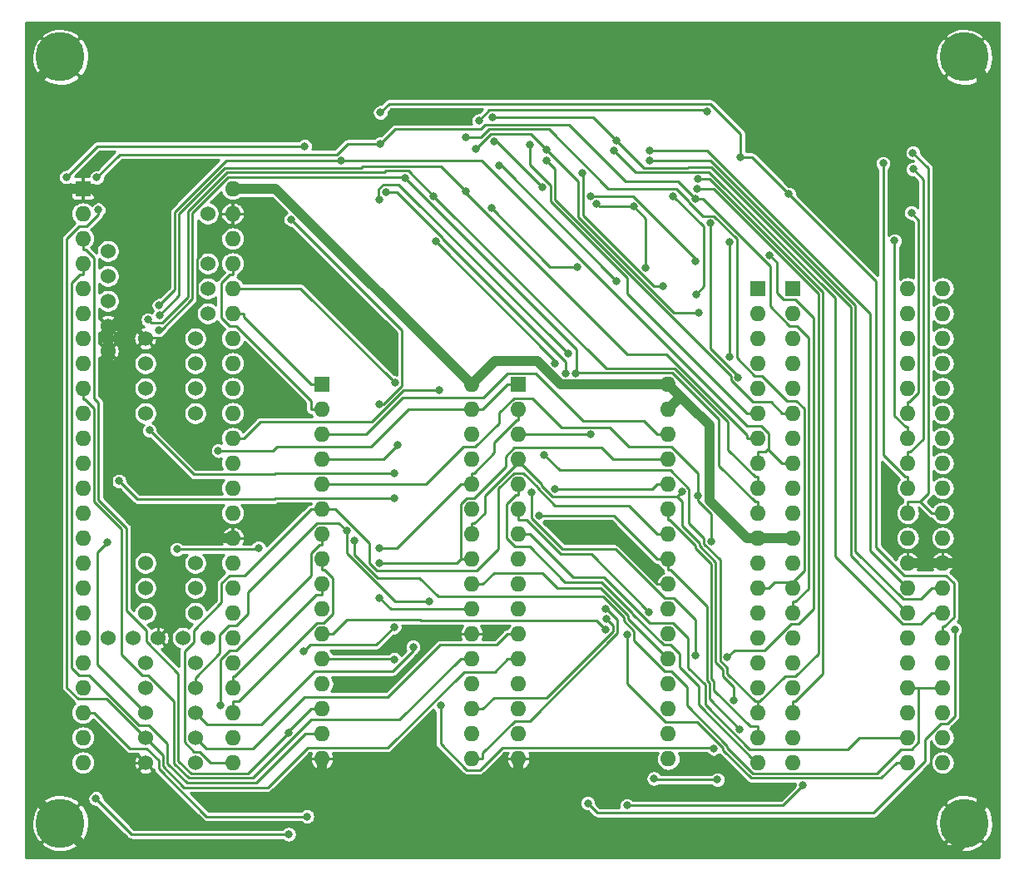
<source format=gbr>
G04 #@! TF.GenerationSoftware,KiCad,Pcbnew,(5.1.2-1)-1*
G04 #@! TF.CreationDate,2020-04-08T11:54:09+01:00*
G04 #@! TF.ProjectId,tranZPUter-SW,7472616e-5a50-4557-9465-722d53572e6b,rev?*
G04 #@! TF.SameCoordinates,Original*
G04 #@! TF.FileFunction,Copper,L2,Bot*
G04 #@! TF.FilePolarity,Positive*
%FSLAX46Y46*%
G04 Gerber Fmt 4.6, Leading zero omitted, Abs format (unit mm)*
G04 Created by KiCad (PCBNEW (5.1.2-1)-1) date 2020-04-08 11:54:09*
%MOMM*%
%LPD*%
G04 APERTURE LIST*
%ADD10O,1.600000X1.600000*%
%ADD11R,1.600000X1.600000*%
%ADD12C,0.800000*%
%ADD13C,5.000000*%
%ADD14C,1.524000*%
%ADD15C,0.250000*%
%ADD16C,1.000000*%
%ADD17C,0.254000*%
G04 APERTURE END LIST*
D10*
X145875000Y-101333000D03*
X130635000Y-139433000D03*
X145875000Y-103873000D03*
X130635000Y-136893000D03*
X145875000Y-106413000D03*
X130635000Y-134353000D03*
X145875000Y-108953000D03*
X130635000Y-131813000D03*
X145875000Y-111493000D03*
X130635000Y-129273000D03*
X145875000Y-114033000D03*
X130635000Y-126733000D03*
X145875000Y-116573000D03*
X130635000Y-124193000D03*
X145875000Y-119113000D03*
X130635000Y-121653000D03*
X145875000Y-121653000D03*
X130635000Y-119113000D03*
X145875000Y-124193000D03*
X130635000Y-116573000D03*
X145875000Y-126733000D03*
X130635000Y-114033000D03*
X145875000Y-129273000D03*
X130635000Y-111493000D03*
X145875000Y-131813000D03*
X130635000Y-108953000D03*
X145875000Y-134353000D03*
X130635000Y-106413000D03*
X145875000Y-136893000D03*
X130635000Y-103873000D03*
X145875000Y-139433000D03*
D11*
X130635000Y-101333000D03*
D10*
X190246000Y-91567000D03*
X175006000Y-139827000D03*
X190246000Y-94107000D03*
X175006000Y-137287000D03*
X190246000Y-96647000D03*
X175006000Y-134747000D03*
X190246000Y-99187000D03*
X175006000Y-132207000D03*
X190246000Y-101727000D03*
X175006000Y-129667000D03*
X190246000Y-104267000D03*
X175006000Y-127127000D03*
X190246000Y-106807000D03*
X175006000Y-124587000D03*
X190246000Y-109347000D03*
X175006000Y-122047000D03*
X190246000Y-111887000D03*
X175006000Y-119507000D03*
X190246000Y-114427000D03*
X175006000Y-116967000D03*
X190246000Y-116967000D03*
X175006000Y-114427000D03*
X190246000Y-119507000D03*
X175006000Y-111887000D03*
X190246000Y-122047000D03*
X175006000Y-109347000D03*
X190246000Y-124587000D03*
X175006000Y-106807000D03*
X190246000Y-127127000D03*
X175006000Y-104267000D03*
X190246000Y-129667000D03*
X175006000Y-101727000D03*
X190246000Y-132207000D03*
X175006000Y-99187000D03*
X190246000Y-134747000D03*
X175006000Y-96647000D03*
X190246000Y-137287000D03*
X175006000Y-94107000D03*
X190246000Y-139827000D03*
D11*
X175006000Y-91567000D03*
D12*
X197325825Y-144674175D03*
X196000000Y-144125000D03*
X194674175Y-144674175D03*
X194125000Y-146000000D03*
X194674175Y-147325825D03*
X196000000Y-147875000D03*
X197325825Y-147325825D03*
X197875000Y-146000000D03*
D13*
X196000000Y-146000000D03*
D12*
X105325825Y-66674175D03*
X104000000Y-66125000D03*
X102674175Y-66674175D03*
X102125000Y-68000000D03*
X102674175Y-69325825D03*
X104000000Y-69875000D03*
X105325825Y-69325825D03*
X105875000Y-68000000D03*
D13*
X104000000Y-68000000D03*
D12*
X197325825Y-66674175D03*
X196000000Y-66125000D03*
X194674175Y-66674175D03*
X194125000Y-68000000D03*
X194674175Y-69325825D03*
X196000000Y-69875000D03*
X197325825Y-69325825D03*
X197875000Y-68000000D03*
D13*
X196000000Y-68000000D03*
D12*
X105325825Y-144674175D03*
X104000000Y-144125000D03*
X102674175Y-144674175D03*
X102125000Y-146000000D03*
X102674175Y-147325825D03*
X104000000Y-147875000D03*
X105325825Y-147325825D03*
X105875000Y-146000000D03*
D13*
X104000000Y-146000000D03*
D14*
X112649000Y-96647000D03*
X112649000Y-99187000D03*
X112649000Y-101727000D03*
X112649000Y-104267000D03*
X117729000Y-104267000D03*
X117729000Y-101727000D03*
X117729000Y-99187000D03*
X117729000Y-96647000D03*
X117729000Y-124587000D03*
X117729000Y-122047000D03*
X117729000Y-119507000D03*
X112649000Y-119507000D03*
X112649000Y-122047000D03*
X112649000Y-124587000D03*
X112649000Y-129667000D03*
X112649000Y-132207000D03*
X112649000Y-134747000D03*
X112649000Y-137287000D03*
X112649000Y-139827000D03*
X117729000Y-139827000D03*
X117729000Y-137287000D03*
X117729000Y-134747000D03*
X117729000Y-132207000D03*
X117729000Y-129667000D03*
X118999000Y-94107000D03*
X118999000Y-91567000D03*
X118999000Y-89027000D03*
X118999000Y-83947000D03*
X108839000Y-97917000D03*
X108839000Y-95377000D03*
X108839000Y-92837000D03*
X108839000Y-90297000D03*
X108839000Y-87757000D03*
X118999000Y-127127000D03*
X116459000Y-127127000D03*
X113919000Y-127127000D03*
X111379000Y-127127000D03*
X108839000Y-127127000D03*
D10*
X121539000Y-81407000D03*
X106299000Y-139827000D03*
X121539000Y-83947000D03*
X106299000Y-137287000D03*
X121539000Y-86487000D03*
X106299000Y-134747000D03*
X121539000Y-89027000D03*
X106299000Y-132207000D03*
X121539000Y-91567000D03*
X106299000Y-129667000D03*
X121539000Y-94107000D03*
X106299000Y-127127000D03*
X121539000Y-96647000D03*
X106299000Y-124587000D03*
X121539000Y-99187000D03*
X106299000Y-122047000D03*
X121539000Y-101727000D03*
X106299000Y-119507000D03*
X121539000Y-104267000D03*
X106299000Y-116967000D03*
X121539000Y-106807000D03*
X106299000Y-114427000D03*
X121539000Y-109347000D03*
X106299000Y-111887000D03*
X121539000Y-111887000D03*
X106299000Y-109347000D03*
X121539000Y-114427000D03*
X106299000Y-106807000D03*
X121539000Y-116967000D03*
X106299000Y-104267000D03*
X121539000Y-119507000D03*
X106299000Y-101727000D03*
X121539000Y-122047000D03*
X106299000Y-99187000D03*
X121539000Y-124587000D03*
X106299000Y-96647000D03*
X121539000Y-127127000D03*
X106299000Y-94107000D03*
X121539000Y-129667000D03*
X106299000Y-91567000D03*
X121539000Y-132207000D03*
X106299000Y-89027000D03*
X121539000Y-134747000D03*
X106299000Y-86487000D03*
X121539000Y-137287000D03*
X106299000Y-83947000D03*
X121539000Y-139827000D03*
D11*
X106299000Y-81407000D03*
D10*
X165875000Y-101333000D03*
X150635000Y-139433000D03*
X165875000Y-103873000D03*
X150635000Y-136893000D03*
X165875000Y-106413000D03*
X150635000Y-134353000D03*
X165875000Y-108953000D03*
X150635000Y-131813000D03*
X165875000Y-111493000D03*
X150635000Y-129273000D03*
X165875000Y-114033000D03*
X150635000Y-126733000D03*
X165875000Y-116573000D03*
X150635000Y-124193000D03*
X165875000Y-119113000D03*
X150635000Y-121653000D03*
X165875000Y-121653000D03*
X150635000Y-119113000D03*
X165875000Y-124193000D03*
X150635000Y-116573000D03*
X165875000Y-126733000D03*
X150635000Y-114033000D03*
X165875000Y-129273000D03*
X150635000Y-111493000D03*
X165875000Y-131813000D03*
X150635000Y-108953000D03*
X165875000Y-134353000D03*
X150635000Y-106413000D03*
X165875000Y-136893000D03*
X150635000Y-103873000D03*
X165875000Y-139433000D03*
D11*
X150635000Y-101333000D03*
D10*
X193802000Y-91567000D03*
X178562000Y-139827000D03*
X193802000Y-94107000D03*
X178562000Y-137287000D03*
X193802000Y-96647000D03*
X178562000Y-134747000D03*
X193802000Y-99187000D03*
X178562000Y-132207000D03*
X193802000Y-101727000D03*
X178562000Y-129667000D03*
X193802000Y-104267000D03*
X178562000Y-127127000D03*
X193802000Y-106807000D03*
X178562000Y-124587000D03*
X193802000Y-109347000D03*
X178562000Y-122047000D03*
X193802000Y-111887000D03*
X178562000Y-119507000D03*
X193802000Y-114427000D03*
X178562000Y-116967000D03*
X193802000Y-116967000D03*
X178562000Y-114427000D03*
X193802000Y-119507000D03*
X178562000Y-111887000D03*
X193802000Y-122047000D03*
X178562000Y-109347000D03*
X193802000Y-124587000D03*
X178562000Y-106807000D03*
X193802000Y-127127000D03*
X178562000Y-104267000D03*
X193802000Y-129667000D03*
X178562000Y-101727000D03*
X193802000Y-132207000D03*
X178562000Y-99187000D03*
X193802000Y-134747000D03*
X178562000Y-96647000D03*
X193802000Y-137287000D03*
X178562000Y-94107000D03*
X193802000Y-139827000D03*
D11*
X178562000Y-91567000D03*
D12*
X191770000Y-76568900D03*
X157589200Y-117039700D03*
X147971300Y-74174400D03*
X160572600Y-76482400D03*
X108820200Y-117375700D03*
X163980100Y-77529100D03*
X168832300Y-81418900D03*
X153257800Y-108520900D03*
X142571200Y-101934400D03*
X162343500Y-83212000D03*
X158603700Y-82907800D03*
X163609300Y-89457600D03*
X168686000Y-88748900D03*
X157939200Y-82157600D03*
X120079500Y-108085100D03*
X138049900Y-101158900D03*
X127253800Y-136755300D03*
X104626500Y-80239700D03*
X128875700Y-77094900D03*
X151968100Y-112328400D03*
X168643700Y-128906500D03*
X168687000Y-82466200D03*
X107710100Y-80265500D03*
X136575300Y-76820100D03*
X136484900Y-117989200D03*
X124186700Y-117962200D03*
X115866800Y-118110700D03*
X170494300Y-138390200D03*
X142699100Y-134034000D03*
X137998800Y-129333700D03*
X152747700Y-114680000D03*
X173175800Y-136436200D03*
X159465200Y-126261100D03*
X190784800Y-77759200D03*
X167272500Y-112262500D03*
X172557000Y-133481600D03*
X129107200Y-145306900D03*
X187755000Y-78825200D03*
X136514400Y-119522200D03*
X157691800Y-143960000D03*
X195029500Y-126270300D03*
X190795300Y-79428000D03*
X164436400Y-141452500D03*
X170887800Y-141565200D03*
X188923900Y-86704900D03*
X154365900Y-111996800D03*
X136512300Y-123052600D03*
X161691600Y-144197300D03*
X179611400Y-142150200D03*
X120291800Y-133975900D03*
X190625000Y-83859500D03*
X145278600Y-76206000D03*
X170250600Y-117299700D03*
X168933500Y-112682000D03*
X156460900Y-100221100D03*
X139113300Y-80310500D03*
X114050000Y-95823800D03*
X157942900Y-106422100D03*
X138333300Y-107538300D03*
X112939800Y-94750100D03*
X159578300Y-125180600D03*
X142009100Y-82176500D03*
X114087400Y-94306800D03*
X145273600Y-81640100D03*
X159468000Y-124172900D03*
X132545500Y-78561700D03*
X114051700Y-93299400D03*
X137981300Y-110367700D03*
X113075400Y-106014400D03*
X127245800Y-147128500D03*
X107599400Y-143473200D03*
X168900600Y-80418300D03*
X163983300Y-78551000D03*
X160344300Y-77503800D03*
X173236800Y-78182600D03*
X136575300Y-73652000D03*
X178169200Y-81968000D03*
X153513900Y-78551000D03*
X133906300Y-117263900D03*
X169022400Y-94056200D03*
X146283300Y-77372000D03*
X153529500Y-77473700D03*
X137993300Y-112907700D03*
X109977600Y-111167600D03*
X161696000Y-126805400D03*
X163922800Y-124500000D03*
X157161500Y-79842900D03*
X165318300Y-91333000D03*
X166380200Y-82151000D03*
X168697700Y-92139500D03*
X147884200Y-83357200D03*
X156611200Y-89344400D03*
X148634800Y-79066600D03*
X160640000Y-90792500D03*
X128782600Y-128531100D03*
X137987000Y-126033300D03*
X154374600Y-99196300D03*
X142211700Y-86746400D03*
X169817700Y-73509200D03*
X146623200Y-74479600D03*
X133143700Y-116249400D03*
X136516200Y-103329300D03*
X127478200Y-84542300D03*
X141585500Y-123455800D03*
X155653900Y-98219600D03*
X136499500Y-82515800D03*
X139918500Y-128063100D03*
X155429800Y-100237800D03*
X137183000Y-81752100D03*
X107870700Y-83561100D03*
X151768800Y-76979900D03*
X172116000Y-98557700D03*
X172108500Y-86820900D03*
X172994600Y-100638200D03*
X170210700Y-84910300D03*
X171871900Y-129127500D03*
X176197000Y-88189800D03*
X153108400Y-81297900D03*
X148188300Y-76564800D03*
D15*
X159271000Y-101333000D02*
X159258000Y-101346000D01*
D16*
X165875000Y-101333000D02*
X159271000Y-101333000D01*
X159258000Y-101346000D02*
X154940000Y-101346000D01*
X154940000Y-101346000D02*
X152527000Y-98933000D01*
X152527000Y-98933000D02*
X148275000Y-98933000D01*
X148275000Y-98933000D02*
X145875000Y-101333000D01*
D15*
X167964000Y-103422000D02*
X167938000Y-103422000D01*
X167938000Y-103422000D02*
X167132000Y-102616000D01*
D16*
X167964000Y-103422000D02*
X165875000Y-101333000D01*
X175006000Y-116967000D02*
X173875000Y-116967000D01*
X173875000Y-116967000D02*
X171081000Y-114173000D01*
X171081000Y-114173000D02*
X171069000Y-114173000D01*
X171069000Y-114173000D02*
X170053000Y-113157000D01*
X170053000Y-113157000D02*
X170053000Y-105511000D01*
X170053000Y-105511000D02*
X167964000Y-103422000D01*
D15*
X176149000Y-116967000D02*
X176137000Y-116967000D01*
D16*
X176149000Y-116967000D02*
X178562000Y-116967000D01*
X178562000Y-116967000D02*
X178574000Y-116967000D01*
X145875000Y-101333000D02*
X145862000Y-101346000D01*
X145862000Y-101346000D02*
X125923000Y-81407000D01*
X125923000Y-81407000D02*
X121539000Y-81407000D01*
X167132000Y-102616000D02*
X165875000Y-103873000D01*
X175006000Y-116967000D02*
X176137000Y-116967000D01*
D15*
X121539000Y-83947000D02*
X121539000Y-85072300D01*
X112649000Y-96549200D02*
X114360100Y-96549200D01*
X114360100Y-96549200D02*
X117911700Y-92997600D01*
X117911700Y-92997600D02*
X117911700Y-88503300D01*
X117911700Y-88503300D02*
X121342700Y-85072300D01*
X121342700Y-85072300D02*
X121539000Y-85072300D01*
X112649000Y-96549200D02*
X112649000Y-96647000D01*
X111019200Y-94720800D02*
X112649000Y-96350600D01*
X112649000Y-96350600D02*
X112649000Y-96549200D01*
X164749700Y-121653000D02*
X160136400Y-117039700D01*
X160136400Y-117039700D02*
X157589200Y-117039700D01*
D16*
X111019200Y-94720800D02*
X113411000Y-92329000D01*
X113411000Y-92329000D02*
X113411000Y-87469000D01*
X113411000Y-87469000D02*
X107349000Y-81407000D01*
X107349000Y-81407000D02*
X106299000Y-81407000D01*
D15*
X197739000Y-73561300D02*
X194777600Y-73561300D01*
X194777600Y-73561300D02*
X191770000Y-76568900D01*
D16*
X197739000Y-73561300D02*
X197739000Y-69739000D01*
X197739000Y-120269000D02*
X197739000Y-73561300D01*
D15*
X165875000Y-121653000D02*
X164749700Y-121653000D01*
D16*
X108839000Y-95377000D02*
X110363000Y-95377000D01*
X110363000Y-95377000D02*
X111019200Y-94720800D01*
D15*
X114072500Y-116967000D02*
X113919000Y-117120500D01*
X113919000Y-117120500D02*
X113919000Y-127127000D01*
D16*
X114072500Y-116967000D02*
X113411000Y-116967000D01*
X113411000Y-116967000D02*
X113411000Y-116840000D01*
X113411000Y-116840000D02*
X108839000Y-112268000D01*
X108839000Y-112268000D02*
X108839000Y-97917000D01*
X121539000Y-116967000D02*
X114072500Y-116967000D01*
D15*
X102125000Y-146000000D02*
X103062500Y-145062500D01*
X102674200Y-147325800D02*
X102125000Y-146776600D01*
X102125000Y-146776600D02*
X102125000Y-146000000D01*
D16*
X103062500Y-145062500D02*
X104000000Y-146000000D01*
D15*
X105325800Y-144674200D02*
X110173000Y-139827000D01*
X110173000Y-139827000D02*
X112649000Y-139827000D01*
X197325800Y-144674200D02*
X197739000Y-144261000D01*
X102868400Y-69131600D02*
X102125000Y-68388200D01*
X102125000Y-68388200D02*
X102125000Y-68000000D01*
D16*
X102868400Y-69131600D02*
X102674200Y-69325800D01*
X103062500Y-68937500D02*
X102868400Y-69131600D01*
X197739000Y-120269000D02*
X197739000Y-144261000D01*
X105325800Y-147325800D02*
X106717000Y-148717000D01*
X106717000Y-148717000D02*
X130660500Y-148717000D01*
D15*
X130660500Y-148717000D02*
X130635000Y-148691500D01*
X130635000Y-148691500D02*
X130635000Y-148669000D01*
D16*
X130660500Y-148717000D02*
X150635000Y-148717000D01*
X104000000Y-68000000D02*
X103062500Y-68937500D01*
D15*
X104000000Y-69875000D02*
X103062500Y-68937500D01*
D16*
X102674200Y-144674200D02*
X103062500Y-145062500D01*
D15*
X104000000Y-144125000D02*
X103062500Y-145062500D01*
D16*
X104937500Y-146937500D02*
X105325800Y-147325800D01*
X104000000Y-146000000D02*
X104937500Y-146937500D01*
D15*
X104000000Y-147875000D02*
X104937500Y-146937500D01*
X150635000Y-148704000D02*
X150635000Y-148717000D01*
D16*
X150635000Y-139433000D02*
X150635000Y-148704000D01*
X150635000Y-148717000D02*
X195158000Y-148717000D01*
X195158000Y-148717000D02*
X196000000Y-147875000D01*
X100965000Y-81407000D02*
X100965000Y-142965000D01*
X100965000Y-142965000D02*
X102674200Y-144674200D01*
X102674200Y-69325800D02*
X100965000Y-71035000D01*
X100965000Y-71035000D02*
X100965000Y-81407000D01*
X106299000Y-81407000D02*
X100965000Y-81407000D01*
X108839000Y-95377000D02*
X108839000Y-97917000D01*
X130635000Y-139433000D02*
X130635000Y-148669000D01*
X193802000Y-119507000D02*
X196977000Y-119507000D01*
X196977000Y-119507000D02*
X197739000Y-120269000D01*
X190246000Y-119507000D02*
X193802000Y-119507000D01*
D15*
X160572600Y-76482400D02*
X163382700Y-79292500D01*
X163382700Y-79292500D02*
X167876500Y-79292500D01*
X167876500Y-79292500D02*
X167927400Y-79241600D01*
X167927400Y-79241600D02*
X170245600Y-79241600D01*
X170245600Y-79241600D02*
X184459800Y-93455800D01*
X184459800Y-93455800D02*
X184459800Y-118800900D01*
X184459800Y-118800900D02*
X184459900Y-118800900D01*
X184459900Y-118800900D02*
X190246000Y-124587000D01*
X160572600Y-76482400D02*
X158264600Y-74174400D01*
X158264600Y-74174400D02*
X147971300Y-74174400D01*
X190246000Y-122047000D02*
X186425000Y-118226000D01*
X186425000Y-118226000D02*
X186425000Y-94090100D01*
X186425000Y-94090100D02*
X169864000Y-77529100D01*
X169864000Y-77529100D02*
X163980100Y-77529100D01*
X112649000Y-134747000D02*
X107748900Y-129846900D01*
X107748900Y-129846900D02*
X107748900Y-118447000D01*
X107748900Y-118447000D02*
X108820200Y-117375700D01*
X168832300Y-81418900D02*
X170475100Y-81418900D01*
X170475100Y-81418900D02*
X181137100Y-92080900D01*
X181137100Y-92080900D02*
X181137100Y-128741100D01*
X181137100Y-128741100D02*
X178833900Y-131044300D01*
X178833900Y-131044300D02*
X177776000Y-131044300D01*
X177776000Y-131044300D02*
X175198600Y-133621700D01*
X175198600Y-133621700D02*
X175006000Y-133621700D01*
X153257800Y-108520900D02*
X154815300Y-110078400D01*
X154815300Y-110078400D02*
X166114200Y-110078400D01*
X166114200Y-110078400D02*
X167997800Y-111962000D01*
X167997800Y-111962000D02*
X167997800Y-115443800D01*
X167997800Y-115443800D02*
X169525300Y-116971300D01*
X169525300Y-116971300D02*
X169525300Y-117600100D01*
X169525300Y-117600100D02*
X171146600Y-119221400D01*
X171146600Y-119221400D02*
X171146600Y-129427900D01*
X171146600Y-129427900D02*
X171880600Y-130161900D01*
X171880600Y-130161900D02*
X171880600Y-130770000D01*
X171880600Y-130770000D02*
X174732300Y-133621700D01*
X174732300Y-133621700D02*
X175006000Y-133621700D01*
X175006000Y-134747000D02*
X175006000Y-133621700D01*
X122664300Y-106807000D02*
X124328300Y-105143000D01*
X124328300Y-105143000D02*
X135728500Y-105143000D01*
X135728500Y-105143000D02*
X138937100Y-101934400D01*
X138937100Y-101934400D02*
X142571200Y-101934400D01*
X121539000Y-106807000D02*
X122664300Y-106807000D01*
X162343500Y-83212000D02*
X163609300Y-84477800D01*
X163609300Y-84477800D02*
X163609300Y-89457600D01*
X158603700Y-82907800D02*
X158907900Y-83212000D01*
X158907900Y-83212000D02*
X162343500Y-83212000D01*
X157939200Y-82157600D02*
X162336900Y-82157600D01*
X162336900Y-82157600D02*
X168686000Y-88506700D01*
X168686000Y-88506700D02*
X168686000Y-88748900D01*
X120079500Y-108085100D02*
X125656600Y-108085100D01*
X125656600Y-108085100D02*
X126058700Y-107683000D01*
X126058700Y-107683000D02*
X135587200Y-107683000D01*
X135587200Y-107683000D02*
X139397200Y-103873000D01*
X139397200Y-103873000D02*
X145875000Y-103873000D01*
X145875000Y-103873000D02*
X147000300Y-103873000D01*
X150635000Y-101333000D02*
X149509700Y-101333000D01*
X147000300Y-103873000D02*
X147000300Y-103842400D01*
X147000300Y-103842400D02*
X149509700Y-101333000D01*
X106299000Y-89027000D02*
X106299000Y-90152300D01*
X106299000Y-90152300D02*
X106017700Y-90152300D01*
X106017700Y-90152300D02*
X105156800Y-91013200D01*
X105156800Y-91013200D02*
X105156800Y-130194100D01*
X105156800Y-130194100D02*
X105899700Y-130937000D01*
X105899700Y-130937000D02*
X106935900Y-130937000D01*
X106935900Y-130937000D02*
X112015900Y-136017000D01*
X112015900Y-136017000D02*
X113005500Y-136017000D01*
X113005500Y-136017000D02*
X114925900Y-137937400D01*
X114925900Y-137937400D02*
X114925900Y-139906200D01*
X114925900Y-139906200D02*
X116933300Y-141913600D01*
X116933300Y-141913600D02*
X123936400Y-141913600D01*
X123936400Y-141913600D02*
X128957000Y-136893000D01*
X128957000Y-136893000D02*
X130635000Y-136893000D01*
X121539000Y-91567000D02*
X128458000Y-91567000D01*
X128458000Y-91567000D02*
X138049900Y-101158900D01*
X129509700Y-134353000D02*
X127253800Y-136608900D01*
X127253800Y-136608900D02*
X127253800Y-136755300D01*
X127253800Y-136755300D02*
X123056500Y-140952600D01*
X123056500Y-140952600D02*
X117299100Y-140952600D01*
X117299100Y-140952600D02*
X116009300Y-139662800D01*
X116009300Y-139662800D02*
X116009300Y-130765000D01*
X116009300Y-130765000D02*
X112734300Y-127490000D01*
X112734300Y-127490000D02*
X112734300Y-126371000D01*
X112734300Y-126371000D02*
X110725500Y-124362200D01*
X110725500Y-124362200D02*
X110725500Y-115928100D01*
X110725500Y-115928100D02*
X107874600Y-113077200D01*
X107874600Y-113077200D02*
X107874600Y-103180100D01*
X107874600Y-103180100D02*
X107424300Y-102729800D01*
X107424300Y-102729800D02*
X107424300Y-88456200D01*
X107424300Y-88456200D02*
X106580400Y-87612300D01*
X106580400Y-87612300D02*
X106299000Y-87612300D01*
X104626500Y-80239700D02*
X107771300Y-77094900D01*
X107771300Y-77094900D02*
X128875700Y-77094900D01*
X130635000Y-134353000D02*
X129509700Y-134353000D01*
X106299000Y-86487000D02*
X106299000Y-87612300D01*
X151968100Y-112328400D02*
X151968100Y-114927300D01*
X151968100Y-114927300D02*
X155086300Y-118045500D01*
X155086300Y-118045500D02*
X160505300Y-118045500D01*
X160505300Y-118045500D02*
X165527400Y-123067600D01*
X165527400Y-123067600D02*
X166405000Y-123067600D01*
X166405000Y-123067600D02*
X168643700Y-125306300D01*
X168643700Y-125306300D02*
X168643700Y-128906500D01*
X136575300Y-76820100D02*
X138041300Y-75354100D01*
X138041300Y-75354100D02*
X146774600Y-75354100D01*
X146774600Y-75354100D02*
X147225200Y-74903500D01*
X147225200Y-74903500D02*
X155808900Y-74903500D01*
X155808900Y-74903500D02*
X161548900Y-80643500D01*
X161548900Y-80643500D02*
X166864300Y-80643500D01*
X166864300Y-80643500D02*
X168687000Y-82466200D01*
X168687000Y-82466200D02*
X169429300Y-82466200D01*
X169429300Y-82466200D02*
X176247600Y-89284500D01*
X176247600Y-89284500D02*
X176247600Y-93390200D01*
X176247600Y-93390200D02*
X178234400Y-95377000D01*
X178234400Y-95377000D02*
X178961000Y-95377000D01*
X178961000Y-95377000D02*
X180178700Y-96594700D01*
X180178700Y-96594700D02*
X180178700Y-122126300D01*
X180178700Y-122126300D02*
X178843300Y-123461700D01*
X178843300Y-123461700D02*
X178562000Y-123461700D01*
X178562000Y-124587000D02*
X178562000Y-123461700D01*
X107710100Y-80265500D02*
X110042200Y-77933400D01*
X110042200Y-77933400D02*
X132148100Y-77933400D01*
X132148100Y-77933400D02*
X133261400Y-76820100D01*
X133261400Y-76820100D02*
X136575300Y-76820100D01*
X144749700Y-111493000D02*
X138253500Y-117989200D01*
X138253500Y-117989200D02*
X136484900Y-117989200D01*
X115866800Y-118110700D02*
X124038200Y-118110700D01*
X124038200Y-118110700D02*
X124186700Y-117962200D01*
X145875000Y-111493000D02*
X145875000Y-110367700D01*
X145875000Y-110367700D02*
X146086000Y-110367700D01*
X146086000Y-110367700D02*
X148174400Y-108279300D01*
X148174400Y-108279300D02*
X148174400Y-107262100D01*
X148174400Y-107262100D02*
X150438200Y-104998300D01*
X150438200Y-104998300D02*
X150635000Y-104998300D01*
X145312400Y-111493000D02*
X145875000Y-111493000D01*
X150635000Y-103873000D02*
X150635000Y-104998300D01*
X145312400Y-111493000D02*
X144749700Y-111493000D01*
X170494300Y-138390200D02*
X170391600Y-138287500D01*
X170391600Y-138287500D02*
X148979200Y-138287500D01*
X148979200Y-138287500D02*
X146688800Y-140577900D01*
X146688800Y-140577900D02*
X145384200Y-140577900D01*
X145384200Y-140577900D02*
X142699100Y-137892800D01*
X142699100Y-137892800D02*
X142699100Y-134034000D01*
X130635000Y-129273000D02*
X137938100Y-129273000D01*
X137938100Y-129273000D02*
X137998800Y-129333700D01*
X173175800Y-136436200D02*
X170074500Y-133334900D01*
X170074500Y-133334900D02*
X170074500Y-131721400D01*
X170074500Y-131721400D02*
X169795700Y-131442600D01*
X169795700Y-131442600D02*
X169795700Y-123954500D01*
X169795700Y-123954500D02*
X166079500Y-120238300D01*
X166079500Y-120238300D02*
X165875000Y-120238300D01*
X164749700Y-119113000D02*
X160316700Y-114680000D01*
X160316700Y-114680000D02*
X152747700Y-114680000D01*
X165875000Y-119113000D02*
X165875000Y-120238300D01*
X165875000Y-119113000D02*
X164749700Y-119113000D01*
X159465200Y-126261100D02*
X158554900Y-125350800D01*
X158554900Y-125350800D02*
X140705600Y-125350800D01*
X140705600Y-125350800D02*
X140662800Y-125308000D01*
X140662800Y-125308000D02*
X133185300Y-125308000D01*
X133185300Y-125308000D02*
X131760300Y-126733000D01*
X130635000Y-126733000D02*
X131760300Y-126733000D01*
X191491700Y-113241900D02*
X192330700Y-112402900D01*
X192330700Y-112402900D02*
X192330700Y-79305100D01*
X192330700Y-79305100D02*
X190784800Y-77759200D01*
X191491700Y-113241900D02*
X191431900Y-113301700D01*
X191431900Y-113301700D02*
X190246000Y-113301700D01*
X192676700Y-114427000D02*
X191491700Y-113241900D01*
X193802000Y-114427000D02*
X192676700Y-114427000D01*
X190246000Y-114427000D02*
X190246000Y-113301700D01*
X166757100Y-112777900D02*
X167271500Y-113292400D01*
X167271500Y-113292400D02*
X167271500Y-115727200D01*
X167271500Y-115727200D02*
X169075000Y-117530700D01*
X169075000Y-117530700D02*
X169075000Y-117786700D01*
X169075000Y-117786700D02*
X170696300Y-119408000D01*
X170696300Y-119408000D02*
X170696300Y-129614500D01*
X170696300Y-129614500D02*
X171430300Y-130348500D01*
X171430300Y-130348500D02*
X171430300Y-131064800D01*
X171430300Y-131064800D02*
X172547000Y-132181500D01*
X172547000Y-132181500D02*
X172547000Y-132818300D01*
X172547000Y-132818300D02*
X172557000Y-132828300D01*
X172557000Y-132828300D02*
X172557000Y-133481600D01*
X107424300Y-134747000D02*
X111051600Y-138374300D01*
X111051600Y-138374300D02*
X112781100Y-138374300D01*
X112781100Y-138374300D02*
X114024500Y-139617700D01*
X114024500Y-139617700D02*
X114024500Y-140428300D01*
X114024500Y-140428300D02*
X118903100Y-145306900D01*
X118903100Y-145306900D02*
X129107200Y-145306900D01*
X166757100Y-112777900D02*
X166742100Y-112763000D01*
X166742100Y-112763000D02*
X154087900Y-112763000D01*
X154087900Y-112763000D02*
X152982800Y-111657900D01*
X152982800Y-111657900D02*
X152982800Y-111479400D01*
X152982800Y-111479400D02*
X150767700Y-109264300D01*
X150767700Y-109264300D02*
X150635000Y-109264300D01*
X166757100Y-112777900D02*
X167272500Y-112262500D01*
X145875000Y-115447700D02*
X146156400Y-115447700D01*
X146156400Y-115447700D02*
X147186900Y-114417200D01*
X147186900Y-114417200D02*
X147186900Y-112705100D01*
X147186900Y-112705100D02*
X150627700Y-109264300D01*
X150627700Y-109264300D02*
X150635000Y-109264300D01*
X145875000Y-116573000D02*
X145875000Y-115447700D01*
X150635000Y-108953000D02*
X150635000Y-109264300D01*
X106299000Y-134747000D02*
X107424300Y-134747000D01*
X190246000Y-110761700D02*
X189964700Y-110761700D01*
X189964700Y-110761700D02*
X187755000Y-108552000D01*
X187755000Y-108552000D02*
X187755000Y-78825200D01*
X190246000Y-111887000D02*
X190246000Y-110761700D01*
X144749700Y-119113000D02*
X144340500Y-119522200D01*
X144340500Y-119522200D02*
X136514400Y-119522200D01*
X144749700Y-119113000D02*
X144749700Y-113490900D01*
X144749700Y-113490900D02*
X145348800Y-112891800D01*
X145348800Y-112891800D02*
X146109700Y-112891800D01*
X146109700Y-112891800D02*
X149330800Y-109670700D01*
X149330800Y-109670700D02*
X149330800Y-108655800D01*
X149330800Y-108655800D02*
X150191100Y-107795500D01*
X150191100Y-107795500D02*
X159071300Y-107795500D01*
X159071300Y-107795500D02*
X160228800Y-108953000D01*
X160228800Y-108953000D02*
X165875000Y-108953000D01*
X144862300Y-119113000D02*
X144749700Y-119113000D01*
X145875000Y-119113000D02*
X144862300Y-119113000D01*
X195029500Y-126270300D02*
X195029500Y-135114900D01*
X195029500Y-135114900D02*
X194272000Y-135872400D01*
X194272000Y-135872400D02*
X193625000Y-135872400D01*
X193625000Y-135872400D02*
X192024000Y-137473400D01*
X192024000Y-137473400D02*
X192024000Y-139697100D01*
X192024000Y-139697100D02*
X186780600Y-144940500D01*
X186780600Y-144940500D02*
X158672300Y-144940500D01*
X158672300Y-144940500D02*
X157691800Y-143960000D01*
X130635000Y-121653000D02*
X130635000Y-122778300D01*
X121539000Y-132207000D02*
X121539000Y-131081700D01*
X121539000Y-131081700D02*
X121742500Y-131081700D01*
X121742500Y-131081700D02*
X130045900Y-122778300D01*
X130045900Y-122778300D02*
X130635000Y-122778300D01*
X190246000Y-108221700D02*
X190511600Y-108221700D01*
X190511600Y-108221700D02*
X191829200Y-106904100D01*
X191829200Y-106904100D02*
X191829200Y-80461900D01*
X191829200Y-80461900D02*
X190795300Y-79428000D01*
X190246000Y-109347000D02*
X190246000Y-108221700D01*
X147000300Y-121653000D02*
X148125600Y-120527700D01*
X148125600Y-120527700D02*
X153099800Y-120527700D01*
X153099800Y-120527700D02*
X154613000Y-122040900D01*
X154613000Y-122040900D02*
X158998700Y-122040900D01*
X158998700Y-122040900D02*
X161789900Y-124832100D01*
X161789900Y-124832100D02*
X161789900Y-125187900D01*
X161789900Y-125187900D02*
X165875000Y-129273000D01*
X145875000Y-121653000D02*
X147000300Y-121653000D01*
X170887800Y-141565200D02*
X164549100Y-141565200D01*
X164549100Y-141565200D02*
X164436400Y-141452500D01*
X130635000Y-119113000D02*
X130635000Y-120238300D01*
X121539000Y-134747000D02*
X121539000Y-133621700D01*
X121539000Y-133621700D02*
X122128800Y-133621700D01*
X122128800Y-133621700D02*
X130142900Y-125607600D01*
X130142900Y-125607600D02*
X130825600Y-125607600D01*
X130825600Y-125607600D02*
X131760300Y-124672900D01*
X131760300Y-124672900D02*
X131760300Y-121082200D01*
X131760300Y-121082200D02*
X130916400Y-120238300D01*
X130916400Y-120238300D02*
X130635000Y-120238300D01*
X190246000Y-105681700D02*
X190041500Y-105681700D01*
X190041500Y-105681700D02*
X188923900Y-104564100D01*
X188923900Y-104564100D02*
X188923900Y-86704900D01*
X190246000Y-106807000D02*
X190246000Y-105681700D01*
X164749700Y-111493000D02*
X164245900Y-111996800D01*
X164245900Y-111996800D02*
X154365900Y-111996800D01*
X165875000Y-111493000D02*
X164749700Y-111493000D01*
X136512300Y-123052600D02*
X137652700Y-124193000D01*
X137652700Y-124193000D02*
X144749700Y-124193000D01*
X145875000Y-124193000D02*
X144749700Y-124193000D01*
X179611400Y-142150200D02*
X177564300Y-144197300D01*
X177564300Y-144197300D02*
X161691600Y-144197300D01*
X130635000Y-117698300D02*
X130353600Y-117698300D01*
X130353600Y-117698300D02*
X129509700Y-118542200D01*
X129509700Y-118542200D02*
X129509700Y-120794200D01*
X129509700Y-120794200D02*
X121906900Y-128397000D01*
X121906900Y-128397000D02*
X121205500Y-128397000D01*
X121205500Y-128397000D02*
X120291800Y-129310700D01*
X120291800Y-129310700D02*
X120291800Y-133975900D01*
X130635000Y-116573000D02*
X130635000Y-117698300D01*
X190246000Y-104267000D02*
X190246000Y-103141700D01*
X190246000Y-103141700D02*
X190442600Y-103141700D01*
X190442600Y-103141700D02*
X191378900Y-102205400D01*
X191378900Y-102205400D02*
X191378900Y-84613400D01*
X191378900Y-84613400D02*
X190625000Y-83859500D01*
X130635000Y-114033000D02*
X131980600Y-114033000D01*
X131980600Y-114033000D02*
X135465700Y-117518100D01*
X135465700Y-117518100D02*
X135465700Y-119510800D01*
X135465700Y-119510800D02*
X136226600Y-120271700D01*
X136226600Y-120271700D02*
X146382100Y-120271700D01*
X146382100Y-120271700D02*
X148608200Y-118045600D01*
X148608200Y-118045600D02*
X148608200Y-111920700D01*
X148608200Y-111920700D02*
X150180800Y-110348100D01*
X150180800Y-110348100D02*
X151133900Y-110348100D01*
X151133900Y-110348100D02*
X152532500Y-111746700D01*
X152532500Y-111746700D02*
X152532500Y-111860400D01*
X152532500Y-111860400D02*
X154352100Y-113680000D01*
X154352100Y-113680000D02*
X161856700Y-113680000D01*
X161856700Y-113680000D02*
X164749700Y-116573000D01*
X120413700Y-139827000D02*
X119266700Y-139827000D01*
X119266700Y-139827000D02*
X119266700Y-139826900D01*
X119266700Y-139826900D02*
X118179500Y-138739700D01*
X118179500Y-138739700D02*
X117616200Y-138739700D01*
X117616200Y-138739700D02*
X116627400Y-137750900D01*
X116627400Y-137750900D02*
X116627400Y-128496500D01*
X116627400Y-128496500D02*
X117569700Y-127554200D01*
X117569700Y-127554200D02*
X117569700Y-126372200D01*
X117569700Y-126372200D02*
X120399600Y-123542300D01*
X120399600Y-123542300D02*
X120399600Y-121575600D01*
X120399600Y-121575600D02*
X121198200Y-120777000D01*
X121198200Y-120777000D02*
X122765700Y-120777000D01*
X122765700Y-120777000D02*
X129509700Y-114033000D01*
X165875000Y-116573000D02*
X164749700Y-116573000D01*
X121539000Y-139827000D02*
X120413700Y-139827000D01*
X130635000Y-114033000D02*
X129509700Y-114033000D01*
X145278600Y-76206000D02*
X146766700Y-76206000D01*
X146766700Y-76206000D02*
X147618800Y-75353900D01*
X147618800Y-75353900D02*
X153711600Y-75353900D01*
X153711600Y-75353900D02*
X159783300Y-81425600D01*
X159783300Y-81425600D02*
X166711400Y-81425600D01*
X166711400Y-81425600D02*
X167961700Y-82675900D01*
X167961700Y-82675900D02*
X167961700Y-82766600D01*
X167961700Y-82766600D02*
X169380100Y-84185000D01*
X169380100Y-84185000D02*
X170511200Y-84185000D01*
X170511200Y-84185000D02*
X172841300Y-86515100D01*
X172841300Y-86515100D02*
X172841300Y-98627800D01*
X172841300Y-98627800D02*
X174670500Y-100457000D01*
X174670500Y-100457000D02*
X175428700Y-100457000D01*
X175428700Y-100457000D02*
X177968700Y-102997000D01*
X177968700Y-102997000D02*
X178909900Y-102997000D01*
X178909900Y-102997000D02*
X179721700Y-103808800D01*
X179721700Y-103808800D02*
X179721700Y-120324600D01*
X179721700Y-120324600D02*
X178562000Y-121484300D01*
X106299000Y-102852300D02*
X106491800Y-102852300D01*
X106491800Y-102852300D02*
X107424300Y-103784800D01*
X107424300Y-103784800D02*
X107424300Y-113263800D01*
X107424300Y-113263800D02*
X110247900Y-116087400D01*
X110247900Y-116087400D02*
X110247900Y-128823200D01*
X110247900Y-128823200D02*
X112361700Y-130937000D01*
X112361700Y-130937000D02*
X112927700Y-130937000D01*
X112927700Y-130937000D02*
X115559000Y-133568300D01*
X115559000Y-133568300D02*
X115559000Y-139895500D01*
X115559000Y-139895500D02*
X117068400Y-141404900D01*
X117068400Y-141404900D02*
X123630000Y-141404900D01*
X123630000Y-141404900D02*
X129556500Y-135478400D01*
X129556500Y-135478400D02*
X138544300Y-135478400D01*
X138544300Y-135478400D02*
X144749700Y-129273000D01*
X145875000Y-129273000D02*
X144749700Y-129273000D01*
X106299000Y-101727000D02*
X106299000Y-102852300D01*
X178562000Y-121484300D02*
X176694000Y-121484300D01*
X176694000Y-121484300D02*
X176131300Y-122047000D01*
X175006000Y-122047000D02*
X176131300Y-122047000D01*
X178562000Y-122047000D02*
X178562000Y-121484300D01*
X168933500Y-112682000D02*
X168933500Y-113204800D01*
X168933500Y-113204800D02*
X170250600Y-114521900D01*
X170250600Y-114521900D02*
X170250600Y-117299700D01*
X131760300Y-111493000D02*
X141206900Y-111493000D01*
X141206900Y-111493000D02*
X145016900Y-107683000D01*
X145016900Y-107683000D02*
X146253800Y-107683000D01*
X146253800Y-107683000D02*
X148667800Y-105269000D01*
X148667800Y-105269000D02*
X148667800Y-104230800D01*
X148667800Y-104230800D02*
X150163300Y-102735300D01*
X150163300Y-102735300D02*
X152037300Y-102735300D01*
X152037300Y-102735300D02*
X154998800Y-105696800D01*
X154998800Y-105696800D02*
X159936000Y-105696800D01*
X159936000Y-105696800D02*
X161890800Y-107651600D01*
X161890800Y-107651600D02*
X166180300Y-107651600D01*
X166180300Y-107651600D02*
X168933500Y-110404800D01*
X168933500Y-110404800D02*
X168933500Y-112682000D01*
X130635000Y-111493000D02*
X131760300Y-111493000D01*
X156653900Y-100028100D02*
X156529700Y-99904000D01*
X156529700Y-99904000D02*
X156529700Y-97726900D01*
X156529700Y-97726900D02*
X139113300Y-80310500D01*
X175006000Y-113301700D02*
X174724700Y-113301700D01*
X174724700Y-113301700D02*
X171021600Y-109598600D01*
X171021600Y-109598600D02*
X171021600Y-104874700D01*
X171021600Y-104874700D02*
X166314500Y-100167600D01*
X166314500Y-100167600D02*
X156793300Y-100167600D01*
X156793300Y-100167600D02*
X156653900Y-100028100D01*
X156653900Y-100028100D02*
X156460900Y-100221100D01*
X114050000Y-95823800D02*
X114264100Y-95823800D01*
X114264100Y-95823800D02*
X117461400Y-92626500D01*
X117461400Y-92626500D02*
X117461400Y-83866600D01*
X117461400Y-83866600D02*
X121048400Y-80279600D01*
X121048400Y-80279600D02*
X139082400Y-80279600D01*
X139082400Y-80279600D02*
X139113300Y-80310500D01*
X175006000Y-114427000D02*
X175006000Y-113301700D01*
X150635000Y-106413000D02*
X157933800Y-106413000D01*
X157933800Y-106413000D02*
X157942900Y-106422100D01*
X131760300Y-108953000D02*
X136918600Y-108953000D01*
X136918600Y-108953000D02*
X138333300Y-107538300D01*
X130635000Y-108953000D02*
X131760300Y-108953000D01*
X142009100Y-82176500D02*
X139417700Y-79585100D01*
X139417700Y-79585100D02*
X137111100Y-79585100D01*
X137111100Y-79585100D02*
X136958700Y-79737500D01*
X136958700Y-79737500D02*
X120953600Y-79737500D01*
X120953600Y-79737500D02*
X116980300Y-83710800D01*
X116980300Y-83710800D02*
X116980300Y-92470700D01*
X116980300Y-92470700D02*
X114385700Y-95065300D01*
X114385700Y-95065300D02*
X113255000Y-95065300D01*
X113255000Y-95065300D02*
X112939800Y-94750100D01*
X175006000Y-110761700D02*
X174724600Y-110761700D01*
X174724600Y-110761700D02*
X171933700Y-107970800D01*
X171933700Y-107970800D02*
X171933700Y-105149900D01*
X171933700Y-105149900D02*
X166501000Y-99717200D01*
X166501000Y-99717200D02*
X159549800Y-99717200D01*
X159549800Y-99717200D02*
X142009100Y-82176500D01*
X147000300Y-134353000D02*
X148125600Y-133227700D01*
X148125600Y-133227700D02*
X153524400Y-133227700D01*
X153524400Y-133227700D02*
X160248200Y-126503900D01*
X160248200Y-126503900D02*
X160248200Y-125850500D01*
X160248200Y-125850500D02*
X159578300Y-125180600D01*
X145875000Y-134353000D02*
X147000300Y-134353000D01*
X175006000Y-111887000D02*
X175006000Y-110761700D01*
X131760300Y-106413000D02*
X135095400Y-106413000D01*
X135095400Y-106413000D02*
X138831200Y-102677200D01*
X138831200Y-102677200D02*
X147050900Y-102677200D01*
X147050900Y-102677200D02*
X149520500Y-100207600D01*
X149520500Y-100207600D02*
X152356700Y-100207600D01*
X152356700Y-100207600D02*
X157193200Y-105044100D01*
X157193200Y-105044100D02*
X163380800Y-105044100D01*
X163380800Y-105044100D02*
X164749700Y-106413000D01*
X165875000Y-106413000D02*
X164749700Y-106413000D01*
X130635000Y-106413000D02*
X131760300Y-106413000D01*
X145273600Y-81640100D02*
X142732000Y-79098500D01*
X142732000Y-79098500D02*
X134808300Y-79098500D01*
X134808300Y-79098500D02*
X134619700Y-79287100D01*
X134619700Y-79287100D02*
X120767100Y-79287100D01*
X120767100Y-79287100D02*
X116110400Y-83943800D01*
X116110400Y-83943800D02*
X116110400Y-92283800D01*
X116110400Y-92283800D02*
X114087400Y-94306800D01*
X175006000Y-106807000D02*
X173880700Y-106807000D01*
X173880700Y-106807000D02*
X173880700Y-106460000D01*
X173880700Y-106460000D02*
X165672300Y-98251600D01*
X165672300Y-98251600D02*
X161692700Y-98251600D01*
X161692700Y-98251600D02*
X145273600Y-81832500D01*
X145273600Y-81832500D02*
X145273600Y-81640100D01*
X130635000Y-103873000D02*
X129509700Y-103873000D01*
X121539000Y-89027000D02*
X121539000Y-90152300D01*
X121539000Y-90152300D02*
X121257700Y-90152300D01*
X121257700Y-90152300D02*
X120386800Y-91023200D01*
X120386800Y-91023200D02*
X120386800Y-94571200D01*
X120386800Y-94571200D02*
X121243000Y-95427400D01*
X121243000Y-95427400D02*
X121952800Y-95427400D01*
X121952800Y-95427400D02*
X129509700Y-102984300D01*
X129509700Y-102984300D02*
X129509700Y-103873000D01*
X145875000Y-139433000D02*
X147000300Y-139433000D01*
X159468000Y-124172900D02*
X159614300Y-124172900D01*
X159614300Y-124172900D02*
X160716300Y-125274900D01*
X160716300Y-125274900D02*
X160716300Y-126675000D01*
X160716300Y-126675000D02*
X151768300Y-135623000D01*
X151768300Y-135623000D02*
X150247700Y-135623000D01*
X150247700Y-135623000D02*
X147000300Y-138870400D01*
X147000300Y-138870400D02*
X147000300Y-139433000D01*
X132545500Y-78561700D02*
X120855600Y-78561700D01*
X120855600Y-78561700D02*
X115660100Y-83757200D01*
X115660100Y-83757200D02*
X115660100Y-91691000D01*
X115660100Y-91691000D02*
X114051700Y-93299400D01*
X176054100Y-107964400D02*
X176131300Y-107887200D01*
X176131300Y-107887200D02*
X176131300Y-106335900D01*
X176131300Y-106335900D02*
X175332400Y-105537000D01*
X175332400Y-105537000D02*
X173880100Y-105537000D01*
X173880100Y-105537000D02*
X146904800Y-78561700D01*
X146904800Y-78561700D02*
X132545500Y-78561700D01*
X176054100Y-107964400D02*
X177436700Y-109347000D01*
X175006000Y-108221700D02*
X175796800Y-108221700D01*
X175796800Y-108221700D02*
X176054100Y-107964400D01*
X178562000Y-109347000D02*
X177436700Y-109347000D01*
X175006000Y-109347000D02*
X175006000Y-108221700D01*
X121539000Y-94107000D02*
X122664300Y-94107000D01*
X130635000Y-101333000D02*
X129509700Y-101333000D01*
X122664300Y-94107000D02*
X122664300Y-94487600D01*
X122664300Y-94487600D02*
X129509700Y-101333000D01*
X150635000Y-111493000D02*
X150635000Y-112618300D01*
X150635000Y-112618300D02*
X150353700Y-112618300D01*
X150353700Y-112618300D02*
X149462300Y-113509700D01*
X149462300Y-113509700D02*
X149462300Y-117007200D01*
X149462300Y-117007200D02*
X150298100Y-117843000D01*
X150298100Y-117843000D02*
X151760400Y-117843000D01*
X151760400Y-117843000D02*
X155348800Y-121431400D01*
X155348800Y-121431400D02*
X159067000Y-121431400D01*
X159067000Y-121431400D02*
X162240300Y-124604700D01*
X162240300Y-124604700D02*
X162240300Y-124703900D01*
X162240300Y-124703900D02*
X165394800Y-127858400D01*
X165394800Y-127858400D02*
X166088900Y-127858400D01*
X166088900Y-127858400D02*
X167000400Y-128769900D01*
X167000400Y-128769900D02*
X167000400Y-130146100D01*
X167000400Y-130146100D02*
X168948800Y-132094500D01*
X168948800Y-132094500D02*
X168948800Y-133910900D01*
X168948800Y-133910900D02*
X174864900Y-139827000D01*
X174864900Y-139827000D02*
X175006000Y-139827000D01*
X113075400Y-106014400D02*
X117567400Y-110506400D01*
X117567400Y-110506400D02*
X125775300Y-110506400D01*
X125775300Y-110506400D02*
X125914000Y-110367700D01*
X125914000Y-110367700D02*
X137981300Y-110367700D01*
X175006000Y-136161700D02*
X174207600Y-136161700D01*
X174207600Y-136161700D02*
X170524800Y-132478900D01*
X170524800Y-132478900D02*
X170524800Y-131534800D01*
X170524800Y-131534800D02*
X170246000Y-131256000D01*
X170246000Y-131256000D02*
X170246000Y-119594600D01*
X170246000Y-119594600D02*
X168624700Y-117973300D01*
X168624700Y-117973300D02*
X168624700Y-117731100D01*
X168624700Y-117731100D02*
X166051900Y-115158300D01*
X166051900Y-115158300D02*
X165875000Y-115158300D01*
X107599400Y-143473200D02*
X111254700Y-147128500D01*
X111254700Y-147128500D02*
X127245800Y-147128500D01*
X165875000Y-114033000D02*
X165875000Y-115158300D01*
X175006000Y-137287000D02*
X175006000Y-136161700D01*
X168900600Y-80418300D02*
X170122700Y-80418300D01*
X170122700Y-80418300D02*
X181587400Y-91883000D01*
X181587400Y-91883000D02*
X181587400Y-130825900D01*
X181587400Y-130825900D02*
X178791600Y-133621700D01*
X178791600Y-133621700D02*
X178562000Y-133621700D01*
X178562000Y-134747000D02*
X178562000Y-133621700D01*
X192676700Y-122047000D02*
X191551400Y-123172300D01*
X191551400Y-123172300D02*
X189779700Y-123172300D01*
X189779700Y-123172300D02*
X184910700Y-118303300D01*
X184910700Y-118303300D02*
X184910700Y-93269800D01*
X184910700Y-93269800D02*
X170191900Y-78551000D01*
X170191900Y-78551000D02*
X163983300Y-78551000D01*
X193802000Y-122047000D02*
X192676700Y-122047000D01*
X193802000Y-124587000D02*
X192676700Y-124587000D01*
X160344300Y-77503800D02*
X162589800Y-79749300D01*
X162589800Y-79749300D02*
X168083900Y-79749300D01*
X168083900Y-79749300D02*
X168141200Y-79692000D01*
X168141200Y-79692000D02*
X170033300Y-79692000D01*
X170033300Y-79692000D02*
X182864300Y-92523000D01*
X182864300Y-92523000D02*
X182864300Y-118840900D01*
X182864300Y-118840900D02*
X189735700Y-125712300D01*
X189735700Y-125712300D02*
X191551400Y-125712300D01*
X191551400Y-125712300D02*
X192676700Y-124587000D01*
X136575300Y-73652000D02*
X137459100Y-72768200D01*
X137459100Y-72768200D02*
X170145700Y-72768200D01*
X170145700Y-72768200D02*
X173236800Y-75859300D01*
X173236800Y-75859300D02*
X173236800Y-78182600D01*
X173236800Y-78182600D02*
X174383800Y-78182600D01*
X174383800Y-78182600D02*
X178169200Y-81968000D01*
X193802000Y-126001700D02*
X193987700Y-126001700D01*
X193987700Y-126001700D02*
X194942000Y-125047400D01*
X194942000Y-125047400D02*
X194942000Y-121584100D01*
X194942000Y-121584100D02*
X194134900Y-120777000D01*
X194134900Y-120777000D02*
X189895500Y-120777000D01*
X189895500Y-120777000D02*
X187029600Y-117911100D01*
X187029600Y-117911100D02*
X187029600Y-90828400D01*
X187029600Y-90828400D02*
X178169200Y-81968000D01*
X193802000Y-127127000D02*
X193802000Y-126001700D01*
X153513900Y-78551000D02*
X154338400Y-79375500D01*
X154338400Y-79375500D02*
X154338400Y-82547200D01*
X154338400Y-82547200D02*
X172269300Y-100478100D01*
X172269300Y-100478100D02*
X172269300Y-100938600D01*
X172269300Y-100938600D02*
X174472400Y-103141700D01*
X174472400Y-103141700D02*
X176311400Y-103141700D01*
X176311400Y-103141700D02*
X177436700Y-104267000D01*
X178562000Y-104267000D02*
X177436700Y-104267000D01*
X133906300Y-117263900D02*
X133906300Y-118649100D01*
X133906300Y-118649100D02*
X136289100Y-121031900D01*
X136289100Y-121031900D02*
X140564400Y-121031900D01*
X140564400Y-121031900D02*
X142474000Y-122941500D01*
X142474000Y-122941500D02*
X159262400Y-122941500D01*
X159262400Y-122941500D02*
X161339600Y-125018700D01*
X161339600Y-125018700D02*
X161339600Y-125402000D01*
X161339600Y-125402000D02*
X162421300Y-126483700D01*
X162421300Y-126483700D02*
X162421300Y-127410900D01*
X162421300Y-127410900D02*
X165553400Y-130543000D01*
X165553400Y-130543000D02*
X166205000Y-130543000D01*
X166205000Y-130543000D02*
X167783100Y-132121100D01*
X167783100Y-132121100D02*
X167783100Y-133994800D01*
X167783100Y-133994800D02*
X167783200Y-133994800D01*
X167783200Y-133994800D02*
X171905800Y-138117400D01*
X171905800Y-138117400D02*
X171905800Y-138354200D01*
X171905800Y-138354200D02*
X174504000Y-140952400D01*
X174504000Y-140952400D02*
X187099600Y-140952400D01*
X187099600Y-140952400D02*
X189571200Y-138480800D01*
X189571200Y-138480800D02*
X190655200Y-138480800D01*
X190655200Y-138480800D02*
X191371300Y-137764700D01*
X191371300Y-137764700D02*
X191371300Y-132207000D01*
X192676700Y-132207000D02*
X191371300Y-132207000D01*
X193802000Y-132207000D02*
X192676700Y-132207000D01*
X190246000Y-132207000D02*
X191371300Y-132207000D01*
X153529500Y-77473700D02*
X156722100Y-80666300D01*
X156722100Y-80666300D02*
X156722100Y-84294000D01*
X156722100Y-84294000D02*
X166484300Y-94056200D01*
X166484300Y-94056200D02*
X169022400Y-94056200D01*
X146283300Y-77372000D02*
X147851000Y-75804300D01*
X147851000Y-75804300D02*
X151860100Y-75804300D01*
X151860100Y-75804300D02*
X153529500Y-77473700D01*
X190246000Y-137287000D02*
X185366200Y-137287000D01*
X185366200Y-137287000D02*
X184173100Y-138480100D01*
X184173100Y-138480100D02*
X174157700Y-138480100D01*
X174157700Y-138480100D02*
X169624200Y-133946600D01*
X169624200Y-133946600D02*
X169624200Y-131908100D01*
X169624200Y-131908100D02*
X167918300Y-130202200D01*
X167918300Y-130202200D02*
X167918300Y-127168400D01*
X167918300Y-127168400D02*
X166335000Y-125585100D01*
X166335000Y-125585100D02*
X163954400Y-125585100D01*
X163954400Y-125585100D02*
X159350300Y-120981000D01*
X159350300Y-120981000D02*
X156168300Y-120981000D01*
X156168300Y-120981000D02*
X151760300Y-116573000D01*
X150635000Y-116573000D02*
X151760300Y-116573000D01*
X163922800Y-124500000D02*
X158046700Y-118623900D01*
X158046700Y-118623900D02*
X154893100Y-118623900D01*
X154893100Y-118623900D02*
X151427500Y-115158300D01*
X151427500Y-115158300D02*
X150635000Y-115158300D01*
X189120700Y-139827000D02*
X187545000Y-141402700D01*
X187545000Y-141402700D02*
X174282300Y-141402700D01*
X174282300Y-141402700D02*
X171455500Y-138575900D01*
X171455500Y-138575900D02*
X171455500Y-138304000D01*
X171455500Y-138304000D02*
X168837600Y-135686100D01*
X168837600Y-135686100D02*
X165614900Y-135686100D01*
X165614900Y-135686100D02*
X161696000Y-131767200D01*
X161696000Y-131767200D02*
X161696000Y-126805400D01*
X137993300Y-112907700D02*
X125914000Y-112907700D01*
X125914000Y-112907700D02*
X125775300Y-113046400D01*
X125775300Y-113046400D02*
X111856400Y-113046400D01*
X111856400Y-113046400D02*
X109977600Y-111167600D01*
X150635000Y-114033000D02*
X150635000Y-115158300D01*
X190246000Y-139827000D02*
X189120700Y-139827000D01*
X165318300Y-91333000D02*
X164398000Y-91333000D01*
X164398000Y-91333000D02*
X157213900Y-84148900D01*
X157213900Y-84148900D02*
X157213900Y-79895300D01*
X157213900Y-79895300D02*
X157161500Y-79842900D01*
X168697700Y-92139500D02*
X169470200Y-91367000D01*
X169470200Y-91367000D02*
X169470200Y-85241000D01*
X169470200Y-85241000D02*
X166380200Y-82151000D01*
X147884200Y-83357200D02*
X153871400Y-89344400D01*
X153871400Y-89344400D02*
X156611200Y-89344400D01*
X148634800Y-79066600D02*
X148914100Y-79066600D01*
X148914100Y-79066600D02*
X160640000Y-90792500D01*
X137987000Y-126033300D02*
X136161900Y-127858400D01*
X136161900Y-127858400D02*
X129455300Y-127858400D01*
X129455300Y-127858400D02*
X128782600Y-128531100D01*
X142211700Y-86746400D02*
X154374600Y-98909300D01*
X154374600Y-98909300D02*
X154374600Y-99196300D01*
X146623200Y-74479600D02*
X147688600Y-73414200D01*
X147688600Y-73414200D02*
X169722700Y-73414200D01*
X169722700Y-73414200D02*
X169817700Y-73509200D01*
X133143700Y-116249400D02*
X133143700Y-118523400D01*
X133143700Y-118523400D02*
X138076100Y-123455800D01*
X138076100Y-123455800D02*
X141585500Y-123455800D01*
X127478200Y-84542300D02*
X138775200Y-95839300D01*
X138775200Y-95839300D02*
X138775200Y-101459400D01*
X138775200Y-101459400D02*
X136905300Y-103329300D01*
X136905300Y-103329300D02*
X136516200Y-103329300D01*
X117729000Y-132207000D02*
X117729000Y-131204900D01*
X117729000Y-131204900D02*
X120242200Y-128691700D01*
X120242200Y-128691700D02*
X120242200Y-126802500D01*
X120242200Y-126802500D02*
X121187700Y-125857000D01*
X121187700Y-125857000D02*
X121934400Y-125857000D01*
X121934400Y-125857000D02*
X123060600Y-124730800D01*
X123060600Y-124730800D02*
X123060600Y-122522500D01*
X123060600Y-122522500D02*
X130138200Y-115444900D01*
X130138200Y-115444900D02*
X132339200Y-115444900D01*
X132339200Y-115444900D02*
X133143700Y-116249400D01*
X117729000Y-134747000D02*
X118919600Y-135937600D01*
X118919600Y-135937600D02*
X124478400Y-135937600D01*
X124478400Y-135937600D02*
X129873000Y-130543000D01*
X129873000Y-130543000D02*
X137823300Y-130543000D01*
X137823300Y-130543000D02*
X139918500Y-128447800D01*
X139918500Y-128447800D02*
X139918500Y-128063100D01*
X155653900Y-98219600D02*
X138429600Y-80995300D01*
X138429600Y-80995300D02*
X136897600Y-80995300D01*
X136897600Y-80995300D02*
X136432400Y-81460500D01*
X136432400Y-81460500D02*
X136432400Y-82448700D01*
X136432400Y-82448700D02*
X136499500Y-82515800D01*
X137183000Y-81752100D02*
X138243200Y-81752100D01*
X138243200Y-81752100D02*
X142937000Y-86445900D01*
X142937000Y-86445900D02*
X142937000Y-86528600D01*
X142937000Y-86528600D02*
X155429800Y-99021400D01*
X155429800Y-99021400D02*
X155429800Y-100237800D01*
X150635000Y-126733000D02*
X149509700Y-126733000D01*
X149509700Y-126733000D02*
X148384400Y-127858300D01*
X148384400Y-127858300D02*
X142648700Y-127858300D01*
X142648700Y-127858300D02*
X137350100Y-133156900D01*
X137350100Y-133156900D02*
X128890100Y-133156900D01*
X128890100Y-133156900D02*
X123623900Y-138423100D01*
X123623900Y-138423100D02*
X118865100Y-138423100D01*
X118865100Y-138423100D02*
X117729000Y-137287000D01*
X107870700Y-83561100D02*
X107870700Y-84030900D01*
X107870700Y-84030900D02*
X106673600Y-85228000D01*
X106673600Y-85228000D02*
X105918800Y-85228000D01*
X105918800Y-85228000D02*
X104673700Y-86473100D01*
X104673700Y-86473100D02*
X104673700Y-132187500D01*
X104673700Y-132187500D02*
X105818600Y-133332400D01*
X105818600Y-133332400D02*
X108694400Y-133332400D01*
X108694400Y-133332400D02*
X112649000Y-137287000D01*
X149509700Y-129273000D02*
X148204100Y-130578600D01*
X148204100Y-130578600D02*
X148204100Y-130578700D01*
X148204100Y-130578700D02*
X145092100Y-130578700D01*
X145092100Y-130578700D02*
X137363200Y-138307600D01*
X137363200Y-138307600D02*
X129153800Y-138307600D01*
X129153800Y-138307600D02*
X125097400Y-142364000D01*
X125097400Y-142364000D02*
X116615500Y-142364000D01*
X116615500Y-142364000D02*
X114475500Y-140224000D01*
X114475500Y-140224000D02*
X114475500Y-139113500D01*
X114475500Y-139113500D02*
X112649000Y-137287000D01*
X150635000Y-129273000D02*
X149509700Y-129273000D01*
X151768800Y-76979900D02*
X151768800Y-78932300D01*
X151768800Y-78932300D02*
X153888000Y-81051500D01*
X153888000Y-81051500D02*
X153888000Y-82733700D01*
X153888000Y-82733700D02*
X161665600Y-90511300D01*
X161665600Y-90511300D02*
X161665600Y-92051900D01*
X161665600Y-92051900D02*
X173880700Y-104267000D01*
X175006000Y-104267000D02*
X173880700Y-104267000D01*
X172116000Y-98557700D02*
X172108500Y-98550200D01*
X172108500Y-98550200D02*
X172108500Y-86820900D01*
X172994600Y-100638200D02*
X172994600Y-100461900D01*
X172994600Y-100461900D02*
X172994500Y-100461900D01*
X172994500Y-100461900D02*
X170210700Y-97678100D01*
X170210700Y-97678100D02*
X170210700Y-84910300D01*
X176197000Y-88189800D02*
X176923100Y-88915900D01*
X176923100Y-88915900D02*
X176923100Y-91988200D01*
X176923100Y-91988200D02*
X177627200Y-92692300D01*
X177627200Y-92692300D02*
X178812000Y-92692300D01*
X178812000Y-92692300D02*
X180686700Y-94567000D01*
X180686700Y-94567000D02*
X180686700Y-124140000D01*
X180686700Y-124140000D02*
X179114300Y-125712400D01*
X179114300Y-125712400D02*
X178346300Y-125712400D01*
X178346300Y-125712400D02*
X175661700Y-128397000D01*
X175661700Y-128397000D02*
X172602400Y-128397000D01*
X172602400Y-128397000D02*
X171871900Y-129127500D01*
X148188300Y-76564800D02*
X148375300Y-76564800D01*
X148375300Y-76564800D02*
X153108400Y-81297900D01*
D17*
G36*
X199523001Y-149523000D02*
G01*
X100477000Y-149523000D01*
X100477000Y-148020430D01*
X102012097Y-148020430D01*
X102289888Y-148392897D01*
X102789578Y-148680545D01*
X103335784Y-148865180D01*
X103907516Y-148939709D01*
X104482802Y-148901265D01*
X105039533Y-148751328D01*
X105556317Y-148495660D01*
X105710112Y-148392897D01*
X105987903Y-148020430D01*
X194012097Y-148020430D01*
X194289888Y-148392897D01*
X194789578Y-148680545D01*
X195335784Y-148865180D01*
X195907516Y-148939709D01*
X196482802Y-148901265D01*
X197039533Y-148751328D01*
X197556317Y-148495660D01*
X197710112Y-148392897D01*
X197987903Y-148020430D01*
X196000000Y-146032527D01*
X194012097Y-148020430D01*
X105987903Y-148020430D01*
X104000000Y-146032527D01*
X102012097Y-148020430D01*
X100477000Y-148020430D01*
X100477000Y-145907516D01*
X101060291Y-145907516D01*
X101098735Y-146482802D01*
X101248672Y-147039533D01*
X101504340Y-147556317D01*
X101607103Y-147710112D01*
X101979570Y-147987903D01*
X103967473Y-146000000D01*
X104032527Y-146000000D01*
X106020430Y-147987903D01*
X106392897Y-147710112D01*
X106680545Y-147210422D01*
X106865180Y-146664216D01*
X106939709Y-146092484D01*
X106901265Y-145517198D01*
X106751328Y-144960467D01*
X106495660Y-144443683D01*
X106392897Y-144289888D01*
X106020430Y-144012097D01*
X104032527Y-146000000D01*
X103967473Y-146000000D01*
X101979570Y-144012097D01*
X101607103Y-144289888D01*
X101319455Y-144789578D01*
X101134820Y-145335784D01*
X101060291Y-145907516D01*
X100477000Y-145907516D01*
X100477000Y-143979570D01*
X102012097Y-143979570D01*
X104000000Y-145967473D01*
X105987903Y-143979570D01*
X105710112Y-143607103D01*
X105336007Y-143391748D01*
X106772400Y-143391748D01*
X106772400Y-143554652D01*
X106804182Y-143714427D01*
X106866523Y-143864931D01*
X106957028Y-144000381D01*
X107072219Y-144115572D01*
X107207669Y-144206077D01*
X107358173Y-144268418D01*
X107517948Y-144300200D01*
X107645756Y-144300200D01*
X110845208Y-147499654D01*
X110862489Y-147520711D01*
X110883545Y-147537991D01*
X110883546Y-147537992D01*
X110946542Y-147589691D01*
X111042437Y-147640948D01*
X111146489Y-147672512D01*
X111254700Y-147683170D01*
X111281808Y-147680500D01*
X126628247Y-147680500D01*
X126718619Y-147770872D01*
X126854069Y-147861377D01*
X127004573Y-147923718D01*
X127164348Y-147955500D01*
X127327252Y-147955500D01*
X127487027Y-147923718D01*
X127637531Y-147861377D01*
X127772981Y-147770872D01*
X127888172Y-147655681D01*
X127978677Y-147520231D01*
X128041018Y-147369727D01*
X128072800Y-147209952D01*
X128072800Y-147047048D01*
X128041018Y-146887273D01*
X127978677Y-146736769D01*
X127888172Y-146601319D01*
X127772981Y-146486128D01*
X127637531Y-146395623D01*
X127487027Y-146333282D01*
X127327252Y-146301500D01*
X127164348Y-146301500D01*
X127004573Y-146333282D01*
X126854069Y-146395623D01*
X126718619Y-146486128D01*
X126628247Y-146576500D01*
X111483346Y-146576500D01*
X108426400Y-143519556D01*
X108426400Y-143391748D01*
X108394618Y-143231973D01*
X108332277Y-143081469D01*
X108241772Y-142946019D01*
X108126581Y-142830828D01*
X107991131Y-142740323D01*
X107840627Y-142677982D01*
X107680852Y-142646200D01*
X107517948Y-142646200D01*
X107358173Y-142677982D01*
X107207669Y-142740323D01*
X107072219Y-142830828D01*
X106957028Y-142946019D01*
X106866523Y-143081469D01*
X106804182Y-143231973D01*
X106772400Y-143391748D01*
X105336007Y-143391748D01*
X105210422Y-143319455D01*
X104664216Y-143134820D01*
X104092484Y-143060291D01*
X103517198Y-143098735D01*
X102960467Y-143248672D01*
X102443683Y-143504340D01*
X102289888Y-143607103D01*
X102012097Y-143979570D01*
X100477000Y-143979570D01*
X100477000Y-139827000D01*
X105066064Y-139827000D01*
X105089755Y-140067534D01*
X105159916Y-140298824D01*
X105273851Y-140511983D01*
X105427183Y-140698817D01*
X105614017Y-140852149D01*
X105827176Y-140966084D01*
X106058466Y-141036245D01*
X106238732Y-141054000D01*
X106359268Y-141054000D01*
X106539534Y-141036245D01*
X106770824Y-140966084D01*
X106983983Y-140852149D01*
X107170817Y-140698817D01*
X107241716Y-140612426D01*
X111896101Y-140612426D01*
X111965479Y-140806916D01*
X112169785Y-140921435D01*
X112392506Y-140993897D01*
X112625085Y-141021515D01*
X112858583Y-141003228D01*
X113084027Y-140939739D01*
X113292753Y-140833489D01*
X113332521Y-140806916D01*
X113401899Y-140612426D01*
X112649000Y-139859527D01*
X111896101Y-140612426D01*
X107241716Y-140612426D01*
X107324149Y-140511983D01*
X107438084Y-140298824D01*
X107508245Y-140067534D01*
X107531936Y-139827000D01*
X107529581Y-139803085D01*
X111454485Y-139803085D01*
X111472772Y-140036583D01*
X111536261Y-140262027D01*
X111642511Y-140470753D01*
X111669084Y-140510521D01*
X111863574Y-140579899D01*
X112616473Y-139827000D01*
X111863574Y-139074101D01*
X111669084Y-139143479D01*
X111554565Y-139347785D01*
X111482103Y-139570506D01*
X111454485Y-139803085D01*
X107529581Y-139803085D01*
X107508245Y-139586466D01*
X107438084Y-139355176D01*
X107324149Y-139142017D01*
X107170817Y-138955183D01*
X106983983Y-138801851D01*
X106770824Y-138687916D01*
X106539534Y-138617755D01*
X106359268Y-138600000D01*
X106238732Y-138600000D01*
X106058466Y-138617755D01*
X105827176Y-138687916D01*
X105614017Y-138801851D01*
X105427183Y-138955183D01*
X105273851Y-139142017D01*
X105159916Y-139355176D01*
X105089755Y-139586466D01*
X105066064Y-139827000D01*
X100477000Y-139827000D01*
X100477000Y-137287000D01*
X105066064Y-137287000D01*
X105089755Y-137527534D01*
X105159916Y-137758824D01*
X105273851Y-137971983D01*
X105427183Y-138158817D01*
X105614017Y-138312149D01*
X105827176Y-138426084D01*
X106058466Y-138496245D01*
X106238732Y-138514000D01*
X106359268Y-138514000D01*
X106539534Y-138496245D01*
X106770824Y-138426084D01*
X106983983Y-138312149D01*
X107170817Y-138158817D01*
X107324149Y-137971983D01*
X107438084Y-137758824D01*
X107508245Y-137527534D01*
X107531936Y-137287000D01*
X107508245Y-137046466D01*
X107438084Y-136815176D01*
X107324149Y-136602017D01*
X107170817Y-136415183D01*
X106983983Y-136261851D01*
X106770824Y-136147916D01*
X106539534Y-136077755D01*
X106359268Y-136060000D01*
X106238732Y-136060000D01*
X106058466Y-136077755D01*
X105827176Y-136147916D01*
X105614017Y-136261851D01*
X105427183Y-136415183D01*
X105273851Y-136602017D01*
X105159916Y-136815176D01*
X105089755Y-137046466D01*
X105066064Y-137287000D01*
X100477000Y-137287000D01*
X100477000Y-82207000D01*
X105069934Y-82207000D01*
X105078178Y-82290707D01*
X105102595Y-82371196D01*
X105142245Y-82445376D01*
X105195605Y-82510395D01*
X105260624Y-82563755D01*
X105334804Y-82603405D01*
X105415293Y-82627822D01*
X105499000Y-82636066D01*
X106169250Y-82634000D01*
X106276000Y-82527250D01*
X106276000Y-81430000D01*
X106322000Y-81430000D01*
X106322000Y-82527250D01*
X106428750Y-82634000D01*
X107099000Y-82636066D01*
X107182707Y-82627822D01*
X107263196Y-82603405D01*
X107337376Y-82563755D01*
X107402395Y-82510395D01*
X107455755Y-82445376D01*
X107495405Y-82371196D01*
X107519822Y-82290707D01*
X107528066Y-82207000D01*
X107526000Y-81536750D01*
X107419250Y-81430000D01*
X106322000Y-81430000D01*
X106276000Y-81430000D01*
X105178750Y-81430000D01*
X105072000Y-81536750D01*
X105069934Y-82207000D01*
X100477000Y-82207000D01*
X100477000Y-80158248D01*
X103799500Y-80158248D01*
X103799500Y-80321152D01*
X103831282Y-80480927D01*
X103893623Y-80631431D01*
X103984128Y-80766881D01*
X104099319Y-80882072D01*
X104234769Y-80972577D01*
X104385273Y-81034918D01*
X104545048Y-81066700D01*
X104707952Y-81066700D01*
X104867727Y-81034918D01*
X105018231Y-80972577D01*
X105070952Y-80937350D01*
X105072000Y-81277250D01*
X105178750Y-81384000D01*
X106276000Y-81384000D01*
X106276000Y-80286750D01*
X106169250Y-80180000D01*
X105499000Y-80177934D01*
X105465623Y-80181221D01*
X107999946Y-77646900D01*
X109548054Y-77646900D01*
X107756456Y-79438500D01*
X107628648Y-79438500D01*
X107468873Y-79470282D01*
X107318369Y-79532623D01*
X107182919Y-79623128D01*
X107067728Y-79738319D01*
X106977223Y-79873769D01*
X106914882Y-80024273D01*
X106884184Y-80178596D01*
X106428750Y-80180000D01*
X106322000Y-80286750D01*
X106322000Y-81384000D01*
X107419250Y-81384000D01*
X107526000Y-81277250D01*
X107526632Y-81072207D01*
X107628648Y-81092500D01*
X107791552Y-81092500D01*
X107951327Y-81060718D01*
X108101831Y-80998377D01*
X108237281Y-80907872D01*
X108352472Y-80792681D01*
X108442977Y-80657231D01*
X108505318Y-80506727D01*
X108537100Y-80346952D01*
X108537100Y-80219144D01*
X110270846Y-78485400D01*
X120151254Y-78485400D01*
X115288957Y-83347699D01*
X115267889Y-83364989D01*
X115198909Y-83449042D01*
X115147652Y-83544938D01*
X115116088Y-83648990D01*
X115108100Y-83730091D01*
X115105430Y-83757200D01*
X115108100Y-83784306D01*
X115108101Y-91462353D01*
X114098055Y-92472400D01*
X113970248Y-92472400D01*
X113810473Y-92504182D01*
X113659969Y-92566523D01*
X113524519Y-92657028D01*
X113409328Y-92772219D01*
X113318823Y-92907669D01*
X113256482Y-93058173D01*
X113224700Y-93217948D01*
X113224700Y-93380852D01*
X113256482Y-93540627D01*
X113318823Y-93691131D01*
X113409328Y-93826581D01*
X113411918Y-93829171D01*
X113354523Y-93915069D01*
X113315039Y-94010392D01*
X113181027Y-93954882D01*
X113021252Y-93923100D01*
X112858348Y-93923100D01*
X112698573Y-93954882D01*
X112548069Y-94017223D01*
X112412619Y-94107728D01*
X112297428Y-94222919D01*
X112206923Y-94358369D01*
X112144582Y-94508873D01*
X112112800Y-94668648D01*
X112112800Y-94831552D01*
X112144582Y-94991327D01*
X112206923Y-95141831D01*
X112297428Y-95277281D01*
X112412619Y-95392472D01*
X112520320Y-95464436D01*
X112439417Y-95470772D01*
X112213973Y-95534261D01*
X112005247Y-95640511D01*
X111965479Y-95667084D01*
X111896101Y-95861574D01*
X112649000Y-96614473D01*
X112663142Y-96600331D01*
X112695669Y-96632858D01*
X112681527Y-96647000D01*
X113434426Y-97399899D01*
X113628916Y-97330521D01*
X113743435Y-97126215D01*
X113815897Y-96903494D01*
X113843515Y-96670915D01*
X113839936Y-96625217D01*
X113968548Y-96650800D01*
X114131452Y-96650800D01*
X114291227Y-96619018D01*
X114441731Y-96556677D01*
X114481814Y-96529894D01*
X116540000Y-96529894D01*
X116540000Y-96764106D01*
X116585693Y-96993818D01*
X116675322Y-97210203D01*
X116805443Y-97404943D01*
X116971057Y-97570557D01*
X117165797Y-97700678D01*
X117382182Y-97790307D01*
X117611894Y-97836000D01*
X117846106Y-97836000D01*
X118075818Y-97790307D01*
X118292203Y-97700678D01*
X118486943Y-97570557D01*
X118652557Y-97404943D01*
X118782678Y-97210203D01*
X118872307Y-96993818D01*
X118918000Y-96764106D01*
X118918000Y-96529894D01*
X118872307Y-96300182D01*
X118782678Y-96083797D01*
X118652557Y-95889057D01*
X118486943Y-95723443D01*
X118292203Y-95593322D01*
X118075818Y-95503693D01*
X117846106Y-95458000D01*
X117611894Y-95458000D01*
X117382182Y-95503693D01*
X117165797Y-95593322D01*
X116971057Y-95723443D01*
X116805443Y-95889057D01*
X116675322Y-96083797D01*
X116585693Y-96300182D01*
X116540000Y-96529894D01*
X114481814Y-96529894D01*
X114577181Y-96466172D01*
X114692372Y-96350981D01*
X114782877Y-96215531D01*
X114845218Y-96065027D01*
X114855573Y-96012971D01*
X117832554Y-93035992D01*
X117853611Y-93018711D01*
X117922591Y-92934658D01*
X117973848Y-92838763D01*
X118005412Y-92734711D01*
X118013400Y-92653609D01*
X118013400Y-92653607D01*
X118016070Y-92626501D01*
X118013400Y-92599395D01*
X118013400Y-92232089D01*
X118075443Y-92324943D01*
X118241057Y-92490557D01*
X118435797Y-92620678D01*
X118652182Y-92710307D01*
X118881894Y-92756000D01*
X119116106Y-92756000D01*
X119345818Y-92710307D01*
X119562203Y-92620678D01*
X119756943Y-92490557D01*
X119834800Y-92412700D01*
X119834801Y-93261301D01*
X119756943Y-93183443D01*
X119562203Y-93053322D01*
X119345818Y-92963693D01*
X119116106Y-92918000D01*
X118881894Y-92918000D01*
X118652182Y-92963693D01*
X118435797Y-93053322D01*
X118241057Y-93183443D01*
X118075443Y-93349057D01*
X117945322Y-93543797D01*
X117855693Y-93760182D01*
X117810000Y-93989894D01*
X117810000Y-94224106D01*
X117855693Y-94453818D01*
X117945322Y-94670203D01*
X118075443Y-94864943D01*
X118241057Y-95030557D01*
X118435797Y-95160678D01*
X118652182Y-95250307D01*
X118881894Y-95296000D01*
X119116106Y-95296000D01*
X119345818Y-95250307D01*
X119562203Y-95160678D01*
X119756943Y-95030557D01*
X119919525Y-94867975D01*
X119923494Y-94875400D01*
X119925610Y-94879358D01*
X119994590Y-94963411D01*
X120015652Y-94980696D01*
X120745700Y-95710745D01*
X120667183Y-95775183D01*
X120513851Y-95962017D01*
X120399916Y-96175176D01*
X120329755Y-96406466D01*
X120306064Y-96647000D01*
X120329755Y-96887534D01*
X120399916Y-97118824D01*
X120513851Y-97331983D01*
X120667183Y-97518817D01*
X120854017Y-97672149D01*
X121067176Y-97786084D01*
X121298466Y-97856245D01*
X121478732Y-97874000D01*
X121599268Y-97874000D01*
X121779534Y-97856245D01*
X122010824Y-97786084D01*
X122223983Y-97672149D01*
X122410817Y-97518817D01*
X122564149Y-97331983D01*
X122678084Y-97118824D01*
X122721257Y-96976501D01*
X128957700Y-103212946D01*
X128957700Y-103845891D01*
X128955030Y-103873000D01*
X128965688Y-103981211D01*
X128997252Y-104085263D01*
X129048509Y-104181158D01*
X129117489Y-104265211D01*
X129201542Y-104334191D01*
X129297437Y-104385448D01*
X129401489Y-104417012D01*
X129482591Y-104425000D01*
X129482592Y-104425000D01*
X129509700Y-104427670D01*
X129536809Y-104425000D01*
X129538771Y-104425000D01*
X129609851Y-104557983D01*
X129636948Y-104591000D01*
X124355397Y-104591000D01*
X124328299Y-104588331D01*
X124301201Y-104591000D01*
X124301191Y-104591000D01*
X124220089Y-104598988D01*
X124116037Y-104630552D01*
X124071398Y-104654412D01*
X124020141Y-104681809D01*
X123967528Y-104724988D01*
X123936089Y-104750789D01*
X123918808Y-104771846D01*
X122565713Y-106124943D01*
X122564149Y-106122017D01*
X122410817Y-105935183D01*
X122223983Y-105781851D01*
X122010824Y-105667916D01*
X121779534Y-105597755D01*
X121599268Y-105580000D01*
X121478732Y-105580000D01*
X121298466Y-105597755D01*
X121067176Y-105667916D01*
X120854017Y-105781851D01*
X120667183Y-105935183D01*
X120513851Y-106122017D01*
X120399916Y-106335176D01*
X120329755Y-106566466D01*
X120306064Y-106807000D01*
X120329755Y-107047534D01*
X120399916Y-107278824D01*
X120430025Y-107335155D01*
X120320727Y-107289882D01*
X120160952Y-107258100D01*
X119998048Y-107258100D01*
X119838273Y-107289882D01*
X119687769Y-107352223D01*
X119552319Y-107442728D01*
X119437128Y-107557919D01*
X119346623Y-107693369D01*
X119284282Y-107843873D01*
X119252500Y-108003648D01*
X119252500Y-108166552D01*
X119284282Y-108326327D01*
X119346623Y-108476831D01*
X119437128Y-108612281D01*
X119552319Y-108727472D01*
X119687769Y-108817977D01*
X119838273Y-108880318D01*
X119998048Y-108912100D01*
X120160952Y-108912100D01*
X120320727Y-108880318D01*
X120418904Y-108839652D01*
X120399916Y-108875176D01*
X120329755Y-109106466D01*
X120306064Y-109347000D01*
X120329755Y-109587534D01*
X120399916Y-109818824D01*
X120472382Y-109954400D01*
X117796046Y-109954400D01*
X113902400Y-106060756D01*
X113902400Y-105932948D01*
X113870618Y-105773173D01*
X113808277Y-105622669D01*
X113717772Y-105487219D01*
X113602581Y-105372028D01*
X113467131Y-105281523D01*
X113345934Y-105231322D01*
X113406943Y-105190557D01*
X113572557Y-105024943D01*
X113702678Y-104830203D01*
X113792307Y-104613818D01*
X113838000Y-104384106D01*
X113838000Y-104149894D01*
X116540000Y-104149894D01*
X116540000Y-104384106D01*
X116585693Y-104613818D01*
X116675322Y-104830203D01*
X116805443Y-105024943D01*
X116971057Y-105190557D01*
X117165797Y-105320678D01*
X117382182Y-105410307D01*
X117611894Y-105456000D01*
X117846106Y-105456000D01*
X118075818Y-105410307D01*
X118292203Y-105320678D01*
X118486943Y-105190557D01*
X118652557Y-105024943D01*
X118782678Y-104830203D01*
X118872307Y-104613818D01*
X118918000Y-104384106D01*
X118918000Y-104267000D01*
X120306064Y-104267000D01*
X120329755Y-104507534D01*
X120399916Y-104738824D01*
X120513851Y-104951983D01*
X120667183Y-105138817D01*
X120854017Y-105292149D01*
X121067176Y-105406084D01*
X121298466Y-105476245D01*
X121478732Y-105494000D01*
X121599268Y-105494000D01*
X121779534Y-105476245D01*
X122010824Y-105406084D01*
X122223983Y-105292149D01*
X122410817Y-105138817D01*
X122564149Y-104951983D01*
X122678084Y-104738824D01*
X122748245Y-104507534D01*
X122771936Y-104267000D01*
X122748245Y-104026466D01*
X122678084Y-103795176D01*
X122564149Y-103582017D01*
X122410817Y-103395183D01*
X122223983Y-103241851D01*
X122010824Y-103127916D01*
X121779534Y-103057755D01*
X121599268Y-103040000D01*
X121478732Y-103040000D01*
X121298466Y-103057755D01*
X121067176Y-103127916D01*
X120854017Y-103241851D01*
X120667183Y-103395183D01*
X120513851Y-103582017D01*
X120399916Y-103795176D01*
X120329755Y-104026466D01*
X120306064Y-104267000D01*
X118918000Y-104267000D01*
X118918000Y-104149894D01*
X118872307Y-103920182D01*
X118782678Y-103703797D01*
X118652557Y-103509057D01*
X118486943Y-103343443D01*
X118292203Y-103213322D01*
X118075818Y-103123693D01*
X117846106Y-103078000D01*
X117611894Y-103078000D01*
X117382182Y-103123693D01*
X117165797Y-103213322D01*
X116971057Y-103343443D01*
X116805443Y-103509057D01*
X116675322Y-103703797D01*
X116585693Y-103920182D01*
X116540000Y-104149894D01*
X113838000Y-104149894D01*
X113792307Y-103920182D01*
X113702678Y-103703797D01*
X113572557Y-103509057D01*
X113406943Y-103343443D01*
X113212203Y-103213322D01*
X112995818Y-103123693D01*
X112766106Y-103078000D01*
X112531894Y-103078000D01*
X112302182Y-103123693D01*
X112085797Y-103213322D01*
X111891057Y-103343443D01*
X111725443Y-103509057D01*
X111595322Y-103703797D01*
X111505693Y-103920182D01*
X111460000Y-104149894D01*
X111460000Y-104384106D01*
X111505693Y-104613818D01*
X111595322Y-104830203D01*
X111725443Y-105024943D01*
X111891057Y-105190557D01*
X112085797Y-105320678D01*
X112302182Y-105410307D01*
X112475470Y-105444777D01*
X112433028Y-105487219D01*
X112342523Y-105622669D01*
X112280182Y-105773173D01*
X112248400Y-105932948D01*
X112248400Y-106095852D01*
X112280182Y-106255627D01*
X112342523Y-106406131D01*
X112433028Y-106541581D01*
X112548219Y-106656772D01*
X112683669Y-106747277D01*
X112834173Y-106809618D01*
X112993948Y-106841400D01*
X113121756Y-106841400D01*
X117157908Y-110877554D01*
X117175189Y-110898611D01*
X117196245Y-110915891D01*
X117259241Y-110967591D01*
X117283490Y-110980552D01*
X117355137Y-111018848D01*
X117459189Y-111050412D01*
X117540291Y-111058400D01*
X117540301Y-111058400D01*
X117567399Y-111061069D01*
X117594497Y-111058400D01*
X120631715Y-111058400D01*
X120513851Y-111202017D01*
X120399916Y-111415176D01*
X120329755Y-111646466D01*
X120306064Y-111887000D01*
X120329755Y-112127534D01*
X120399916Y-112358824D01*
X120472382Y-112494400D01*
X112085046Y-112494400D01*
X110804600Y-111213956D01*
X110804600Y-111086148D01*
X110772818Y-110926373D01*
X110710477Y-110775869D01*
X110619972Y-110640419D01*
X110504781Y-110525228D01*
X110369331Y-110434723D01*
X110218827Y-110372382D01*
X110059052Y-110340600D01*
X109896148Y-110340600D01*
X109736373Y-110372382D01*
X109585869Y-110434723D01*
X109450419Y-110525228D01*
X109335228Y-110640419D01*
X109244723Y-110775869D01*
X109182382Y-110926373D01*
X109150600Y-111086148D01*
X109150600Y-111249052D01*
X109182382Y-111408827D01*
X109244723Y-111559331D01*
X109335228Y-111694781D01*
X109450419Y-111809972D01*
X109585869Y-111900477D01*
X109736373Y-111962818D01*
X109896148Y-111994600D01*
X110023956Y-111994600D01*
X111446908Y-113417554D01*
X111464189Y-113438611D01*
X111548242Y-113507591D01*
X111644137Y-113558848D01*
X111748189Y-113590412D01*
X111829291Y-113598400D01*
X111829301Y-113598400D01*
X111856399Y-113601069D01*
X111883497Y-113598400D01*
X120631715Y-113598400D01*
X120513851Y-113742017D01*
X120399916Y-113955176D01*
X120329755Y-114186466D01*
X120306064Y-114427000D01*
X120329755Y-114667534D01*
X120399916Y-114898824D01*
X120513851Y-115111983D01*
X120667183Y-115298817D01*
X120854017Y-115452149D01*
X121067176Y-115566084D01*
X121298466Y-115636245D01*
X121478732Y-115654000D01*
X121599268Y-115654000D01*
X121779534Y-115636245D01*
X122010824Y-115566084D01*
X122223983Y-115452149D01*
X122410817Y-115298817D01*
X122564149Y-115111983D01*
X122678084Y-114898824D01*
X122748245Y-114667534D01*
X122771936Y-114427000D01*
X122748245Y-114186466D01*
X122678084Y-113955176D01*
X122564149Y-113742017D01*
X122446285Y-113598400D01*
X125748194Y-113598400D01*
X125775300Y-113601070D01*
X125802406Y-113598400D01*
X125802409Y-113598400D01*
X125883511Y-113590412D01*
X125987563Y-113558848D01*
X126083458Y-113507591D01*
X126141814Y-113459700D01*
X129550156Y-113459700D01*
X129538771Y-113481000D01*
X129536797Y-113481000D01*
X129509699Y-113478331D01*
X129482601Y-113481000D01*
X129482591Y-113481000D01*
X129401489Y-113488988D01*
X129297437Y-113520552D01*
X129264063Y-113538391D01*
X129201541Y-113571809D01*
X129168275Y-113599110D01*
X129117489Y-113640789D01*
X129100208Y-113661846D01*
X124991734Y-117770321D01*
X124981918Y-117720973D01*
X124919577Y-117570469D01*
X124829072Y-117435019D01*
X124713881Y-117319828D01*
X124578431Y-117229323D01*
X124427927Y-117166982D01*
X124268152Y-117135200D01*
X124105248Y-117135200D01*
X123945473Y-117166982D01*
X123794969Y-117229323D01*
X123659519Y-117319828D01*
X123544328Y-117435019D01*
X123461687Y-117558700D01*
X122607177Y-117558700D01*
X122662725Y-117459719D01*
X122737258Y-117231024D01*
X122747082Y-117181628D01*
X122659014Y-116990000D01*
X121562000Y-116990000D01*
X121562000Y-117010000D01*
X121516000Y-117010000D01*
X121516000Y-116990000D01*
X120418986Y-116990000D01*
X120330918Y-117181628D01*
X120340742Y-117231024D01*
X120415275Y-117459719D01*
X120470823Y-117558700D01*
X116484353Y-117558700D01*
X116393981Y-117468328D01*
X116258531Y-117377823D01*
X116108027Y-117315482D01*
X115948252Y-117283700D01*
X115785348Y-117283700D01*
X115625573Y-117315482D01*
X115475069Y-117377823D01*
X115339619Y-117468328D01*
X115224428Y-117583519D01*
X115133923Y-117718969D01*
X115071582Y-117869473D01*
X115039800Y-118029248D01*
X115039800Y-118192152D01*
X115071582Y-118351927D01*
X115133923Y-118502431D01*
X115224428Y-118637881D01*
X115339619Y-118753072D01*
X115475069Y-118843577D01*
X115625573Y-118905918D01*
X115785348Y-118937700D01*
X115948252Y-118937700D01*
X116108027Y-118905918D01*
X116258531Y-118843577D01*
X116393981Y-118753072D01*
X116484353Y-118662700D01*
X116891800Y-118662700D01*
X116805443Y-118749057D01*
X116675322Y-118943797D01*
X116585693Y-119160182D01*
X116540000Y-119389894D01*
X116540000Y-119624106D01*
X116585693Y-119853818D01*
X116675322Y-120070203D01*
X116805443Y-120264943D01*
X116971057Y-120430557D01*
X117165797Y-120560678D01*
X117382182Y-120650307D01*
X117611894Y-120696000D01*
X117846106Y-120696000D01*
X118075818Y-120650307D01*
X118292203Y-120560678D01*
X118486943Y-120430557D01*
X118652557Y-120264943D01*
X118782678Y-120070203D01*
X118872307Y-119853818D01*
X118918000Y-119624106D01*
X118918000Y-119389894D01*
X118872307Y-119160182D01*
X118782678Y-118943797D01*
X118652557Y-118749057D01*
X118566200Y-118662700D01*
X120644600Y-118662700D01*
X120513851Y-118822017D01*
X120399916Y-119035176D01*
X120329755Y-119266466D01*
X120306064Y-119507000D01*
X120329755Y-119747534D01*
X120399916Y-119978824D01*
X120513851Y-120191983D01*
X120667183Y-120378817D01*
X120748776Y-120445779D01*
X120028452Y-121166104D01*
X120007390Y-121183389D01*
X119948660Y-121254952D01*
X119938409Y-121267443D01*
X119887152Y-121363338D01*
X119868717Y-121424111D01*
X119863476Y-121441391D01*
X119855589Y-121467390D01*
X119844930Y-121575600D01*
X119847601Y-121602716D01*
X119847600Y-123313655D01*
X118880398Y-124280857D01*
X118872307Y-124240182D01*
X118782678Y-124023797D01*
X118652557Y-123829057D01*
X118486943Y-123663443D01*
X118292203Y-123533322D01*
X118075818Y-123443693D01*
X117846106Y-123398000D01*
X117611894Y-123398000D01*
X117382182Y-123443693D01*
X117165797Y-123533322D01*
X116971057Y-123663443D01*
X116805443Y-123829057D01*
X116675322Y-124023797D01*
X116585693Y-124240182D01*
X116540000Y-124469894D01*
X116540000Y-124704106D01*
X116585693Y-124933818D01*
X116675322Y-125150203D01*
X116805443Y-125344943D01*
X116971057Y-125510557D01*
X117165797Y-125640678D01*
X117382182Y-125730307D01*
X117422858Y-125738398D01*
X117198552Y-125962704D01*
X117177490Y-125979989D01*
X117123078Y-126046291D01*
X117108509Y-126064043D01*
X117082142Y-126113372D01*
X117022203Y-126073322D01*
X116805818Y-125983693D01*
X116576106Y-125938000D01*
X116341894Y-125938000D01*
X116112182Y-125983693D01*
X115895797Y-126073322D01*
X115701057Y-126203443D01*
X115535443Y-126369057D01*
X115405322Y-126563797D01*
X115315693Y-126780182D01*
X115270000Y-127009894D01*
X115270000Y-127244106D01*
X115315693Y-127473818D01*
X115405322Y-127690203D01*
X115535443Y-127884943D01*
X115701057Y-128050557D01*
X115895797Y-128180678D01*
X116112182Y-128270307D01*
X116121416Y-128272144D01*
X116114952Y-128284238D01*
X116092964Y-128356726D01*
X116086605Y-128377689D01*
X116083389Y-128388290D01*
X116072730Y-128496500D01*
X116075401Y-128523616D01*
X116075401Y-130050455D01*
X114284316Y-128259371D01*
X114354027Y-128239739D01*
X114562753Y-128133489D01*
X114602521Y-128106916D01*
X114671899Y-127912426D01*
X113919000Y-127159527D01*
X113904858Y-127173669D01*
X113872331Y-127141142D01*
X113886473Y-127127000D01*
X113951527Y-127127000D01*
X114704426Y-127879899D01*
X114898916Y-127810521D01*
X115013435Y-127606215D01*
X115085897Y-127383494D01*
X115113515Y-127150915D01*
X115095228Y-126917417D01*
X115031739Y-126691973D01*
X114925489Y-126483247D01*
X114898916Y-126443479D01*
X114704426Y-126374101D01*
X113951527Y-127127000D01*
X113886473Y-127127000D01*
X113872331Y-127112858D01*
X113904858Y-127080331D01*
X113919000Y-127094473D01*
X114671899Y-126341574D01*
X114602521Y-126147084D01*
X114398215Y-126032565D01*
X114175494Y-125960103D01*
X113942915Y-125932485D01*
X113709417Y-125950772D01*
X113483973Y-126014261D01*
X113275247Y-126120511D01*
X113239193Y-126144602D01*
X113195491Y-126062842D01*
X113126511Y-125978789D01*
X113105454Y-125961508D01*
X112894422Y-125750476D01*
X112995818Y-125730307D01*
X113212203Y-125640678D01*
X113406943Y-125510557D01*
X113572557Y-125344943D01*
X113702678Y-125150203D01*
X113792307Y-124933818D01*
X113838000Y-124704106D01*
X113838000Y-124469894D01*
X113792307Y-124240182D01*
X113702678Y-124023797D01*
X113572557Y-123829057D01*
X113406943Y-123663443D01*
X113212203Y-123533322D01*
X112995818Y-123443693D01*
X112766106Y-123398000D01*
X112531894Y-123398000D01*
X112302182Y-123443693D01*
X112085797Y-123533322D01*
X111891057Y-123663443D01*
X111725443Y-123829057D01*
X111595322Y-124023797D01*
X111505693Y-124240182D01*
X111485524Y-124341579D01*
X111277500Y-124133556D01*
X111277500Y-121929894D01*
X111460000Y-121929894D01*
X111460000Y-122164106D01*
X111505693Y-122393818D01*
X111595322Y-122610203D01*
X111725443Y-122804943D01*
X111891057Y-122970557D01*
X112085797Y-123100678D01*
X112302182Y-123190307D01*
X112531894Y-123236000D01*
X112766106Y-123236000D01*
X112995818Y-123190307D01*
X113212203Y-123100678D01*
X113406943Y-122970557D01*
X113572557Y-122804943D01*
X113702678Y-122610203D01*
X113792307Y-122393818D01*
X113838000Y-122164106D01*
X113838000Y-121929894D01*
X116540000Y-121929894D01*
X116540000Y-122164106D01*
X116585693Y-122393818D01*
X116675322Y-122610203D01*
X116805443Y-122804943D01*
X116971057Y-122970557D01*
X117165797Y-123100678D01*
X117382182Y-123190307D01*
X117611894Y-123236000D01*
X117846106Y-123236000D01*
X118075818Y-123190307D01*
X118292203Y-123100678D01*
X118486943Y-122970557D01*
X118652557Y-122804943D01*
X118782678Y-122610203D01*
X118872307Y-122393818D01*
X118918000Y-122164106D01*
X118918000Y-121929894D01*
X118872307Y-121700182D01*
X118782678Y-121483797D01*
X118652557Y-121289057D01*
X118486943Y-121123443D01*
X118292203Y-120993322D01*
X118075818Y-120903693D01*
X117846106Y-120858000D01*
X117611894Y-120858000D01*
X117382182Y-120903693D01*
X117165797Y-120993322D01*
X116971057Y-121123443D01*
X116805443Y-121289057D01*
X116675322Y-121483797D01*
X116585693Y-121700182D01*
X116540000Y-121929894D01*
X113838000Y-121929894D01*
X113792307Y-121700182D01*
X113702678Y-121483797D01*
X113572557Y-121289057D01*
X113406943Y-121123443D01*
X113212203Y-120993322D01*
X112995818Y-120903693D01*
X112766106Y-120858000D01*
X112531894Y-120858000D01*
X112302182Y-120903693D01*
X112085797Y-120993322D01*
X111891057Y-121123443D01*
X111725443Y-121289057D01*
X111595322Y-121483797D01*
X111505693Y-121700182D01*
X111460000Y-121929894D01*
X111277500Y-121929894D01*
X111277500Y-119389894D01*
X111460000Y-119389894D01*
X111460000Y-119624106D01*
X111505693Y-119853818D01*
X111595322Y-120070203D01*
X111725443Y-120264943D01*
X111891057Y-120430557D01*
X112085797Y-120560678D01*
X112302182Y-120650307D01*
X112531894Y-120696000D01*
X112766106Y-120696000D01*
X112995818Y-120650307D01*
X113212203Y-120560678D01*
X113406943Y-120430557D01*
X113572557Y-120264943D01*
X113702678Y-120070203D01*
X113792307Y-119853818D01*
X113838000Y-119624106D01*
X113838000Y-119389894D01*
X113792307Y-119160182D01*
X113702678Y-118943797D01*
X113572557Y-118749057D01*
X113406943Y-118583443D01*
X113212203Y-118453322D01*
X112995818Y-118363693D01*
X112766106Y-118318000D01*
X112531894Y-118318000D01*
X112302182Y-118363693D01*
X112085797Y-118453322D01*
X111891057Y-118583443D01*
X111725443Y-118749057D01*
X111595322Y-118943797D01*
X111505693Y-119160182D01*
X111460000Y-119389894D01*
X111277500Y-119389894D01*
X111277500Y-116752372D01*
X120330918Y-116752372D01*
X120418986Y-116944000D01*
X121516000Y-116944000D01*
X121516000Y-115846965D01*
X121562000Y-115846965D01*
X121562000Y-116944000D01*
X122659014Y-116944000D01*
X122747082Y-116752372D01*
X122737258Y-116702976D01*
X122662725Y-116474281D01*
X122545008Y-116264521D01*
X122388631Y-116081757D01*
X122199603Y-115933012D01*
X121985189Y-115824002D01*
X121753628Y-115758917D01*
X121562000Y-115846965D01*
X121516000Y-115846965D01*
X121324372Y-115758917D01*
X121092811Y-115824002D01*
X120878397Y-115933012D01*
X120689369Y-116081757D01*
X120532992Y-116264521D01*
X120415275Y-116474281D01*
X120340742Y-116702976D01*
X120330918Y-116752372D01*
X111277500Y-116752372D01*
X111277500Y-115955197D01*
X111280169Y-115928099D01*
X111277500Y-115901001D01*
X111277500Y-115900991D01*
X111269512Y-115819889D01*
X111237948Y-115715837D01*
X111186691Y-115619942D01*
X111117711Y-115535889D01*
X111096654Y-115518608D01*
X108426600Y-112848556D01*
X108426600Y-103207197D01*
X108429269Y-103180099D01*
X108426600Y-103153001D01*
X108426600Y-103152991D01*
X108418612Y-103071889D01*
X108387048Y-102967837D01*
X108353191Y-102904495D01*
X108335791Y-102871941D01*
X108284091Y-102808945D01*
X108266811Y-102787889D01*
X108245754Y-102770608D01*
X107976300Y-102501155D01*
X107976300Y-101609894D01*
X111460000Y-101609894D01*
X111460000Y-101844106D01*
X111505693Y-102073818D01*
X111595322Y-102290203D01*
X111725443Y-102484943D01*
X111891057Y-102650557D01*
X112085797Y-102780678D01*
X112302182Y-102870307D01*
X112531894Y-102916000D01*
X112766106Y-102916000D01*
X112995818Y-102870307D01*
X113212203Y-102780678D01*
X113406943Y-102650557D01*
X113572557Y-102484943D01*
X113702678Y-102290203D01*
X113792307Y-102073818D01*
X113838000Y-101844106D01*
X113838000Y-101609894D01*
X116540000Y-101609894D01*
X116540000Y-101844106D01*
X116585693Y-102073818D01*
X116675322Y-102290203D01*
X116805443Y-102484943D01*
X116971057Y-102650557D01*
X117165797Y-102780678D01*
X117382182Y-102870307D01*
X117611894Y-102916000D01*
X117846106Y-102916000D01*
X118075818Y-102870307D01*
X118292203Y-102780678D01*
X118486943Y-102650557D01*
X118652557Y-102484943D01*
X118782678Y-102290203D01*
X118872307Y-102073818D01*
X118918000Y-101844106D01*
X118918000Y-101727000D01*
X120306064Y-101727000D01*
X120329755Y-101967534D01*
X120399916Y-102198824D01*
X120513851Y-102411983D01*
X120667183Y-102598817D01*
X120854017Y-102752149D01*
X121067176Y-102866084D01*
X121298466Y-102936245D01*
X121478732Y-102954000D01*
X121599268Y-102954000D01*
X121779534Y-102936245D01*
X122010824Y-102866084D01*
X122223983Y-102752149D01*
X122410817Y-102598817D01*
X122564149Y-102411983D01*
X122678084Y-102198824D01*
X122748245Y-101967534D01*
X122771936Y-101727000D01*
X122748245Y-101486466D01*
X122678084Y-101255176D01*
X122564149Y-101042017D01*
X122410817Y-100855183D01*
X122223983Y-100701851D01*
X122010824Y-100587916D01*
X121779534Y-100517755D01*
X121599268Y-100500000D01*
X121478732Y-100500000D01*
X121298466Y-100517755D01*
X121067176Y-100587916D01*
X120854017Y-100701851D01*
X120667183Y-100855183D01*
X120513851Y-101042017D01*
X120399916Y-101255176D01*
X120329755Y-101486466D01*
X120306064Y-101727000D01*
X118918000Y-101727000D01*
X118918000Y-101609894D01*
X118872307Y-101380182D01*
X118782678Y-101163797D01*
X118652557Y-100969057D01*
X118486943Y-100803443D01*
X118292203Y-100673322D01*
X118075818Y-100583693D01*
X117846106Y-100538000D01*
X117611894Y-100538000D01*
X117382182Y-100583693D01*
X117165797Y-100673322D01*
X116971057Y-100803443D01*
X116805443Y-100969057D01*
X116675322Y-101163797D01*
X116585693Y-101380182D01*
X116540000Y-101609894D01*
X113838000Y-101609894D01*
X113792307Y-101380182D01*
X113702678Y-101163797D01*
X113572557Y-100969057D01*
X113406943Y-100803443D01*
X113212203Y-100673322D01*
X112995818Y-100583693D01*
X112766106Y-100538000D01*
X112531894Y-100538000D01*
X112302182Y-100583693D01*
X112085797Y-100673322D01*
X111891057Y-100803443D01*
X111725443Y-100969057D01*
X111595322Y-101163797D01*
X111505693Y-101380182D01*
X111460000Y-101609894D01*
X107976300Y-101609894D01*
X107976300Y-98702426D01*
X108086101Y-98702426D01*
X108155479Y-98896916D01*
X108359785Y-99011435D01*
X108582506Y-99083897D01*
X108815085Y-99111515D01*
X109048583Y-99093228D01*
X109131440Y-99069894D01*
X111460000Y-99069894D01*
X111460000Y-99304106D01*
X111505693Y-99533818D01*
X111595322Y-99750203D01*
X111725443Y-99944943D01*
X111891057Y-100110557D01*
X112085797Y-100240678D01*
X112302182Y-100330307D01*
X112531894Y-100376000D01*
X112766106Y-100376000D01*
X112995818Y-100330307D01*
X113212203Y-100240678D01*
X113406943Y-100110557D01*
X113572557Y-99944943D01*
X113702678Y-99750203D01*
X113792307Y-99533818D01*
X113838000Y-99304106D01*
X113838000Y-99069894D01*
X116540000Y-99069894D01*
X116540000Y-99304106D01*
X116585693Y-99533818D01*
X116675322Y-99750203D01*
X116805443Y-99944943D01*
X116971057Y-100110557D01*
X117165797Y-100240678D01*
X117382182Y-100330307D01*
X117611894Y-100376000D01*
X117846106Y-100376000D01*
X118075818Y-100330307D01*
X118292203Y-100240678D01*
X118486943Y-100110557D01*
X118652557Y-99944943D01*
X118782678Y-99750203D01*
X118872307Y-99533818D01*
X118918000Y-99304106D01*
X118918000Y-99187000D01*
X120306064Y-99187000D01*
X120329755Y-99427534D01*
X120399916Y-99658824D01*
X120513851Y-99871983D01*
X120667183Y-100058817D01*
X120854017Y-100212149D01*
X121067176Y-100326084D01*
X121298466Y-100396245D01*
X121478732Y-100414000D01*
X121599268Y-100414000D01*
X121779534Y-100396245D01*
X122010824Y-100326084D01*
X122223983Y-100212149D01*
X122410817Y-100058817D01*
X122564149Y-99871983D01*
X122678084Y-99658824D01*
X122748245Y-99427534D01*
X122771936Y-99187000D01*
X122748245Y-98946466D01*
X122678084Y-98715176D01*
X122564149Y-98502017D01*
X122410817Y-98315183D01*
X122223983Y-98161851D01*
X122010824Y-98047916D01*
X121779534Y-97977755D01*
X121599268Y-97960000D01*
X121478732Y-97960000D01*
X121298466Y-97977755D01*
X121067176Y-98047916D01*
X120854017Y-98161851D01*
X120667183Y-98315183D01*
X120513851Y-98502017D01*
X120399916Y-98715176D01*
X120329755Y-98946466D01*
X120306064Y-99187000D01*
X118918000Y-99187000D01*
X118918000Y-99069894D01*
X118872307Y-98840182D01*
X118782678Y-98623797D01*
X118652557Y-98429057D01*
X118486943Y-98263443D01*
X118292203Y-98133322D01*
X118075818Y-98043693D01*
X117846106Y-97998000D01*
X117611894Y-97998000D01*
X117382182Y-98043693D01*
X117165797Y-98133322D01*
X116971057Y-98263443D01*
X116805443Y-98429057D01*
X116675322Y-98623797D01*
X116585693Y-98840182D01*
X116540000Y-99069894D01*
X113838000Y-99069894D01*
X113792307Y-98840182D01*
X113702678Y-98623797D01*
X113572557Y-98429057D01*
X113406943Y-98263443D01*
X113212203Y-98133322D01*
X112995818Y-98043693D01*
X112766106Y-97998000D01*
X112531894Y-97998000D01*
X112302182Y-98043693D01*
X112085797Y-98133322D01*
X111891057Y-98263443D01*
X111725443Y-98429057D01*
X111595322Y-98623797D01*
X111505693Y-98840182D01*
X111460000Y-99069894D01*
X109131440Y-99069894D01*
X109274027Y-99029739D01*
X109482753Y-98923489D01*
X109522521Y-98896916D01*
X109591899Y-98702426D01*
X108839000Y-97949527D01*
X108086101Y-98702426D01*
X107976300Y-98702426D01*
X107976300Y-98642334D01*
X108053574Y-98669899D01*
X108806473Y-97917000D01*
X108871527Y-97917000D01*
X109624426Y-98669899D01*
X109818916Y-98600521D01*
X109933435Y-98396215D01*
X110005897Y-98173494D01*
X110033515Y-97940915D01*
X110015228Y-97707417D01*
X109951739Y-97481973D01*
X109926518Y-97432426D01*
X111896101Y-97432426D01*
X111965479Y-97626916D01*
X112169785Y-97741435D01*
X112392506Y-97813897D01*
X112625085Y-97841515D01*
X112858583Y-97823228D01*
X113084027Y-97759739D01*
X113292753Y-97653489D01*
X113332521Y-97626916D01*
X113401899Y-97432426D01*
X112649000Y-96679527D01*
X111896101Y-97432426D01*
X109926518Y-97432426D01*
X109845489Y-97273247D01*
X109818916Y-97233479D01*
X109624426Y-97164101D01*
X108871527Y-97917000D01*
X108806473Y-97917000D01*
X108053574Y-97164101D01*
X107976300Y-97191666D01*
X107976300Y-97131574D01*
X108086101Y-97131574D01*
X108839000Y-97884473D01*
X109591899Y-97131574D01*
X109522521Y-96937084D01*
X109318215Y-96822565D01*
X109095494Y-96750103D01*
X108862915Y-96722485D01*
X108629417Y-96740772D01*
X108403973Y-96804261D01*
X108195247Y-96910511D01*
X108155479Y-96937084D01*
X108086101Y-97131574D01*
X107976300Y-97131574D01*
X107976300Y-96623085D01*
X111454485Y-96623085D01*
X111472772Y-96856583D01*
X111536261Y-97082027D01*
X111642511Y-97290753D01*
X111669084Y-97330521D01*
X111863574Y-97399899D01*
X112616473Y-96647000D01*
X111863574Y-95894101D01*
X111669084Y-95963479D01*
X111554565Y-96167785D01*
X111482103Y-96390506D01*
X111454485Y-96623085D01*
X107976300Y-96623085D01*
X107976300Y-96162426D01*
X108086101Y-96162426D01*
X108155479Y-96356916D01*
X108359785Y-96471435D01*
X108582506Y-96543897D01*
X108815085Y-96571515D01*
X109048583Y-96553228D01*
X109274027Y-96489739D01*
X109482753Y-96383489D01*
X109522521Y-96356916D01*
X109591899Y-96162426D01*
X108839000Y-95409527D01*
X108086101Y-96162426D01*
X107976300Y-96162426D01*
X107976300Y-96102334D01*
X108053574Y-96129899D01*
X108806473Y-95377000D01*
X108871527Y-95377000D01*
X109624426Y-96129899D01*
X109818916Y-96060521D01*
X109933435Y-95856215D01*
X110005897Y-95633494D01*
X110033515Y-95400915D01*
X110015228Y-95167417D01*
X109951739Y-94941973D01*
X109845489Y-94733247D01*
X109818916Y-94693479D01*
X109624426Y-94624101D01*
X108871527Y-95377000D01*
X108806473Y-95377000D01*
X108053574Y-94624101D01*
X107976300Y-94651666D01*
X107976300Y-94591574D01*
X108086101Y-94591574D01*
X108839000Y-95344473D01*
X109591899Y-94591574D01*
X109522521Y-94397084D01*
X109318215Y-94282565D01*
X109095494Y-94210103D01*
X108862915Y-94182485D01*
X108629417Y-94200772D01*
X108403973Y-94264261D01*
X108195247Y-94370511D01*
X108155479Y-94397084D01*
X108086101Y-94591574D01*
X107976300Y-94591574D01*
X107976300Y-93655800D01*
X108081057Y-93760557D01*
X108275797Y-93890678D01*
X108492182Y-93980307D01*
X108721894Y-94026000D01*
X108956106Y-94026000D01*
X109185818Y-93980307D01*
X109402203Y-93890678D01*
X109596943Y-93760557D01*
X109762557Y-93594943D01*
X109892678Y-93400203D01*
X109982307Y-93183818D01*
X110028000Y-92954106D01*
X110028000Y-92719894D01*
X109982307Y-92490182D01*
X109892678Y-92273797D01*
X109762557Y-92079057D01*
X109596943Y-91913443D01*
X109402203Y-91783322D01*
X109185818Y-91693693D01*
X108956106Y-91648000D01*
X108721894Y-91648000D01*
X108492182Y-91693693D01*
X108275797Y-91783322D01*
X108081057Y-91913443D01*
X107976300Y-92018200D01*
X107976300Y-91115800D01*
X108081057Y-91220557D01*
X108275797Y-91350678D01*
X108492182Y-91440307D01*
X108721894Y-91486000D01*
X108956106Y-91486000D01*
X109185818Y-91440307D01*
X109402203Y-91350678D01*
X109596943Y-91220557D01*
X109762557Y-91054943D01*
X109892678Y-90860203D01*
X109982307Y-90643818D01*
X110028000Y-90414106D01*
X110028000Y-90179894D01*
X109982307Y-89950182D01*
X109892678Y-89733797D01*
X109762557Y-89539057D01*
X109596943Y-89373443D01*
X109402203Y-89243322D01*
X109185818Y-89153693D01*
X108956106Y-89108000D01*
X108721894Y-89108000D01*
X108492182Y-89153693D01*
X108275797Y-89243322D01*
X108081057Y-89373443D01*
X107976300Y-89478200D01*
X107976300Y-88575800D01*
X108081057Y-88680557D01*
X108275797Y-88810678D01*
X108492182Y-88900307D01*
X108721894Y-88946000D01*
X108956106Y-88946000D01*
X109185818Y-88900307D01*
X109402203Y-88810678D01*
X109596943Y-88680557D01*
X109762557Y-88514943D01*
X109892678Y-88320203D01*
X109982307Y-88103818D01*
X110028000Y-87874106D01*
X110028000Y-87639894D01*
X109982307Y-87410182D01*
X109892678Y-87193797D01*
X109762557Y-86999057D01*
X109596943Y-86833443D01*
X109402203Y-86703322D01*
X109185818Y-86613693D01*
X108956106Y-86568000D01*
X108721894Y-86568000D01*
X108492182Y-86613693D01*
X108275797Y-86703322D01*
X108081057Y-86833443D01*
X107915443Y-86999057D01*
X107785322Y-87193797D01*
X107695693Y-87410182D01*
X107650000Y-87639894D01*
X107650000Y-87874106D01*
X107656741Y-87907996D01*
X107136074Y-87387330D01*
X107170817Y-87358817D01*
X107324149Y-87171983D01*
X107438084Y-86958824D01*
X107508245Y-86727534D01*
X107531936Y-86487000D01*
X107508245Y-86246466D01*
X107438084Y-86015176D01*
X107324149Y-85802017D01*
X107170817Y-85615183D01*
X107113830Y-85568414D01*
X108241854Y-84440392D01*
X108262911Y-84423111D01*
X108331891Y-84339058D01*
X108383148Y-84243163D01*
X108394504Y-84205729D01*
X108397881Y-84203472D01*
X108513072Y-84088281D01*
X108603577Y-83952831D01*
X108665918Y-83802327D01*
X108697700Y-83642552D01*
X108697700Y-83479648D01*
X108665918Y-83319873D01*
X108603577Y-83169369D01*
X108513072Y-83033919D01*
X108397881Y-82918728D01*
X108262431Y-82828223D01*
X108111927Y-82765882D01*
X107952152Y-82734100D01*
X107789248Y-82734100D01*
X107629473Y-82765882D01*
X107478969Y-82828223D01*
X107343519Y-82918728D01*
X107228328Y-83033919D01*
X107187320Y-83095292D01*
X107170817Y-83075183D01*
X106983983Y-82921851D01*
X106770824Y-82807916D01*
X106539534Y-82737755D01*
X106359268Y-82720000D01*
X106238732Y-82720000D01*
X106058466Y-82737755D01*
X105827176Y-82807916D01*
X105614017Y-82921851D01*
X105427183Y-83075183D01*
X105273851Y-83262017D01*
X105159916Y-83475176D01*
X105089755Y-83706466D01*
X105066064Y-83947000D01*
X105089755Y-84187534D01*
X105159916Y-84418824D01*
X105273851Y-84631983D01*
X105427183Y-84818817D01*
X105493177Y-84872977D01*
X104302556Y-86063600D01*
X104281489Y-86080889D01*
X104212509Y-86164942D01*
X104161252Y-86260838D01*
X104129688Y-86364890D01*
X104121709Y-86445900D01*
X104119030Y-86473100D01*
X104121700Y-86500206D01*
X104121701Y-132160384D01*
X104119030Y-132187500D01*
X104129689Y-132295710D01*
X104161252Y-132399762D01*
X104209302Y-132489657D01*
X104212510Y-132495658D01*
X104281490Y-132579711D01*
X104302552Y-132596996D01*
X105409107Y-133703553D01*
X105426389Y-133724611D01*
X105510442Y-133793591D01*
X105520228Y-133798822D01*
X105427183Y-133875183D01*
X105273851Y-134062017D01*
X105159916Y-134275176D01*
X105089755Y-134506466D01*
X105066064Y-134747000D01*
X105089755Y-134987534D01*
X105159916Y-135218824D01*
X105273851Y-135431983D01*
X105427183Y-135618817D01*
X105614017Y-135772149D01*
X105827176Y-135886084D01*
X106058466Y-135956245D01*
X106238732Y-135974000D01*
X106359268Y-135974000D01*
X106539534Y-135956245D01*
X106770824Y-135886084D01*
X106983983Y-135772149D01*
X107170817Y-135618817D01*
X107324149Y-135431983D01*
X107325713Y-135429057D01*
X110642107Y-138745453D01*
X110659389Y-138766511D01*
X110680445Y-138783791D01*
X110680446Y-138783792D01*
X110725189Y-138820511D01*
X110743442Y-138835491D01*
X110839337Y-138886748D01*
X110943389Y-138918312D01*
X111024491Y-138926300D01*
X111024494Y-138926300D01*
X111051600Y-138928970D01*
X111078706Y-138926300D01*
X111937221Y-138926300D01*
X111896101Y-139041574D01*
X112649000Y-139794473D01*
X112663142Y-139780331D01*
X112695669Y-139812858D01*
X112681527Y-139827000D01*
X113434426Y-140579899D01*
X113487867Y-140560836D01*
X113498278Y-140595153D01*
X113512052Y-140640562D01*
X113563309Y-140736457D01*
X113566329Y-140740137D01*
X113632290Y-140820511D01*
X113653352Y-140837796D01*
X118493608Y-145678054D01*
X118510889Y-145699111D01*
X118531945Y-145716391D01*
X118594941Y-145768091D01*
X118646198Y-145795488D01*
X118690837Y-145819348D01*
X118794889Y-145850912D01*
X118875991Y-145858900D01*
X118876001Y-145858900D01*
X118903099Y-145861569D01*
X118930197Y-145858900D01*
X128489647Y-145858900D01*
X128580019Y-145949272D01*
X128715469Y-146039777D01*
X128865973Y-146102118D01*
X129025748Y-146133900D01*
X129188652Y-146133900D01*
X129348427Y-146102118D01*
X129498931Y-146039777D01*
X129634381Y-145949272D01*
X129676137Y-145907516D01*
X193060291Y-145907516D01*
X193098735Y-146482802D01*
X193248672Y-147039533D01*
X193504340Y-147556317D01*
X193607103Y-147710112D01*
X193979570Y-147987903D01*
X195967473Y-146000000D01*
X196032527Y-146000000D01*
X198020430Y-147987903D01*
X198392897Y-147710112D01*
X198680545Y-147210422D01*
X198865180Y-146664216D01*
X198939709Y-146092484D01*
X198901265Y-145517198D01*
X198751328Y-144960467D01*
X198495660Y-144443683D01*
X198392897Y-144289888D01*
X198020430Y-144012097D01*
X196032527Y-146000000D01*
X195967473Y-146000000D01*
X193979570Y-144012097D01*
X193607103Y-144289888D01*
X193319455Y-144789578D01*
X193134820Y-145335784D01*
X193060291Y-145907516D01*
X129676137Y-145907516D01*
X129749572Y-145834081D01*
X129840077Y-145698631D01*
X129902418Y-145548127D01*
X129934200Y-145388352D01*
X129934200Y-145225448D01*
X129902418Y-145065673D01*
X129840077Y-144915169D01*
X129749572Y-144779719D01*
X129634381Y-144664528D01*
X129498931Y-144574023D01*
X129348427Y-144511682D01*
X129188652Y-144479900D01*
X129025748Y-144479900D01*
X128865973Y-144511682D01*
X128715469Y-144574023D01*
X128580019Y-144664528D01*
X128489647Y-144754900D01*
X119131746Y-144754900D01*
X117292845Y-142916000D01*
X125070294Y-142916000D01*
X125097400Y-142918670D01*
X125124506Y-142916000D01*
X125124509Y-142916000D01*
X125205611Y-142908012D01*
X125309663Y-142876448D01*
X125405558Y-142825191D01*
X125489611Y-142756211D01*
X125506901Y-142735143D01*
X126870996Y-141371048D01*
X163609400Y-141371048D01*
X163609400Y-141533952D01*
X163641182Y-141693727D01*
X163703523Y-141844231D01*
X163794028Y-141979681D01*
X163909219Y-142094872D01*
X164044669Y-142185377D01*
X164195173Y-142247718D01*
X164354948Y-142279500D01*
X164517852Y-142279500D01*
X164677627Y-142247718D01*
X164828131Y-142185377D01*
X164930165Y-142117200D01*
X170270247Y-142117200D01*
X170360619Y-142207572D01*
X170496069Y-142298077D01*
X170646573Y-142360418D01*
X170806348Y-142392200D01*
X170969252Y-142392200D01*
X171129027Y-142360418D01*
X171279531Y-142298077D01*
X171414981Y-142207572D01*
X171530172Y-142092381D01*
X171620677Y-141956931D01*
X171683018Y-141806427D01*
X171714800Y-141646652D01*
X171714800Y-141483748D01*
X171683018Y-141323973D01*
X171620677Y-141173469D01*
X171530172Y-141038019D01*
X171414981Y-140922828D01*
X171279531Y-140832323D01*
X171129027Y-140769982D01*
X170969252Y-140738200D01*
X170806348Y-140738200D01*
X170646573Y-140769982D01*
X170496069Y-140832323D01*
X170360619Y-140922828D01*
X170270247Y-141013200D01*
X165137492Y-141013200D01*
X165078772Y-140925319D01*
X164963581Y-140810128D01*
X164828131Y-140719623D01*
X164677627Y-140657282D01*
X164517852Y-140625500D01*
X164354948Y-140625500D01*
X164195173Y-140657282D01*
X164044669Y-140719623D01*
X163909219Y-140810128D01*
X163794028Y-140925319D01*
X163703523Y-141060769D01*
X163641182Y-141211273D01*
X163609400Y-141371048D01*
X126870996Y-141371048D01*
X128594416Y-139647628D01*
X129426918Y-139647628D01*
X129436742Y-139697024D01*
X129511275Y-139925719D01*
X129628992Y-140135479D01*
X129785369Y-140318243D01*
X129974397Y-140466988D01*
X130188811Y-140575998D01*
X130420372Y-140641083D01*
X130612000Y-140553035D01*
X130612000Y-139456000D01*
X130658000Y-139456000D01*
X130658000Y-140553035D01*
X130849628Y-140641083D01*
X131081189Y-140575998D01*
X131295603Y-140466988D01*
X131484631Y-140318243D01*
X131641008Y-140135479D01*
X131758725Y-139925719D01*
X131833258Y-139697024D01*
X131843082Y-139647628D01*
X131755014Y-139456000D01*
X130658000Y-139456000D01*
X130612000Y-139456000D01*
X129514986Y-139456000D01*
X129426918Y-139647628D01*
X128594416Y-139647628D01*
X129382445Y-138859600D01*
X129556553Y-138859600D01*
X129511275Y-138940281D01*
X129436742Y-139168976D01*
X129426918Y-139218372D01*
X129514986Y-139410000D01*
X130612000Y-139410000D01*
X130612000Y-139390000D01*
X130658000Y-139390000D01*
X130658000Y-139410000D01*
X131755014Y-139410000D01*
X131843082Y-139218372D01*
X131833258Y-139168976D01*
X131758725Y-138940281D01*
X131713447Y-138859600D01*
X137336094Y-138859600D01*
X137363200Y-138862270D01*
X137390306Y-138859600D01*
X137390309Y-138859600D01*
X137471411Y-138851612D01*
X137575463Y-138820048D01*
X137671358Y-138768791D01*
X137755411Y-138699811D01*
X137772701Y-138678743D01*
X141990052Y-134461393D01*
X142056728Y-134561181D01*
X142147101Y-134651554D01*
X142147100Y-137865694D01*
X142144430Y-137892800D01*
X142147100Y-137919906D01*
X142147100Y-137919908D01*
X142155088Y-138001010D01*
X142186652Y-138105062D01*
X142237909Y-138200958D01*
X142306889Y-138285011D01*
X142327956Y-138302300D01*
X144974708Y-140949054D01*
X144991989Y-140970111D01*
X145013045Y-140987391D01*
X145013046Y-140987392D01*
X145076042Y-141039091D01*
X145171937Y-141090348D01*
X145275989Y-141121912D01*
X145384200Y-141132570D01*
X145411308Y-141129900D01*
X146661694Y-141129900D01*
X146688800Y-141132570D01*
X146715906Y-141129900D01*
X146715909Y-141129900D01*
X146797011Y-141121912D01*
X146901063Y-141090348D01*
X146996958Y-141039091D01*
X147081011Y-140970111D01*
X147098300Y-140949044D01*
X148399717Y-139647628D01*
X149426918Y-139647628D01*
X149436742Y-139697024D01*
X149511275Y-139925719D01*
X149628992Y-140135479D01*
X149785369Y-140318243D01*
X149974397Y-140466988D01*
X150188811Y-140575998D01*
X150420372Y-140641083D01*
X150612000Y-140553035D01*
X150612000Y-139456000D01*
X150658000Y-139456000D01*
X150658000Y-140553035D01*
X150849628Y-140641083D01*
X151081189Y-140575998D01*
X151295603Y-140466988D01*
X151484631Y-140318243D01*
X151641008Y-140135479D01*
X151758725Y-139925719D01*
X151833258Y-139697024D01*
X151843082Y-139647628D01*
X151755014Y-139456000D01*
X150658000Y-139456000D01*
X150612000Y-139456000D01*
X149514986Y-139456000D01*
X149426918Y-139647628D01*
X148399717Y-139647628D01*
X149207846Y-138839500D01*
X149567833Y-138839500D01*
X149511275Y-138940281D01*
X149436742Y-139168976D01*
X149426918Y-139218372D01*
X149514986Y-139410000D01*
X150612000Y-139410000D01*
X150612000Y-139390000D01*
X150658000Y-139390000D01*
X150658000Y-139410000D01*
X151755014Y-139410000D01*
X151843082Y-139218372D01*
X151833258Y-139168976D01*
X151758725Y-138940281D01*
X151702167Y-138839500D01*
X164800953Y-138839500D01*
X164735916Y-138961176D01*
X164665755Y-139192466D01*
X164642064Y-139433000D01*
X164665755Y-139673534D01*
X164735916Y-139904824D01*
X164849851Y-140117983D01*
X165003183Y-140304817D01*
X165190017Y-140458149D01*
X165403176Y-140572084D01*
X165634466Y-140642245D01*
X165814732Y-140660000D01*
X165935268Y-140660000D01*
X166115534Y-140642245D01*
X166346824Y-140572084D01*
X166559983Y-140458149D01*
X166746817Y-140304817D01*
X166900149Y-140117983D01*
X167014084Y-139904824D01*
X167084245Y-139673534D01*
X167107936Y-139433000D01*
X167084245Y-139192466D01*
X167014084Y-138961176D01*
X166949047Y-138839500D01*
X169799889Y-138839500D01*
X169851928Y-138917381D01*
X169967119Y-139032572D01*
X170102569Y-139123077D01*
X170253073Y-139185418D01*
X170412848Y-139217200D01*
X170575752Y-139217200D01*
X170735527Y-139185418D01*
X170886031Y-139123077D01*
X171021481Y-139032572D01*
X171075731Y-138978322D01*
X171084357Y-138985401D01*
X173872804Y-141773849D01*
X173890089Y-141794911D01*
X173974142Y-141863891D01*
X174070037Y-141915148D01*
X174174089Y-141946712D01*
X174255191Y-141954700D01*
X174255194Y-141954700D01*
X174282300Y-141957370D01*
X174309406Y-141954700D01*
X178807086Y-141954700D01*
X178784400Y-142068748D01*
X178784400Y-142196554D01*
X177335656Y-143645300D01*
X162309153Y-143645300D01*
X162218781Y-143554928D01*
X162083331Y-143464423D01*
X161932827Y-143402082D01*
X161773052Y-143370300D01*
X161610148Y-143370300D01*
X161450373Y-143402082D01*
X161299869Y-143464423D01*
X161164419Y-143554928D01*
X161049228Y-143670119D01*
X160958723Y-143805569D01*
X160896382Y-143956073D01*
X160864600Y-144115848D01*
X160864600Y-144278752D01*
X160886431Y-144388500D01*
X158900946Y-144388500D01*
X158518800Y-144006355D01*
X158518800Y-143878548D01*
X158487018Y-143718773D01*
X158424677Y-143568269D01*
X158334172Y-143432819D01*
X158218981Y-143317628D01*
X158083531Y-143227123D01*
X157933027Y-143164782D01*
X157773252Y-143133000D01*
X157610348Y-143133000D01*
X157450573Y-143164782D01*
X157300069Y-143227123D01*
X157164619Y-143317628D01*
X157049428Y-143432819D01*
X156958923Y-143568269D01*
X156896582Y-143718773D01*
X156864800Y-143878548D01*
X156864800Y-144041452D01*
X156896582Y-144201227D01*
X156958923Y-144351731D01*
X157049428Y-144487181D01*
X157164619Y-144602372D01*
X157300069Y-144692877D01*
X157450573Y-144755218D01*
X157610348Y-144787000D01*
X157738155Y-144787000D01*
X158262808Y-145311654D01*
X158280089Y-145332711D01*
X158301145Y-145349991D01*
X158364141Y-145401691D01*
X158389247Y-145415110D01*
X158460037Y-145452948D01*
X158564089Y-145484512D01*
X158645191Y-145492500D01*
X158645201Y-145492500D01*
X158672299Y-145495169D01*
X158699397Y-145492500D01*
X186753494Y-145492500D01*
X186780600Y-145495170D01*
X186807706Y-145492500D01*
X186807709Y-145492500D01*
X186888811Y-145484512D01*
X186992863Y-145452948D01*
X187088758Y-145401691D01*
X187172811Y-145332711D01*
X187190101Y-145311643D01*
X188522174Y-143979570D01*
X194012097Y-143979570D01*
X196000000Y-145967473D01*
X197987903Y-143979570D01*
X197710112Y-143607103D01*
X197210422Y-143319455D01*
X196664216Y-143134820D01*
X196092484Y-143060291D01*
X195517198Y-143098735D01*
X194960467Y-143248672D01*
X194443683Y-143504340D01*
X194289888Y-143607103D01*
X194012097Y-143979570D01*
X188522174Y-143979570D01*
X192395154Y-140106592D01*
X192416211Y-140089311D01*
X192444360Y-140055011D01*
X192485191Y-140005259D01*
X192522686Y-139935110D01*
X192536448Y-139909363D01*
X192561432Y-139827000D01*
X192569064Y-139827000D01*
X192592755Y-140067534D01*
X192662916Y-140298824D01*
X192776851Y-140511983D01*
X192930183Y-140698817D01*
X193117017Y-140852149D01*
X193330176Y-140966084D01*
X193561466Y-141036245D01*
X193741732Y-141054000D01*
X193862268Y-141054000D01*
X194042534Y-141036245D01*
X194273824Y-140966084D01*
X194486983Y-140852149D01*
X194673817Y-140698817D01*
X194827149Y-140511983D01*
X194941084Y-140298824D01*
X195011245Y-140067534D01*
X195034936Y-139827000D01*
X195011245Y-139586466D01*
X194941084Y-139355176D01*
X194827149Y-139142017D01*
X194673817Y-138955183D01*
X194486983Y-138801851D01*
X194273824Y-138687916D01*
X194042534Y-138617755D01*
X193862268Y-138600000D01*
X193741732Y-138600000D01*
X193561466Y-138617755D01*
X193330176Y-138687916D01*
X193117017Y-138801851D01*
X192930183Y-138955183D01*
X192776851Y-139142017D01*
X192662916Y-139355176D01*
X192592755Y-139586466D01*
X192569064Y-139827000D01*
X192561432Y-139827000D01*
X192568012Y-139805311D01*
X192576000Y-139724209D01*
X192576000Y-139724199D01*
X192578669Y-139697101D01*
X192576000Y-139670003D01*
X192576000Y-137702044D01*
X192629472Y-137648573D01*
X192662916Y-137758824D01*
X192776851Y-137971983D01*
X192930183Y-138158817D01*
X193117017Y-138312149D01*
X193330176Y-138426084D01*
X193561466Y-138496245D01*
X193741732Y-138514000D01*
X193862268Y-138514000D01*
X194042534Y-138496245D01*
X194273824Y-138426084D01*
X194486983Y-138312149D01*
X194673817Y-138158817D01*
X194827149Y-137971983D01*
X194941084Y-137758824D01*
X195011245Y-137527534D01*
X195034936Y-137287000D01*
X195011245Y-137046466D01*
X194941084Y-136815176D01*
X194827149Y-136602017D01*
X194673817Y-136415183D01*
X194576670Y-136335456D01*
X194580158Y-136333591D01*
X194664211Y-136264611D01*
X194681500Y-136243544D01*
X195400654Y-135524392D01*
X195421711Y-135507111D01*
X195483367Y-135431983D01*
X195490691Y-135423058D01*
X195541948Y-135327163D01*
X195573512Y-135223111D01*
X195584170Y-135114900D01*
X195581500Y-135087792D01*
X195581500Y-126887853D01*
X195671872Y-126797481D01*
X195762377Y-126662031D01*
X195824718Y-126511527D01*
X195856500Y-126351752D01*
X195856500Y-126188848D01*
X195824718Y-126029073D01*
X195762377Y-125878569D01*
X195671872Y-125743119D01*
X195556681Y-125627928D01*
X195421231Y-125537423D01*
X195287864Y-125482181D01*
X195313149Y-125456896D01*
X195334211Y-125439611D01*
X195403191Y-125355558D01*
X195454448Y-125259663D01*
X195486012Y-125155611D01*
X195494000Y-125074509D01*
X195494000Y-125074507D01*
X195496670Y-125047401D01*
X195494000Y-125020295D01*
X195494000Y-121611208D01*
X195496670Y-121584100D01*
X195486012Y-121475889D01*
X195454448Y-121371837D01*
X195403191Y-121275942D01*
X195351492Y-121212946D01*
X195351491Y-121212945D01*
X195334211Y-121191889D01*
X195313154Y-121174608D01*
X194584003Y-120445459D01*
X194651631Y-120392243D01*
X194808008Y-120209479D01*
X194925725Y-119999719D01*
X195000258Y-119771024D01*
X195010082Y-119721628D01*
X194922014Y-119530000D01*
X193825000Y-119530000D01*
X193825000Y-119550000D01*
X193779000Y-119550000D01*
X193779000Y-119530000D01*
X192681986Y-119530000D01*
X192593918Y-119721628D01*
X192603742Y-119771024D01*
X192678275Y-119999719D01*
X192795992Y-120209479D01*
X192809272Y-120225000D01*
X191238728Y-120225000D01*
X191252008Y-120209479D01*
X191369725Y-119999719D01*
X191444258Y-119771024D01*
X191454082Y-119721628D01*
X191366014Y-119530000D01*
X190269000Y-119530000D01*
X190269000Y-119550000D01*
X190223000Y-119550000D01*
X190223000Y-119530000D01*
X190203000Y-119530000D01*
X190203000Y-119484000D01*
X190223000Y-119484000D01*
X190223000Y-118386965D01*
X190269000Y-118386965D01*
X190269000Y-119484000D01*
X191366014Y-119484000D01*
X191454082Y-119292372D01*
X192593918Y-119292372D01*
X192681986Y-119484000D01*
X193779000Y-119484000D01*
X193779000Y-118386965D01*
X193825000Y-118386965D01*
X193825000Y-119484000D01*
X194922014Y-119484000D01*
X195010082Y-119292372D01*
X195000258Y-119242976D01*
X194925725Y-119014281D01*
X194808008Y-118804521D01*
X194651631Y-118621757D01*
X194462603Y-118473012D01*
X194248189Y-118364002D01*
X194016628Y-118298917D01*
X193825000Y-118386965D01*
X193779000Y-118386965D01*
X193587372Y-118298917D01*
X193355811Y-118364002D01*
X193141397Y-118473012D01*
X192952369Y-118621757D01*
X192795992Y-118804521D01*
X192678275Y-119014281D01*
X192603742Y-119242976D01*
X192593918Y-119292372D01*
X191454082Y-119292372D01*
X191444258Y-119242976D01*
X191369725Y-119014281D01*
X191252008Y-118804521D01*
X191095631Y-118621757D01*
X190906603Y-118473012D01*
X190692189Y-118364002D01*
X190460628Y-118298917D01*
X190269000Y-118386965D01*
X190223000Y-118386965D01*
X190031372Y-118298917D01*
X189799811Y-118364002D01*
X189585397Y-118473012D01*
X189396369Y-118621757D01*
X189239992Y-118804521D01*
X189122275Y-119014281D01*
X189070940Y-119171795D01*
X187581600Y-117682456D01*
X187581600Y-116967000D01*
X189013064Y-116967000D01*
X189036755Y-117207534D01*
X189106916Y-117438824D01*
X189220851Y-117651983D01*
X189374183Y-117838817D01*
X189561017Y-117992149D01*
X189774176Y-118106084D01*
X190005466Y-118176245D01*
X190185732Y-118194000D01*
X190306268Y-118194000D01*
X190486534Y-118176245D01*
X190717824Y-118106084D01*
X190930983Y-117992149D01*
X191117817Y-117838817D01*
X191271149Y-117651983D01*
X191385084Y-117438824D01*
X191455245Y-117207534D01*
X191478936Y-116967000D01*
X192569064Y-116967000D01*
X192592755Y-117207534D01*
X192662916Y-117438824D01*
X192776851Y-117651983D01*
X192930183Y-117838817D01*
X193117017Y-117992149D01*
X193330176Y-118106084D01*
X193561466Y-118176245D01*
X193741732Y-118194000D01*
X193862268Y-118194000D01*
X194042534Y-118176245D01*
X194273824Y-118106084D01*
X194486983Y-117992149D01*
X194673817Y-117838817D01*
X194827149Y-117651983D01*
X194941084Y-117438824D01*
X195011245Y-117207534D01*
X195034936Y-116967000D01*
X195011245Y-116726466D01*
X194941084Y-116495176D01*
X194827149Y-116282017D01*
X194673817Y-116095183D01*
X194486983Y-115941851D01*
X194273824Y-115827916D01*
X194042534Y-115757755D01*
X193862268Y-115740000D01*
X193741732Y-115740000D01*
X193561466Y-115757755D01*
X193330176Y-115827916D01*
X193117017Y-115941851D01*
X192930183Y-116095183D01*
X192776851Y-116282017D01*
X192662916Y-116495176D01*
X192592755Y-116726466D01*
X192569064Y-116967000D01*
X191478936Y-116967000D01*
X191455245Y-116726466D01*
X191385084Y-116495176D01*
X191271149Y-116282017D01*
X191117817Y-116095183D01*
X190930983Y-115941851D01*
X190717824Y-115827916D01*
X190486534Y-115757755D01*
X190306268Y-115740000D01*
X190185732Y-115740000D01*
X190005466Y-115757755D01*
X189774176Y-115827916D01*
X189561017Y-115941851D01*
X189374183Y-116095183D01*
X189220851Y-116282017D01*
X189106916Y-116495176D01*
X189036755Y-116726466D01*
X189013064Y-116967000D01*
X187581600Y-116967000D01*
X187581600Y-109159244D01*
X189408980Y-110986626D01*
X189374183Y-111015183D01*
X189220851Y-111202017D01*
X189106916Y-111415176D01*
X189036755Y-111646466D01*
X189013064Y-111887000D01*
X189036755Y-112127534D01*
X189106916Y-112358824D01*
X189220851Y-112571983D01*
X189374183Y-112758817D01*
X189561017Y-112912149D01*
X189768917Y-113023273D01*
X189733552Y-113089437D01*
X189701988Y-113193489D01*
X189691330Y-113301700D01*
X189694001Y-113328818D01*
X189694001Y-113330770D01*
X189561017Y-113401851D01*
X189374183Y-113555183D01*
X189220851Y-113742017D01*
X189106916Y-113955176D01*
X189036755Y-114186466D01*
X189013064Y-114427000D01*
X189036755Y-114667534D01*
X189106916Y-114898824D01*
X189220851Y-115111983D01*
X189374183Y-115298817D01*
X189561017Y-115452149D01*
X189774176Y-115566084D01*
X190005466Y-115636245D01*
X190185732Y-115654000D01*
X190306268Y-115654000D01*
X190486534Y-115636245D01*
X190717824Y-115566084D01*
X190930983Y-115452149D01*
X191117817Y-115298817D01*
X191271149Y-115111983D01*
X191385084Y-114898824D01*
X191455245Y-114667534D01*
X191478936Y-114427000D01*
X191455245Y-114186466D01*
X191385084Y-113955176D01*
X191340041Y-113870906D01*
X192267203Y-114798147D01*
X192284489Y-114819211D01*
X192321219Y-114849355D01*
X192368522Y-114888178D01*
X192368534Y-114888184D01*
X192368542Y-114888191D01*
X192412217Y-114911536D01*
X192464415Y-114939439D01*
X192464427Y-114939443D01*
X192464437Y-114939448D01*
X192513757Y-114954409D01*
X192568466Y-114971007D01*
X192568476Y-114971008D01*
X192568489Y-114971012D01*
X192627123Y-114976787D01*
X192676676Y-114981670D01*
X192703795Y-114979000D01*
X192705771Y-114979000D01*
X192776851Y-115111983D01*
X192930183Y-115298817D01*
X193117017Y-115452149D01*
X193330176Y-115566084D01*
X193561466Y-115636245D01*
X193741732Y-115654000D01*
X193862268Y-115654000D01*
X194042534Y-115636245D01*
X194273824Y-115566084D01*
X194486983Y-115452149D01*
X194673817Y-115298817D01*
X194827149Y-115111983D01*
X194941084Y-114898824D01*
X195011245Y-114667534D01*
X195034936Y-114427000D01*
X195011245Y-114186466D01*
X194941084Y-113955176D01*
X194827149Y-113742017D01*
X194673817Y-113555183D01*
X194486983Y-113401851D01*
X194273824Y-113287916D01*
X194042534Y-113217755D01*
X193862268Y-113200000D01*
X193741732Y-113200000D01*
X193561466Y-113217755D01*
X193330176Y-113287916D01*
X193117017Y-113401851D01*
X192930183Y-113555183D01*
X192776851Y-113742017D01*
X192775296Y-113744926D01*
X192272329Y-113241916D01*
X192701854Y-112812392D01*
X192722911Y-112795111D01*
X192791891Y-112711058D01*
X192830976Y-112637934D01*
X192930183Y-112758817D01*
X193117017Y-112912149D01*
X193330176Y-113026084D01*
X193561466Y-113096245D01*
X193741732Y-113114000D01*
X193862268Y-113114000D01*
X194042534Y-113096245D01*
X194273824Y-113026084D01*
X194486983Y-112912149D01*
X194673817Y-112758817D01*
X194827149Y-112571983D01*
X194941084Y-112358824D01*
X195011245Y-112127534D01*
X195034936Y-111887000D01*
X195011245Y-111646466D01*
X194941084Y-111415176D01*
X194827149Y-111202017D01*
X194673817Y-111015183D01*
X194486983Y-110861851D01*
X194273824Y-110747916D01*
X194042534Y-110677755D01*
X193862268Y-110660000D01*
X193741732Y-110660000D01*
X193561466Y-110677755D01*
X193330176Y-110747916D01*
X193117017Y-110861851D01*
X192930183Y-111015183D01*
X192882700Y-111073041D01*
X192882700Y-110160959D01*
X192930183Y-110218817D01*
X193117017Y-110372149D01*
X193330176Y-110486084D01*
X193561466Y-110556245D01*
X193741732Y-110574000D01*
X193862268Y-110574000D01*
X194042534Y-110556245D01*
X194273824Y-110486084D01*
X194486983Y-110372149D01*
X194673817Y-110218817D01*
X194827149Y-110031983D01*
X194941084Y-109818824D01*
X195011245Y-109587534D01*
X195034936Y-109347000D01*
X195011245Y-109106466D01*
X194941084Y-108875176D01*
X194827149Y-108662017D01*
X194673817Y-108475183D01*
X194486983Y-108321851D01*
X194273824Y-108207916D01*
X194042534Y-108137755D01*
X193862268Y-108120000D01*
X193741732Y-108120000D01*
X193561466Y-108137755D01*
X193330176Y-108207916D01*
X193117017Y-108321851D01*
X192930183Y-108475183D01*
X192882700Y-108533041D01*
X192882700Y-107620959D01*
X192930183Y-107678817D01*
X193117017Y-107832149D01*
X193330176Y-107946084D01*
X193561466Y-108016245D01*
X193741732Y-108034000D01*
X193862268Y-108034000D01*
X194042534Y-108016245D01*
X194273824Y-107946084D01*
X194486983Y-107832149D01*
X194673817Y-107678817D01*
X194827149Y-107491983D01*
X194941084Y-107278824D01*
X195011245Y-107047534D01*
X195034936Y-106807000D01*
X195011245Y-106566466D01*
X194941084Y-106335176D01*
X194827149Y-106122017D01*
X194673817Y-105935183D01*
X194486983Y-105781851D01*
X194273824Y-105667916D01*
X194042534Y-105597755D01*
X193862268Y-105580000D01*
X193741732Y-105580000D01*
X193561466Y-105597755D01*
X193330176Y-105667916D01*
X193117017Y-105781851D01*
X192930183Y-105935183D01*
X192882700Y-105993041D01*
X192882700Y-105080959D01*
X192930183Y-105138817D01*
X193117017Y-105292149D01*
X193330176Y-105406084D01*
X193561466Y-105476245D01*
X193741732Y-105494000D01*
X193862268Y-105494000D01*
X194042534Y-105476245D01*
X194273824Y-105406084D01*
X194486983Y-105292149D01*
X194673817Y-105138817D01*
X194827149Y-104951983D01*
X194941084Y-104738824D01*
X195011245Y-104507534D01*
X195034936Y-104267000D01*
X195011245Y-104026466D01*
X194941084Y-103795176D01*
X194827149Y-103582017D01*
X194673817Y-103395183D01*
X194486983Y-103241851D01*
X194273824Y-103127916D01*
X194042534Y-103057755D01*
X193862268Y-103040000D01*
X193741732Y-103040000D01*
X193561466Y-103057755D01*
X193330176Y-103127916D01*
X193117017Y-103241851D01*
X192930183Y-103395183D01*
X192882700Y-103453041D01*
X192882700Y-102540959D01*
X192930183Y-102598817D01*
X193117017Y-102752149D01*
X193330176Y-102866084D01*
X193561466Y-102936245D01*
X193741732Y-102954000D01*
X193862268Y-102954000D01*
X194042534Y-102936245D01*
X194273824Y-102866084D01*
X194486983Y-102752149D01*
X194673817Y-102598817D01*
X194827149Y-102411983D01*
X194941084Y-102198824D01*
X195011245Y-101967534D01*
X195034936Y-101727000D01*
X195011245Y-101486466D01*
X194941084Y-101255176D01*
X194827149Y-101042017D01*
X194673817Y-100855183D01*
X194486983Y-100701851D01*
X194273824Y-100587916D01*
X194042534Y-100517755D01*
X193862268Y-100500000D01*
X193741732Y-100500000D01*
X193561466Y-100517755D01*
X193330176Y-100587916D01*
X193117017Y-100701851D01*
X192930183Y-100855183D01*
X192882700Y-100913041D01*
X192882700Y-100000959D01*
X192930183Y-100058817D01*
X193117017Y-100212149D01*
X193330176Y-100326084D01*
X193561466Y-100396245D01*
X193741732Y-100414000D01*
X193862268Y-100414000D01*
X194042534Y-100396245D01*
X194273824Y-100326084D01*
X194486983Y-100212149D01*
X194673817Y-100058817D01*
X194827149Y-99871983D01*
X194941084Y-99658824D01*
X195011245Y-99427534D01*
X195034936Y-99187000D01*
X195011245Y-98946466D01*
X194941084Y-98715176D01*
X194827149Y-98502017D01*
X194673817Y-98315183D01*
X194486983Y-98161851D01*
X194273824Y-98047916D01*
X194042534Y-97977755D01*
X193862268Y-97960000D01*
X193741732Y-97960000D01*
X193561466Y-97977755D01*
X193330176Y-98047916D01*
X193117017Y-98161851D01*
X192930183Y-98315183D01*
X192882700Y-98373041D01*
X192882700Y-97460959D01*
X192930183Y-97518817D01*
X193117017Y-97672149D01*
X193330176Y-97786084D01*
X193561466Y-97856245D01*
X193741732Y-97874000D01*
X193862268Y-97874000D01*
X194042534Y-97856245D01*
X194273824Y-97786084D01*
X194486983Y-97672149D01*
X194673817Y-97518817D01*
X194827149Y-97331983D01*
X194941084Y-97118824D01*
X195011245Y-96887534D01*
X195034936Y-96647000D01*
X195011245Y-96406466D01*
X194941084Y-96175176D01*
X194827149Y-95962017D01*
X194673817Y-95775183D01*
X194486983Y-95621851D01*
X194273824Y-95507916D01*
X194042534Y-95437755D01*
X193862268Y-95420000D01*
X193741732Y-95420000D01*
X193561466Y-95437755D01*
X193330176Y-95507916D01*
X193117017Y-95621851D01*
X192930183Y-95775183D01*
X192882700Y-95833041D01*
X192882700Y-94920959D01*
X192930183Y-94978817D01*
X193117017Y-95132149D01*
X193330176Y-95246084D01*
X193561466Y-95316245D01*
X193741732Y-95334000D01*
X193862268Y-95334000D01*
X194042534Y-95316245D01*
X194273824Y-95246084D01*
X194486983Y-95132149D01*
X194673817Y-94978817D01*
X194827149Y-94791983D01*
X194941084Y-94578824D01*
X195011245Y-94347534D01*
X195034936Y-94107000D01*
X195011245Y-93866466D01*
X194941084Y-93635176D01*
X194827149Y-93422017D01*
X194673817Y-93235183D01*
X194486983Y-93081851D01*
X194273824Y-92967916D01*
X194042534Y-92897755D01*
X193862268Y-92880000D01*
X193741732Y-92880000D01*
X193561466Y-92897755D01*
X193330176Y-92967916D01*
X193117017Y-93081851D01*
X192930183Y-93235183D01*
X192882700Y-93293041D01*
X192882700Y-92380959D01*
X192930183Y-92438817D01*
X193117017Y-92592149D01*
X193330176Y-92706084D01*
X193561466Y-92776245D01*
X193741732Y-92794000D01*
X193862268Y-92794000D01*
X194042534Y-92776245D01*
X194273824Y-92706084D01*
X194486983Y-92592149D01*
X194673817Y-92438817D01*
X194827149Y-92251983D01*
X194941084Y-92038824D01*
X195011245Y-91807534D01*
X195034936Y-91567000D01*
X195011245Y-91326466D01*
X194941084Y-91095176D01*
X194827149Y-90882017D01*
X194673817Y-90695183D01*
X194486983Y-90541851D01*
X194273824Y-90427916D01*
X194042534Y-90357755D01*
X193862268Y-90340000D01*
X193741732Y-90340000D01*
X193561466Y-90357755D01*
X193330176Y-90427916D01*
X193117017Y-90541851D01*
X192930183Y-90695183D01*
X192882700Y-90753041D01*
X192882700Y-79332208D01*
X192885370Y-79305100D01*
X192874712Y-79196889D01*
X192843148Y-79092837D01*
X192791891Y-78996942D01*
X192740192Y-78933946D01*
X192740191Y-78933945D01*
X192722911Y-78912889D01*
X192701854Y-78895608D01*
X191611800Y-77805555D01*
X191611800Y-77677748D01*
X191580018Y-77517973D01*
X191517677Y-77367469D01*
X191427172Y-77232019D01*
X191311981Y-77116828D01*
X191176531Y-77026323D01*
X191026027Y-76963982D01*
X190866252Y-76932200D01*
X190703348Y-76932200D01*
X190543573Y-76963982D01*
X190393069Y-77026323D01*
X190257619Y-77116828D01*
X190142428Y-77232019D01*
X190051923Y-77367469D01*
X189989582Y-77517973D01*
X189957800Y-77677748D01*
X189957800Y-77840652D01*
X189989582Y-78000427D01*
X190051923Y-78150931D01*
X190142428Y-78286381D01*
X190257619Y-78401572D01*
X190393069Y-78492077D01*
X190543573Y-78554418D01*
X190703348Y-78586200D01*
X190831155Y-78586200D01*
X190845955Y-78601000D01*
X190713848Y-78601000D01*
X190554073Y-78632782D01*
X190403569Y-78695123D01*
X190268119Y-78785628D01*
X190152928Y-78900819D01*
X190062423Y-79036269D01*
X190000082Y-79186773D01*
X189968300Y-79346548D01*
X189968300Y-79509452D01*
X190000082Y-79669227D01*
X190062423Y-79819731D01*
X190152928Y-79955181D01*
X190268119Y-80070372D01*
X190403569Y-80160877D01*
X190554073Y-80223218D01*
X190713848Y-80255000D01*
X190841655Y-80255000D01*
X191277201Y-80690547D01*
X191277201Y-83347029D01*
X191267372Y-83332319D01*
X191152181Y-83217128D01*
X191016731Y-83126623D01*
X190866227Y-83064282D01*
X190706452Y-83032500D01*
X190543548Y-83032500D01*
X190383773Y-83064282D01*
X190233269Y-83126623D01*
X190097819Y-83217128D01*
X189982628Y-83332319D01*
X189892123Y-83467769D01*
X189829782Y-83618273D01*
X189798000Y-83778048D01*
X189798000Y-83940952D01*
X189829782Y-84100727D01*
X189892123Y-84251231D01*
X189982628Y-84386681D01*
X190097819Y-84501872D01*
X190233269Y-84592377D01*
X190383773Y-84654718D01*
X190543548Y-84686500D01*
X190671355Y-84686500D01*
X190826901Y-84842047D01*
X190826901Y-90486218D01*
X190717824Y-90427916D01*
X190486534Y-90357755D01*
X190306268Y-90340000D01*
X190185732Y-90340000D01*
X190005466Y-90357755D01*
X189774176Y-90427916D01*
X189561017Y-90541851D01*
X189475900Y-90611705D01*
X189475900Y-87322453D01*
X189566272Y-87232081D01*
X189656777Y-87096631D01*
X189719118Y-86946127D01*
X189750900Y-86786352D01*
X189750900Y-86623448D01*
X189719118Y-86463673D01*
X189656777Y-86313169D01*
X189566272Y-86177719D01*
X189451081Y-86062528D01*
X189315631Y-85972023D01*
X189165127Y-85909682D01*
X189005352Y-85877900D01*
X188842448Y-85877900D01*
X188682673Y-85909682D01*
X188532169Y-85972023D01*
X188396719Y-86062528D01*
X188307000Y-86152247D01*
X188307000Y-79442753D01*
X188397372Y-79352381D01*
X188487877Y-79216931D01*
X188550218Y-79066427D01*
X188582000Y-78906652D01*
X188582000Y-78743748D01*
X188550218Y-78583973D01*
X188487877Y-78433469D01*
X188397372Y-78298019D01*
X188282181Y-78182828D01*
X188146731Y-78092323D01*
X187996227Y-78029982D01*
X187836452Y-77998200D01*
X187673548Y-77998200D01*
X187513773Y-78029982D01*
X187363269Y-78092323D01*
X187227819Y-78182828D01*
X187112628Y-78298019D01*
X187022123Y-78433469D01*
X186959782Y-78583973D01*
X186928000Y-78743748D01*
X186928000Y-78906652D01*
X186959782Y-79066427D01*
X187022123Y-79216931D01*
X187112628Y-79352381D01*
X187203001Y-79442754D01*
X187203001Y-90221155D01*
X178996200Y-82014356D01*
X178996200Y-81886548D01*
X178964418Y-81726773D01*
X178902077Y-81576269D01*
X178811572Y-81440819D01*
X178696381Y-81325628D01*
X178560931Y-81235123D01*
X178410427Y-81172782D01*
X178250652Y-81141000D01*
X178122845Y-81141000D01*
X174793301Y-77811457D01*
X174776011Y-77790389D01*
X174691958Y-77721409D01*
X174596063Y-77670152D01*
X174492011Y-77638588D01*
X174410909Y-77630600D01*
X174410906Y-77630600D01*
X174383800Y-77627930D01*
X174356694Y-77630600D01*
X173854353Y-77630600D01*
X173788800Y-77565047D01*
X173788800Y-75886408D01*
X173791470Y-75859300D01*
X173786988Y-75813789D01*
X173780812Y-75751089D01*
X173749248Y-75647037D01*
X173697991Y-75551142D01*
X173629011Y-75467089D01*
X173607954Y-75449808D01*
X170555201Y-72397056D01*
X170537911Y-72375989D01*
X170453858Y-72307009D01*
X170357963Y-72255752D01*
X170253911Y-72224188D01*
X170172809Y-72216200D01*
X170172806Y-72216200D01*
X170145700Y-72213530D01*
X170118594Y-72216200D01*
X137486206Y-72216200D01*
X137459100Y-72213530D01*
X137431994Y-72216200D01*
X137431991Y-72216200D01*
X137350889Y-72224188D01*
X137246837Y-72255752D01*
X137150942Y-72307009D01*
X137066889Y-72375989D01*
X137049604Y-72397051D01*
X136621656Y-72825000D01*
X136493848Y-72825000D01*
X136334073Y-72856782D01*
X136183569Y-72919123D01*
X136048119Y-73009628D01*
X135932928Y-73124819D01*
X135842423Y-73260269D01*
X135780082Y-73410773D01*
X135748300Y-73570548D01*
X135748300Y-73733452D01*
X135780082Y-73893227D01*
X135842423Y-74043731D01*
X135932928Y-74179181D01*
X136048119Y-74294372D01*
X136183569Y-74384877D01*
X136334073Y-74447218D01*
X136493848Y-74479000D01*
X136656752Y-74479000D01*
X136816527Y-74447218D01*
X136967031Y-74384877D01*
X137102481Y-74294372D01*
X137217672Y-74179181D01*
X137308177Y-74043731D01*
X137370518Y-73893227D01*
X137402300Y-73733452D01*
X137402300Y-73605644D01*
X137687745Y-73320200D01*
X147001955Y-73320200D01*
X146669555Y-73652600D01*
X146541748Y-73652600D01*
X146381973Y-73684382D01*
X146231469Y-73746723D01*
X146096019Y-73837228D01*
X145980828Y-73952419D01*
X145890323Y-74087869D01*
X145827982Y-74238373D01*
X145796200Y-74398148D01*
X145796200Y-74561052D01*
X145827982Y-74720827D01*
X145861646Y-74802100D01*
X138068405Y-74802100D01*
X138041299Y-74799430D01*
X138014193Y-74802100D01*
X138014191Y-74802100D01*
X137933089Y-74810088D01*
X137829037Y-74841652D01*
X137733142Y-74892909D01*
X137649089Y-74961889D01*
X137631808Y-74982946D01*
X136621655Y-75993100D01*
X136493848Y-75993100D01*
X136334073Y-76024882D01*
X136183569Y-76087223D01*
X136048119Y-76177728D01*
X135957747Y-76268100D01*
X133288506Y-76268100D01*
X133261400Y-76265430D01*
X133234294Y-76268100D01*
X133234291Y-76268100D01*
X133153189Y-76276088D01*
X133049137Y-76307652D01*
X132953242Y-76358909D01*
X132869189Y-76427889D01*
X132851904Y-76448951D01*
X131919456Y-77381400D01*
X129652165Y-77381400D01*
X129670918Y-77336127D01*
X129702700Y-77176352D01*
X129702700Y-77013448D01*
X129670918Y-76853673D01*
X129608577Y-76703169D01*
X129518072Y-76567719D01*
X129402881Y-76452528D01*
X129267431Y-76362023D01*
X129116927Y-76299682D01*
X128957152Y-76267900D01*
X128794248Y-76267900D01*
X128634473Y-76299682D01*
X128483969Y-76362023D01*
X128348519Y-76452528D01*
X128258147Y-76542900D01*
X107798408Y-76542900D01*
X107771300Y-76540230D01*
X107663089Y-76550888D01*
X107559037Y-76582452D01*
X107463142Y-76633709D01*
X107408586Y-76678482D01*
X107379089Y-76702689D01*
X107361808Y-76723746D01*
X104672856Y-79412700D01*
X104545048Y-79412700D01*
X104385273Y-79444482D01*
X104234769Y-79506823D01*
X104099319Y-79597328D01*
X103984128Y-79712519D01*
X103893623Y-79847969D01*
X103831282Y-79998473D01*
X103799500Y-80158248D01*
X100477000Y-80158248D01*
X100477000Y-70020430D01*
X102012097Y-70020430D01*
X102289888Y-70392897D01*
X102789578Y-70680545D01*
X103335784Y-70865180D01*
X103907516Y-70939709D01*
X104482802Y-70901265D01*
X105039533Y-70751328D01*
X105556317Y-70495660D01*
X105710112Y-70392897D01*
X105987903Y-70020430D01*
X194012097Y-70020430D01*
X194289888Y-70392897D01*
X194789578Y-70680545D01*
X195335784Y-70865180D01*
X195907516Y-70939709D01*
X196482802Y-70901265D01*
X197039533Y-70751328D01*
X197556317Y-70495660D01*
X197710112Y-70392897D01*
X197987903Y-70020430D01*
X196000000Y-68032527D01*
X194012097Y-70020430D01*
X105987903Y-70020430D01*
X104000000Y-68032527D01*
X102012097Y-70020430D01*
X100477000Y-70020430D01*
X100477000Y-67907516D01*
X101060291Y-67907516D01*
X101098735Y-68482802D01*
X101248672Y-69039533D01*
X101504340Y-69556317D01*
X101607103Y-69710112D01*
X101979570Y-69987903D01*
X103967473Y-68000000D01*
X104032527Y-68000000D01*
X106020430Y-69987903D01*
X106392897Y-69710112D01*
X106680545Y-69210422D01*
X106865180Y-68664216D01*
X106939709Y-68092484D01*
X106927349Y-67907516D01*
X193060291Y-67907516D01*
X193098735Y-68482802D01*
X193248672Y-69039533D01*
X193504340Y-69556317D01*
X193607103Y-69710112D01*
X193979570Y-69987903D01*
X195967473Y-68000000D01*
X196032527Y-68000000D01*
X198020430Y-69987903D01*
X198392897Y-69710112D01*
X198680545Y-69210422D01*
X198865180Y-68664216D01*
X198939709Y-68092484D01*
X198901265Y-67517198D01*
X198751328Y-66960467D01*
X198495660Y-66443683D01*
X198392897Y-66289888D01*
X198020430Y-66012097D01*
X196032527Y-68000000D01*
X195967473Y-68000000D01*
X193979570Y-66012097D01*
X193607103Y-66289888D01*
X193319455Y-66789578D01*
X193134820Y-67335784D01*
X193060291Y-67907516D01*
X106927349Y-67907516D01*
X106901265Y-67517198D01*
X106751328Y-66960467D01*
X106495660Y-66443683D01*
X106392897Y-66289888D01*
X106020430Y-66012097D01*
X104032527Y-68000000D01*
X103967473Y-68000000D01*
X101979570Y-66012097D01*
X101607103Y-66289888D01*
X101319455Y-66789578D01*
X101134820Y-67335784D01*
X101060291Y-67907516D01*
X100477000Y-67907516D01*
X100477000Y-65979570D01*
X102012097Y-65979570D01*
X104000000Y-67967473D01*
X105987903Y-65979570D01*
X194012097Y-65979570D01*
X196000000Y-67967473D01*
X197987903Y-65979570D01*
X197710112Y-65607103D01*
X197210422Y-65319455D01*
X196664216Y-65134820D01*
X196092484Y-65060291D01*
X195517198Y-65098735D01*
X194960467Y-65248672D01*
X194443683Y-65504340D01*
X194289888Y-65607103D01*
X194012097Y-65979570D01*
X105987903Y-65979570D01*
X105710112Y-65607103D01*
X105210422Y-65319455D01*
X104664216Y-65134820D01*
X104092484Y-65060291D01*
X103517198Y-65098735D01*
X102960467Y-65248672D01*
X102443683Y-65504340D01*
X102289888Y-65607103D01*
X102012097Y-65979570D01*
X100477000Y-65979570D01*
X100477000Y-64477000D01*
X199523000Y-64477000D01*
X199523001Y-149523000D01*
X199523001Y-149523000D01*
G37*
X199523001Y-149523000D02*
X100477000Y-149523000D01*
X100477000Y-148020430D01*
X102012097Y-148020430D01*
X102289888Y-148392897D01*
X102789578Y-148680545D01*
X103335784Y-148865180D01*
X103907516Y-148939709D01*
X104482802Y-148901265D01*
X105039533Y-148751328D01*
X105556317Y-148495660D01*
X105710112Y-148392897D01*
X105987903Y-148020430D01*
X194012097Y-148020430D01*
X194289888Y-148392897D01*
X194789578Y-148680545D01*
X195335784Y-148865180D01*
X195907516Y-148939709D01*
X196482802Y-148901265D01*
X197039533Y-148751328D01*
X197556317Y-148495660D01*
X197710112Y-148392897D01*
X197987903Y-148020430D01*
X196000000Y-146032527D01*
X194012097Y-148020430D01*
X105987903Y-148020430D01*
X104000000Y-146032527D01*
X102012097Y-148020430D01*
X100477000Y-148020430D01*
X100477000Y-145907516D01*
X101060291Y-145907516D01*
X101098735Y-146482802D01*
X101248672Y-147039533D01*
X101504340Y-147556317D01*
X101607103Y-147710112D01*
X101979570Y-147987903D01*
X103967473Y-146000000D01*
X104032527Y-146000000D01*
X106020430Y-147987903D01*
X106392897Y-147710112D01*
X106680545Y-147210422D01*
X106865180Y-146664216D01*
X106939709Y-146092484D01*
X106901265Y-145517198D01*
X106751328Y-144960467D01*
X106495660Y-144443683D01*
X106392897Y-144289888D01*
X106020430Y-144012097D01*
X104032527Y-146000000D01*
X103967473Y-146000000D01*
X101979570Y-144012097D01*
X101607103Y-144289888D01*
X101319455Y-144789578D01*
X101134820Y-145335784D01*
X101060291Y-145907516D01*
X100477000Y-145907516D01*
X100477000Y-143979570D01*
X102012097Y-143979570D01*
X104000000Y-145967473D01*
X105987903Y-143979570D01*
X105710112Y-143607103D01*
X105336007Y-143391748D01*
X106772400Y-143391748D01*
X106772400Y-143554652D01*
X106804182Y-143714427D01*
X106866523Y-143864931D01*
X106957028Y-144000381D01*
X107072219Y-144115572D01*
X107207669Y-144206077D01*
X107358173Y-144268418D01*
X107517948Y-144300200D01*
X107645756Y-144300200D01*
X110845208Y-147499654D01*
X110862489Y-147520711D01*
X110883545Y-147537991D01*
X110883546Y-147537992D01*
X110946542Y-147589691D01*
X111042437Y-147640948D01*
X111146489Y-147672512D01*
X111254700Y-147683170D01*
X111281808Y-147680500D01*
X126628247Y-147680500D01*
X126718619Y-147770872D01*
X126854069Y-147861377D01*
X127004573Y-147923718D01*
X127164348Y-147955500D01*
X127327252Y-147955500D01*
X127487027Y-147923718D01*
X127637531Y-147861377D01*
X127772981Y-147770872D01*
X127888172Y-147655681D01*
X127978677Y-147520231D01*
X128041018Y-147369727D01*
X128072800Y-147209952D01*
X128072800Y-147047048D01*
X128041018Y-146887273D01*
X127978677Y-146736769D01*
X127888172Y-146601319D01*
X127772981Y-146486128D01*
X127637531Y-146395623D01*
X127487027Y-146333282D01*
X127327252Y-146301500D01*
X127164348Y-146301500D01*
X127004573Y-146333282D01*
X126854069Y-146395623D01*
X126718619Y-146486128D01*
X126628247Y-146576500D01*
X111483346Y-146576500D01*
X108426400Y-143519556D01*
X108426400Y-143391748D01*
X108394618Y-143231973D01*
X108332277Y-143081469D01*
X108241772Y-142946019D01*
X108126581Y-142830828D01*
X107991131Y-142740323D01*
X107840627Y-142677982D01*
X107680852Y-142646200D01*
X107517948Y-142646200D01*
X107358173Y-142677982D01*
X107207669Y-142740323D01*
X107072219Y-142830828D01*
X106957028Y-142946019D01*
X106866523Y-143081469D01*
X106804182Y-143231973D01*
X106772400Y-143391748D01*
X105336007Y-143391748D01*
X105210422Y-143319455D01*
X104664216Y-143134820D01*
X104092484Y-143060291D01*
X103517198Y-143098735D01*
X102960467Y-143248672D01*
X102443683Y-143504340D01*
X102289888Y-143607103D01*
X102012097Y-143979570D01*
X100477000Y-143979570D01*
X100477000Y-139827000D01*
X105066064Y-139827000D01*
X105089755Y-140067534D01*
X105159916Y-140298824D01*
X105273851Y-140511983D01*
X105427183Y-140698817D01*
X105614017Y-140852149D01*
X105827176Y-140966084D01*
X106058466Y-141036245D01*
X106238732Y-141054000D01*
X106359268Y-141054000D01*
X106539534Y-141036245D01*
X106770824Y-140966084D01*
X106983983Y-140852149D01*
X107170817Y-140698817D01*
X107241716Y-140612426D01*
X111896101Y-140612426D01*
X111965479Y-140806916D01*
X112169785Y-140921435D01*
X112392506Y-140993897D01*
X112625085Y-141021515D01*
X112858583Y-141003228D01*
X113084027Y-140939739D01*
X113292753Y-140833489D01*
X113332521Y-140806916D01*
X113401899Y-140612426D01*
X112649000Y-139859527D01*
X111896101Y-140612426D01*
X107241716Y-140612426D01*
X107324149Y-140511983D01*
X107438084Y-140298824D01*
X107508245Y-140067534D01*
X107531936Y-139827000D01*
X107529581Y-139803085D01*
X111454485Y-139803085D01*
X111472772Y-140036583D01*
X111536261Y-140262027D01*
X111642511Y-140470753D01*
X111669084Y-140510521D01*
X111863574Y-140579899D01*
X112616473Y-139827000D01*
X111863574Y-139074101D01*
X111669084Y-139143479D01*
X111554565Y-139347785D01*
X111482103Y-139570506D01*
X111454485Y-139803085D01*
X107529581Y-139803085D01*
X107508245Y-139586466D01*
X107438084Y-139355176D01*
X107324149Y-139142017D01*
X107170817Y-138955183D01*
X106983983Y-138801851D01*
X106770824Y-138687916D01*
X106539534Y-138617755D01*
X106359268Y-138600000D01*
X106238732Y-138600000D01*
X106058466Y-138617755D01*
X105827176Y-138687916D01*
X105614017Y-138801851D01*
X105427183Y-138955183D01*
X105273851Y-139142017D01*
X105159916Y-139355176D01*
X105089755Y-139586466D01*
X105066064Y-139827000D01*
X100477000Y-139827000D01*
X100477000Y-137287000D01*
X105066064Y-137287000D01*
X105089755Y-137527534D01*
X105159916Y-137758824D01*
X105273851Y-137971983D01*
X105427183Y-138158817D01*
X105614017Y-138312149D01*
X105827176Y-138426084D01*
X106058466Y-138496245D01*
X106238732Y-138514000D01*
X106359268Y-138514000D01*
X106539534Y-138496245D01*
X106770824Y-138426084D01*
X106983983Y-138312149D01*
X107170817Y-138158817D01*
X107324149Y-137971983D01*
X107438084Y-137758824D01*
X107508245Y-137527534D01*
X107531936Y-137287000D01*
X107508245Y-137046466D01*
X107438084Y-136815176D01*
X107324149Y-136602017D01*
X107170817Y-136415183D01*
X106983983Y-136261851D01*
X106770824Y-136147916D01*
X106539534Y-136077755D01*
X106359268Y-136060000D01*
X106238732Y-136060000D01*
X106058466Y-136077755D01*
X105827176Y-136147916D01*
X105614017Y-136261851D01*
X105427183Y-136415183D01*
X105273851Y-136602017D01*
X105159916Y-136815176D01*
X105089755Y-137046466D01*
X105066064Y-137287000D01*
X100477000Y-137287000D01*
X100477000Y-82207000D01*
X105069934Y-82207000D01*
X105078178Y-82290707D01*
X105102595Y-82371196D01*
X105142245Y-82445376D01*
X105195605Y-82510395D01*
X105260624Y-82563755D01*
X105334804Y-82603405D01*
X105415293Y-82627822D01*
X105499000Y-82636066D01*
X106169250Y-82634000D01*
X106276000Y-82527250D01*
X106276000Y-81430000D01*
X106322000Y-81430000D01*
X106322000Y-82527250D01*
X106428750Y-82634000D01*
X107099000Y-82636066D01*
X107182707Y-82627822D01*
X107263196Y-82603405D01*
X107337376Y-82563755D01*
X107402395Y-82510395D01*
X107455755Y-82445376D01*
X107495405Y-82371196D01*
X107519822Y-82290707D01*
X107528066Y-82207000D01*
X107526000Y-81536750D01*
X107419250Y-81430000D01*
X106322000Y-81430000D01*
X106276000Y-81430000D01*
X105178750Y-81430000D01*
X105072000Y-81536750D01*
X105069934Y-82207000D01*
X100477000Y-82207000D01*
X100477000Y-80158248D01*
X103799500Y-80158248D01*
X103799500Y-80321152D01*
X103831282Y-80480927D01*
X103893623Y-80631431D01*
X103984128Y-80766881D01*
X104099319Y-80882072D01*
X104234769Y-80972577D01*
X104385273Y-81034918D01*
X104545048Y-81066700D01*
X104707952Y-81066700D01*
X104867727Y-81034918D01*
X105018231Y-80972577D01*
X105070952Y-80937350D01*
X105072000Y-81277250D01*
X105178750Y-81384000D01*
X106276000Y-81384000D01*
X106276000Y-80286750D01*
X106169250Y-80180000D01*
X105499000Y-80177934D01*
X105465623Y-80181221D01*
X107999946Y-77646900D01*
X109548054Y-77646900D01*
X107756456Y-79438500D01*
X107628648Y-79438500D01*
X107468873Y-79470282D01*
X107318369Y-79532623D01*
X107182919Y-79623128D01*
X107067728Y-79738319D01*
X106977223Y-79873769D01*
X106914882Y-80024273D01*
X106884184Y-80178596D01*
X106428750Y-80180000D01*
X106322000Y-80286750D01*
X106322000Y-81384000D01*
X107419250Y-81384000D01*
X107526000Y-81277250D01*
X107526632Y-81072207D01*
X107628648Y-81092500D01*
X107791552Y-81092500D01*
X107951327Y-81060718D01*
X108101831Y-80998377D01*
X108237281Y-80907872D01*
X108352472Y-80792681D01*
X108442977Y-80657231D01*
X108505318Y-80506727D01*
X108537100Y-80346952D01*
X108537100Y-80219144D01*
X110270846Y-78485400D01*
X120151254Y-78485400D01*
X115288957Y-83347699D01*
X115267889Y-83364989D01*
X115198909Y-83449042D01*
X115147652Y-83544938D01*
X115116088Y-83648990D01*
X115108100Y-83730091D01*
X115105430Y-83757200D01*
X115108100Y-83784306D01*
X115108101Y-91462353D01*
X114098055Y-92472400D01*
X113970248Y-92472400D01*
X113810473Y-92504182D01*
X113659969Y-92566523D01*
X113524519Y-92657028D01*
X113409328Y-92772219D01*
X113318823Y-92907669D01*
X113256482Y-93058173D01*
X113224700Y-93217948D01*
X113224700Y-93380852D01*
X113256482Y-93540627D01*
X113318823Y-93691131D01*
X113409328Y-93826581D01*
X113411918Y-93829171D01*
X113354523Y-93915069D01*
X113315039Y-94010392D01*
X113181027Y-93954882D01*
X113021252Y-93923100D01*
X112858348Y-93923100D01*
X112698573Y-93954882D01*
X112548069Y-94017223D01*
X112412619Y-94107728D01*
X112297428Y-94222919D01*
X112206923Y-94358369D01*
X112144582Y-94508873D01*
X112112800Y-94668648D01*
X112112800Y-94831552D01*
X112144582Y-94991327D01*
X112206923Y-95141831D01*
X112297428Y-95277281D01*
X112412619Y-95392472D01*
X112520320Y-95464436D01*
X112439417Y-95470772D01*
X112213973Y-95534261D01*
X112005247Y-95640511D01*
X111965479Y-95667084D01*
X111896101Y-95861574D01*
X112649000Y-96614473D01*
X112663142Y-96600331D01*
X112695669Y-96632858D01*
X112681527Y-96647000D01*
X113434426Y-97399899D01*
X113628916Y-97330521D01*
X113743435Y-97126215D01*
X113815897Y-96903494D01*
X113843515Y-96670915D01*
X113839936Y-96625217D01*
X113968548Y-96650800D01*
X114131452Y-96650800D01*
X114291227Y-96619018D01*
X114441731Y-96556677D01*
X114481814Y-96529894D01*
X116540000Y-96529894D01*
X116540000Y-96764106D01*
X116585693Y-96993818D01*
X116675322Y-97210203D01*
X116805443Y-97404943D01*
X116971057Y-97570557D01*
X117165797Y-97700678D01*
X117382182Y-97790307D01*
X117611894Y-97836000D01*
X117846106Y-97836000D01*
X118075818Y-97790307D01*
X118292203Y-97700678D01*
X118486943Y-97570557D01*
X118652557Y-97404943D01*
X118782678Y-97210203D01*
X118872307Y-96993818D01*
X118918000Y-96764106D01*
X118918000Y-96529894D01*
X118872307Y-96300182D01*
X118782678Y-96083797D01*
X118652557Y-95889057D01*
X118486943Y-95723443D01*
X118292203Y-95593322D01*
X118075818Y-95503693D01*
X117846106Y-95458000D01*
X117611894Y-95458000D01*
X117382182Y-95503693D01*
X117165797Y-95593322D01*
X116971057Y-95723443D01*
X116805443Y-95889057D01*
X116675322Y-96083797D01*
X116585693Y-96300182D01*
X116540000Y-96529894D01*
X114481814Y-96529894D01*
X114577181Y-96466172D01*
X114692372Y-96350981D01*
X114782877Y-96215531D01*
X114845218Y-96065027D01*
X114855573Y-96012971D01*
X117832554Y-93035992D01*
X117853611Y-93018711D01*
X117922591Y-92934658D01*
X117973848Y-92838763D01*
X118005412Y-92734711D01*
X118013400Y-92653609D01*
X118013400Y-92653607D01*
X118016070Y-92626501D01*
X118013400Y-92599395D01*
X118013400Y-92232089D01*
X118075443Y-92324943D01*
X118241057Y-92490557D01*
X118435797Y-92620678D01*
X118652182Y-92710307D01*
X118881894Y-92756000D01*
X119116106Y-92756000D01*
X119345818Y-92710307D01*
X119562203Y-92620678D01*
X119756943Y-92490557D01*
X119834800Y-92412700D01*
X119834801Y-93261301D01*
X119756943Y-93183443D01*
X119562203Y-93053322D01*
X119345818Y-92963693D01*
X119116106Y-92918000D01*
X118881894Y-92918000D01*
X118652182Y-92963693D01*
X118435797Y-93053322D01*
X118241057Y-93183443D01*
X118075443Y-93349057D01*
X117945322Y-93543797D01*
X117855693Y-93760182D01*
X117810000Y-93989894D01*
X117810000Y-94224106D01*
X117855693Y-94453818D01*
X117945322Y-94670203D01*
X118075443Y-94864943D01*
X118241057Y-95030557D01*
X118435797Y-95160678D01*
X118652182Y-95250307D01*
X118881894Y-95296000D01*
X119116106Y-95296000D01*
X119345818Y-95250307D01*
X119562203Y-95160678D01*
X119756943Y-95030557D01*
X119919525Y-94867975D01*
X119923494Y-94875400D01*
X119925610Y-94879358D01*
X119994590Y-94963411D01*
X120015652Y-94980696D01*
X120745700Y-95710745D01*
X120667183Y-95775183D01*
X120513851Y-95962017D01*
X120399916Y-96175176D01*
X120329755Y-96406466D01*
X120306064Y-96647000D01*
X120329755Y-96887534D01*
X120399916Y-97118824D01*
X120513851Y-97331983D01*
X120667183Y-97518817D01*
X120854017Y-97672149D01*
X121067176Y-97786084D01*
X121298466Y-97856245D01*
X121478732Y-97874000D01*
X121599268Y-97874000D01*
X121779534Y-97856245D01*
X122010824Y-97786084D01*
X122223983Y-97672149D01*
X122410817Y-97518817D01*
X122564149Y-97331983D01*
X122678084Y-97118824D01*
X122721257Y-96976501D01*
X128957700Y-103212946D01*
X128957700Y-103845891D01*
X128955030Y-103873000D01*
X128965688Y-103981211D01*
X128997252Y-104085263D01*
X129048509Y-104181158D01*
X129117489Y-104265211D01*
X129201542Y-104334191D01*
X129297437Y-104385448D01*
X129401489Y-104417012D01*
X129482591Y-104425000D01*
X129482592Y-104425000D01*
X129509700Y-104427670D01*
X129536809Y-104425000D01*
X129538771Y-104425000D01*
X129609851Y-104557983D01*
X129636948Y-104591000D01*
X124355397Y-104591000D01*
X124328299Y-104588331D01*
X124301201Y-104591000D01*
X124301191Y-104591000D01*
X124220089Y-104598988D01*
X124116037Y-104630552D01*
X124071398Y-104654412D01*
X124020141Y-104681809D01*
X123967528Y-104724988D01*
X123936089Y-104750789D01*
X123918808Y-104771846D01*
X122565713Y-106124943D01*
X122564149Y-106122017D01*
X122410817Y-105935183D01*
X122223983Y-105781851D01*
X122010824Y-105667916D01*
X121779534Y-105597755D01*
X121599268Y-105580000D01*
X121478732Y-105580000D01*
X121298466Y-105597755D01*
X121067176Y-105667916D01*
X120854017Y-105781851D01*
X120667183Y-105935183D01*
X120513851Y-106122017D01*
X120399916Y-106335176D01*
X120329755Y-106566466D01*
X120306064Y-106807000D01*
X120329755Y-107047534D01*
X120399916Y-107278824D01*
X120430025Y-107335155D01*
X120320727Y-107289882D01*
X120160952Y-107258100D01*
X119998048Y-107258100D01*
X119838273Y-107289882D01*
X119687769Y-107352223D01*
X119552319Y-107442728D01*
X119437128Y-107557919D01*
X119346623Y-107693369D01*
X119284282Y-107843873D01*
X119252500Y-108003648D01*
X119252500Y-108166552D01*
X119284282Y-108326327D01*
X119346623Y-108476831D01*
X119437128Y-108612281D01*
X119552319Y-108727472D01*
X119687769Y-108817977D01*
X119838273Y-108880318D01*
X119998048Y-108912100D01*
X120160952Y-108912100D01*
X120320727Y-108880318D01*
X120418904Y-108839652D01*
X120399916Y-108875176D01*
X120329755Y-109106466D01*
X120306064Y-109347000D01*
X120329755Y-109587534D01*
X120399916Y-109818824D01*
X120472382Y-109954400D01*
X117796046Y-109954400D01*
X113902400Y-106060756D01*
X113902400Y-105932948D01*
X113870618Y-105773173D01*
X113808277Y-105622669D01*
X113717772Y-105487219D01*
X113602581Y-105372028D01*
X113467131Y-105281523D01*
X113345934Y-105231322D01*
X113406943Y-105190557D01*
X113572557Y-105024943D01*
X113702678Y-104830203D01*
X113792307Y-104613818D01*
X113838000Y-104384106D01*
X113838000Y-104149894D01*
X116540000Y-104149894D01*
X116540000Y-104384106D01*
X116585693Y-104613818D01*
X116675322Y-104830203D01*
X116805443Y-105024943D01*
X116971057Y-105190557D01*
X117165797Y-105320678D01*
X117382182Y-105410307D01*
X117611894Y-105456000D01*
X117846106Y-105456000D01*
X118075818Y-105410307D01*
X118292203Y-105320678D01*
X118486943Y-105190557D01*
X118652557Y-105024943D01*
X118782678Y-104830203D01*
X118872307Y-104613818D01*
X118918000Y-104384106D01*
X118918000Y-104267000D01*
X120306064Y-104267000D01*
X120329755Y-104507534D01*
X120399916Y-104738824D01*
X120513851Y-104951983D01*
X120667183Y-105138817D01*
X120854017Y-105292149D01*
X121067176Y-105406084D01*
X121298466Y-105476245D01*
X121478732Y-105494000D01*
X121599268Y-105494000D01*
X121779534Y-105476245D01*
X122010824Y-105406084D01*
X122223983Y-105292149D01*
X122410817Y-105138817D01*
X122564149Y-104951983D01*
X122678084Y-104738824D01*
X122748245Y-104507534D01*
X122771936Y-104267000D01*
X122748245Y-104026466D01*
X122678084Y-103795176D01*
X122564149Y-103582017D01*
X122410817Y-103395183D01*
X122223983Y-103241851D01*
X122010824Y-103127916D01*
X121779534Y-103057755D01*
X121599268Y-103040000D01*
X121478732Y-103040000D01*
X121298466Y-103057755D01*
X121067176Y-103127916D01*
X120854017Y-103241851D01*
X120667183Y-103395183D01*
X120513851Y-103582017D01*
X120399916Y-103795176D01*
X120329755Y-104026466D01*
X120306064Y-104267000D01*
X118918000Y-104267000D01*
X118918000Y-104149894D01*
X118872307Y-103920182D01*
X118782678Y-103703797D01*
X118652557Y-103509057D01*
X118486943Y-103343443D01*
X118292203Y-103213322D01*
X118075818Y-103123693D01*
X117846106Y-103078000D01*
X117611894Y-103078000D01*
X117382182Y-103123693D01*
X117165797Y-103213322D01*
X116971057Y-103343443D01*
X116805443Y-103509057D01*
X116675322Y-103703797D01*
X116585693Y-103920182D01*
X116540000Y-104149894D01*
X113838000Y-104149894D01*
X113792307Y-103920182D01*
X113702678Y-103703797D01*
X113572557Y-103509057D01*
X113406943Y-103343443D01*
X113212203Y-103213322D01*
X112995818Y-103123693D01*
X112766106Y-103078000D01*
X112531894Y-103078000D01*
X112302182Y-103123693D01*
X112085797Y-103213322D01*
X111891057Y-103343443D01*
X111725443Y-103509057D01*
X111595322Y-103703797D01*
X111505693Y-103920182D01*
X111460000Y-104149894D01*
X111460000Y-104384106D01*
X111505693Y-104613818D01*
X111595322Y-104830203D01*
X111725443Y-105024943D01*
X111891057Y-105190557D01*
X112085797Y-105320678D01*
X112302182Y-105410307D01*
X112475470Y-105444777D01*
X112433028Y-105487219D01*
X112342523Y-105622669D01*
X112280182Y-105773173D01*
X112248400Y-105932948D01*
X112248400Y-106095852D01*
X112280182Y-106255627D01*
X112342523Y-106406131D01*
X112433028Y-106541581D01*
X112548219Y-106656772D01*
X112683669Y-106747277D01*
X112834173Y-106809618D01*
X112993948Y-106841400D01*
X113121756Y-106841400D01*
X117157908Y-110877554D01*
X117175189Y-110898611D01*
X117196245Y-110915891D01*
X117259241Y-110967591D01*
X117283490Y-110980552D01*
X117355137Y-111018848D01*
X117459189Y-111050412D01*
X117540291Y-111058400D01*
X117540301Y-111058400D01*
X117567399Y-111061069D01*
X117594497Y-111058400D01*
X120631715Y-111058400D01*
X120513851Y-111202017D01*
X120399916Y-111415176D01*
X120329755Y-111646466D01*
X120306064Y-111887000D01*
X120329755Y-112127534D01*
X120399916Y-112358824D01*
X120472382Y-112494400D01*
X112085046Y-112494400D01*
X110804600Y-111213956D01*
X110804600Y-111086148D01*
X110772818Y-110926373D01*
X110710477Y-110775869D01*
X110619972Y-110640419D01*
X110504781Y-110525228D01*
X110369331Y-110434723D01*
X110218827Y-110372382D01*
X110059052Y-110340600D01*
X109896148Y-110340600D01*
X109736373Y-110372382D01*
X109585869Y-110434723D01*
X109450419Y-110525228D01*
X109335228Y-110640419D01*
X109244723Y-110775869D01*
X109182382Y-110926373D01*
X109150600Y-111086148D01*
X109150600Y-111249052D01*
X109182382Y-111408827D01*
X109244723Y-111559331D01*
X109335228Y-111694781D01*
X109450419Y-111809972D01*
X109585869Y-111900477D01*
X109736373Y-111962818D01*
X109896148Y-111994600D01*
X110023956Y-111994600D01*
X111446908Y-113417554D01*
X111464189Y-113438611D01*
X111548242Y-113507591D01*
X111644137Y-113558848D01*
X111748189Y-113590412D01*
X111829291Y-113598400D01*
X111829301Y-113598400D01*
X111856399Y-113601069D01*
X111883497Y-113598400D01*
X120631715Y-113598400D01*
X120513851Y-113742017D01*
X120399916Y-113955176D01*
X120329755Y-114186466D01*
X120306064Y-114427000D01*
X120329755Y-114667534D01*
X120399916Y-114898824D01*
X120513851Y-115111983D01*
X120667183Y-115298817D01*
X120854017Y-115452149D01*
X121067176Y-115566084D01*
X121298466Y-115636245D01*
X121478732Y-115654000D01*
X121599268Y-115654000D01*
X121779534Y-115636245D01*
X122010824Y-115566084D01*
X122223983Y-115452149D01*
X122410817Y-115298817D01*
X122564149Y-115111983D01*
X122678084Y-114898824D01*
X122748245Y-114667534D01*
X122771936Y-114427000D01*
X122748245Y-114186466D01*
X122678084Y-113955176D01*
X122564149Y-113742017D01*
X122446285Y-113598400D01*
X125748194Y-113598400D01*
X125775300Y-113601070D01*
X125802406Y-113598400D01*
X125802409Y-113598400D01*
X125883511Y-113590412D01*
X125987563Y-113558848D01*
X126083458Y-113507591D01*
X126141814Y-113459700D01*
X129550156Y-113459700D01*
X129538771Y-113481000D01*
X129536797Y-113481000D01*
X129509699Y-113478331D01*
X129482601Y-113481000D01*
X129482591Y-113481000D01*
X129401489Y-113488988D01*
X129297437Y-113520552D01*
X129264063Y-113538391D01*
X129201541Y-113571809D01*
X129168275Y-113599110D01*
X129117489Y-113640789D01*
X129100208Y-113661846D01*
X124991734Y-117770321D01*
X124981918Y-117720973D01*
X124919577Y-117570469D01*
X124829072Y-117435019D01*
X124713881Y-117319828D01*
X124578431Y-117229323D01*
X124427927Y-117166982D01*
X124268152Y-117135200D01*
X124105248Y-117135200D01*
X123945473Y-117166982D01*
X123794969Y-117229323D01*
X123659519Y-117319828D01*
X123544328Y-117435019D01*
X123461687Y-117558700D01*
X122607177Y-117558700D01*
X122662725Y-117459719D01*
X122737258Y-117231024D01*
X122747082Y-117181628D01*
X122659014Y-116990000D01*
X121562000Y-116990000D01*
X121562000Y-117010000D01*
X121516000Y-117010000D01*
X121516000Y-116990000D01*
X120418986Y-116990000D01*
X120330918Y-117181628D01*
X120340742Y-117231024D01*
X120415275Y-117459719D01*
X120470823Y-117558700D01*
X116484353Y-117558700D01*
X116393981Y-117468328D01*
X116258531Y-117377823D01*
X116108027Y-117315482D01*
X115948252Y-117283700D01*
X115785348Y-117283700D01*
X115625573Y-117315482D01*
X115475069Y-117377823D01*
X115339619Y-117468328D01*
X115224428Y-117583519D01*
X115133923Y-117718969D01*
X115071582Y-117869473D01*
X115039800Y-118029248D01*
X115039800Y-118192152D01*
X115071582Y-118351927D01*
X115133923Y-118502431D01*
X115224428Y-118637881D01*
X115339619Y-118753072D01*
X115475069Y-118843577D01*
X115625573Y-118905918D01*
X115785348Y-118937700D01*
X115948252Y-118937700D01*
X116108027Y-118905918D01*
X116258531Y-118843577D01*
X116393981Y-118753072D01*
X116484353Y-118662700D01*
X116891800Y-118662700D01*
X116805443Y-118749057D01*
X116675322Y-118943797D01*
X116585693Y-119160182D01*
X116540000Y-119389894D01*
X116540000Y-119624106D01*
X116585693Y-119853818D01*
X116675322Y-120070203D01*
X116805443Y-120264943D01*
X116971057Y-120430557D01*
X117165797Y-120560678D01*
X117382182Y-120650307D01*
X117611894Y-120696000D01*
X117846106Y-120696000D01*
X118075818Y-120650307D01*
X118292203Y-120560678D01*
X118486943Y-120430557D01*
X118652557Y-120264943D01*
X118782678Y-120070203D01*
X118872307Y-119853818D01*
X118918000Y-119624106D01*
X118918000Y-119389894D01*
X118872307Y-119160182D01*
X118782678Y-118943797D01*
X118652557Y-118749057D01*
X118566200Y-118662700D01*
X120644600Y-118662700D01*
X120513851Y-118822017D01*
X120399916Y-119035176D01*
X120329755Y-119266466D01*
X120306064Y-119507000D01*
X120329755Y-119747534D01*
X120399916Y-119978824D01*
X120513851Y-120191983D01*
X120667183Y-120378817D01*
X120748776Y-120445779D01*
X120028452Y-121166104D01*
X120007390Y-121183389D01*
X119948660Y-121254952D01*
X119938409Y-121267443D01*
X119887152Y-121363338D01*
X119868717Y-121424111D01*
X119863476Y-121441391D01*
X119855589Y-121467390D01*
X119844930Y-121575600D01*
X119847601Y-121602716D01*
X119847600Y-123313655D01*
X118880398Y-124280857D01*
X118872307Y-124240182D01*
X118782678Y-124023797D01*
X118652557Y-123829057D01*
X118486943Y-123663443D01*
X118292203Y-123533322D01*
X118075818Y-123443693D01*
X117846106Y-123398000D01*
X117611894Y-123398000D01*
X117382182Y-123443693D01*
X117165797Y-123533322D01*
X116971057Y-123663443D01*
X116805443Y-123829057D01*
X116675322Y-124023797D01*
X116585693Y-124240182D01*
X116540000Y-124469894D01*
X116540000Y-124704106D01*
X116585693Y-124933818D01*
X116675322Y-125150203D01*
X116805443Y-125344943D01*
X116971057Y-125510557D01*
X117165797Y-125640678D01*
X117382182Y-125730307D01*
X117422858Y-125738398D01*
X117198552Y-125962704D01*
X117177490Y-125979989D01*
X117123078Y-126046291D01*
X117108509Y-126064043D01*
X117082142Y-126113372D01*
X117022203Y-126073322D01*
X116805818Y-125983693D01*
X116576106Y-125938000D01*
X116341894Y-125938000D01*
X116112182Y-125983693D01*
X115895797Y-126073322D01*
X115701057Y-126203443D01*
X115535443Y-126369057D01*
X115405322Y-126563797D01*
X115315693Y-126780182D01*
X115270000Y-127009894D01*
X115270000Y-127244106D01*
X115315693Y-127473818D01*
X115405322Y-127690203D01*
X115535443Y-127884943D01*
X115701057Y-128050557D01*
X115895797Y-128180678D01*
X116112182Y-128270307D01*
X116121416Y-128272144D01*
X116114952Y-128284238D01*
X116092964Y-128356726D01*
X116086605Y-128377689D01*
X116083389Y-128388290D01*
X116072730Y-128496500D01*
X116075401Y-128523616D01*
X116075401Y-130050455D01*
X114284316Y-128259371D01*
X114354027Y-128239739D01*
X114562753Y-128133489D01*
X114602521Y-128106916D01*
X114671899Y-127912426D01*
X113919000Y-127159527D01*
X113904858Y-127173669D01*
X113872331Y-127141142D01*
X113886473Y-127127000D01*
X113951527Y-127127000D01*
X114704426Y-127879899D01*
X114898916Y-127810521D01*
X115013435Y-127606215D01*
X115085897Y-127383494D01*
X115113515Y-127150915D01*
X115095228Y-126917417D01*
X115031739Y-126691973D01*
X114925489Y-126483247D01*
X114898916Y-126443479D01*
X114704426Y-126374101D01*
X113951527Y-127127000D01*
X113886473Y-127127000D01*
X113872331Y-127112858D01*
X113904858Y-127080331D01*
X113919000Y-127094473D01*
X114671899Y-126341574D01*
X114602521Y-126147084D01*
X114398215Y-126032565D01*
X114175494Y-125960103D01*
X113942915Y-125932485D01*
X113709417Y-125950772D01*
X113483973Y-126014261D01*
X113275247Y-126120511D01*
X113239193Y-126144602D01*
X113195491Y-126062842D01*
X113126511Y-125978789D01*
X113105454Y-125961508D01*
X112894422Y-125750476D01*
X112995818Y-125730307D01*
X113212203Y-125640678D01*
X113406943Y-125510557D01*
X113572557Y-125344943D01*
X113702678Y-125150203D01*
X113792307Y-124933818D01*
X113838000Y-124704106D01*
X113838000Y-124469894D01*
X113792307Y-124240182D01*
X113702678Y-124023797D01*
X113572557Y-123829057D01*
X113406943Y-123663443D01*
X113212203Y-123533322D01*
X112995818Y-123443693D01*
X112766106Y-123398000D01*
X112531894Y-123398000D01*
X112302182Y-123443693D01*
X112085797Y-123533322D01*
X111891057Y-123663443D01*
X111725443Y-123829057D01*
X111595322Y-124023797D01*
X111505693Y-124240182D01*
X111485524Y-124341579D01*
X111277500Y-124133556D01*
X111277500Y-121929894D01*
X111460000Y-121929894D01*
X111460000Y-122164106D01*
X111505693Y-122393818D01*
X111595322Y-122610203D01*
X111725443Y-122804943D01*
X111891057Y-122970557D01*
X112085797Y-123100678D01*
X112302182Y-123190307D01*
X112531894Y-123236000D01*
X112766106Y-123236000D01*
X112995818Y-123190307D01*
X113212203Y-123100678D01*
X113406943Y-122970557D01*
X113572557Y-122804943D01*
X113702678Y-122610203D01*
X113792307Y-122393818D01*
X113838000Y-122164106D01*
X113838000Y-121929894D01*
X116540000Y-121929894D01*
X116540000Y-122164106D01*
X116585693Y-122393818D01*
X116675322Y-122610203D01*
X116805443Y-122804943D01*
X116971057Y-122970557D01*
X117165797Y-123100678D01*
X117382182Y-123190307D01*
X117611894Y-123236000D01*
X117846106Y-123236000D01*
X118075818Y-123190307D01*
X118292203Y-123100678D01*
X118486943Y-122970557D01*
X118652557Y-122804943D01*
X118782678Y-122610203D01*
X118872307Y-122393818D01*
X118918000Y-122164106D01*
X118918000Y-121929894D01*
X118872307Y-121700182D01*
X118782678Y-121483797D01*
X118652557Y-121289057D01*
X118486943Y-121123443D01*
X118292203Y-120993322D01*
X118075818Y-120903693D01*
X117846106Y-120858000D01*
X117611894Y-120858000D01*
X117382182Y-120903693D01*
X117165797Y-120993322D01*
X116971057Y-121123443D01*
X116805443Y-121289057D01*
X116675322Y-121483797D01*
X116585693Y-121700182D01*
X116540000Y-121929894D01*
X113838000Y-121929894D01*
X113792307Y-121700182D01*
X113702678Y-121483797D01*
X113572557Y-121289057D01*
X113406943Y-121123443D01*
X113212203Y-120993322D01*
X112995818Y-120903693D01*
X112766106Y-120858000D01*
X112531894Y-120858000D01*
X112302182Y-120903693D01*
X112085797Y-120993322D01*
X111891057Y-121123443D01*
X111725443Y-121289057D01*
X111595322Y-121483797D01*
X111505693Y-121700182D01*
X111460000Y-121929894D01*
X111277500Y-121929894D01*
X111277500Y-119389894D01*
X111460000Y-119389894D01*
X111460000Y-119624106D01*
X111505693Y-119853818D01*
X111595322Y-120070203D01*
X111725443Y-120264943D01*
X111891057Y-120430557D01*
X112085797Y-120560678D01*
X112302182Y-120650307D01*
X112531894Y-120696000D01*
X112766106Y-120696000D01*
X112995818Y-120650307D01*
X113212203Y-120560678D01*
X113406943Y-120430557D01*
X113572557Y-120264943D01*
X113702678Y-120070203D01*
X113792307Y-119853818D01*
X113838000Y-119624106D01*
X113838000Y-119389894D01*
X113792307Y-119160182D01*
X113702678Y-118943797D01*
X113572557Y-118749057D01*
X113406943Y-118583443D01*
X113212203Y-118453322D01*
X112995818Y-118363693D01*
X112766106Y-118318000D01*
X112531894Y-118318000D01*
X112302182Y-118363693D01*
X112085797Y-118453322D01*
X111891057Y-118583443D01*
X111725443Y-118749057D01*
X111595322Y-118943797D01*
X111505693Y-119160182D01*
X111460000Y-119389894D01*
X111277500Y-119389894D01*
X111277500Y-116752372D01*
X120330918Y-116752372D01*
X120418986Y-116944000D01*
X121516000Y-116944000D01*
X121516000Y-115846965D01*
X121562000Y-115846965D01*
X121562000Y-116944000D01*
X122659014Y-116944000D01*
X122747082Y-116752372D01*
X122737258Y-116702976D01*
X122662725Y-116474281D01*
X122545008Y-116264521D01*
X122388631Y-116081757D01*
X122199603Y-115933012D01*
X121985189Y-115824002D01*
X121753628Y-115758917D01*
X121562000Y-115846965D01*
X121516000Y-115846965D01*
X121324372Y-115758917D01*
X121092811Y-115824002D01*
X120878397Y-115933012D01*
X120689369Y-116081757D01*
X120532992Y-116264521D01*
X120415275Y-116474281D01*
X120340742Y-116702976D01*
X120330918Y-116752372D01*
X111277500Y-116752372D01*
X111277500Y-115955197D01*
X111280169Y-115928099D01*
X111277500Y-115901001D01*
X111277500Y-115900991D01*
X111269512Y-115819889D01*
X111237948Y-115715837D01*
X111186691Y-115619942D01*
X111117711Y-115535889D01*
X111096654Y-115518608D01*
X108426600Y-112848556D01*
X108426600Y-103207197D01*
X108429269Y-103180099D01*
X108426600Y-103153001D01*
X108426600Y-103152991D01*
X108418612Y-103071889D01*
X108387048Y-102967837D01*
X108353191Y-102904495D01*
X108335791Y-102871941D01*
X108284091Y-102808945D01*
X108266811Y-102787889D01*
X108245754Y-102770608D01*
X107976300Y-102501155D01*
X107976300Y-101609894D01*
X111460000Y-101609894D01*
X111460000Y-101844106D01*
X111505693Y-102073818D01*
X111595322Y-102290203D01*
X111725443Y-102484943D01*
X111891057Y-102650557D01*
X112085797Y-102780678D01*
X112302182Y-102870307D01*
X112531894Y-102916000D01*
X112766106Y-102916000D01*
X112995818Y-102870307D01*
X113212203Y-102780678D01*
X113406943Y-102650557D01*
X113572557Y-102484943D01*
X113702678Y-102290203D01*
X113792307Y-102073818D01*
X113838000Y-101844106D01*
X113838000Y-101609894D01*
X116540000Y-101609894D01*
X116540000Y-101844106D01*
X116585693Y-102073818D01*
X116675322Y-102290203D01*
X116805443Y-102484943D01*
X116971057Y-102650557D01*
X117165797Y-102780678D01*
X117382182Y-102870307D01*
X117611894Y-102916000D01*
X117846106Y-102916000D01*
X118075818Y-102870307D01*
X118292203Y-102780678D01*
X118486943Y-102650557D01*
X118652557Y-102484943D01*
X118782678Y-102290203D01*
X118872307Y-102073818D01*
X118918000Y-101844106D01*
X118918000Y-101727000D01*
X120306064Y-101727000D01*
X120329755Y-101967534D01*
X120399916Y-102198824D01*
X120513851Y-102411983D01*
X120667183Y-102598817D01*
X120854017Y-102752149D01*
X121067176Y-102866084D01*
X121298466Y-102936245D01*
X121478732Y-102954000D01*
X121599268Y-102954000D01*
X121779534Y-102936245D01*
X122010824Y-102866084D01*
X122223983Y-102752149D01*
X122410817Y-102598817D01*
X122564149Y-102411983D01*
X122678084Y-102198824D01*
X122748245Y-101967534D01*
X122771936Y-101727000D01*
X122748245Y-101486466D01*
X122678084Y-101255176D01*
X122564149Y-101042017D01*
X122410817Y-100855183D01*
X122223983Y-100701851D01*
X122010824Y-100587916D01*
X121779534Y-100517755D01*
X121599268Y-100500000D01*
X121478732Y-100500000D01*
X121298466Y-100517755D01*
X121067176Y-100587916D01*
X120854017Y-100701851D01*
X120667183Y-100855183D01*
X120513851Y-101042017D01*
X120399916Y-101255176D01*
X120329755Y-101486466D01*
X120306064Y-101727000D01*
X118918000Y-101727000D01*
X118918000Y-101609894D01*
X118872307Y-101380182D01*
X118782678Y-101163797D01*
X118652557Y-100969057D01*
X118486943Y-100803443D01*
X118292203Y-100673322D01*
X118075818Y-100583693D01*
X117846106Y-100538000D01*
X117611894Y-100538000D01*
X117382182Y-100583693D01*
X117165797Y-100673322D01*
X116971057Y-100803443D01*
X116805443Y-100969057D01*
X116675322Y-101163797D01*
X116585693Y-101380182D01*
X116540000Y-101609894D01*
X113838000Y-101609894D01*
X113792307Y-101380182D01*
X113702678Y-101163797D01*
X113572557Y-100969057D01*
X113406943Y-100803443D01*
X113212203Y-100673322D01*
X112995818Y-100583693D01*
X112766106Y-100538000D01*
X112531894Y-100538000D01*
X112302182Y-100583693D01*
X112085797Y-100673322D01*
X111891057Y-100803443D01*
X111725443Y-100969057D01*
X111595322Y-101163797D01*
X111505693Y-101380182D01*
X111460000Y-101609894D01*
X107976300Y-101609894D01*
X107976300Y-98702426D01*
X108086101Y-98702426D01*
X108155479Y-98896916D01*
X108359785Y-99011435D01*
X108582506Y-99083897D01*
X108815085Y-99111515D01*
X109048583Y-99093228D01*
X109131440Y-99069894D01*
X111460000Y-99069894D01*
X111460000Y-99304106D01*
X111505693Y-99533818D01*
X111595322Y-99750203D01*
X111725443Y-99944943D01*
X111891057Y-100110557D01*
X112085797Y-100240678D01*
X112302182Y-100330307D01*
X112531894Y-100376000D01*
X112766106Y-100376000D01*
X112995818Y-100330307D01*
X113212203Y-100240678D01*
X113406943Y-100110557D01*
X113572557Y-99944943D01*
X113702678Y-99750203D01*
X113792307Y-99533818D01*
X113838000Y-99304106D01*
X113838000Y-99069894D01*
X116540000Y-99069894D01*
X116540000Y-99304106D01*
X116585693Y-99533818D01*
X116675322Y-99750203D01*
X116805443Y-99944943D01*
X116971057Y-100110557D01*
X117165797Y-100240678D01*
X117382182Y-100330307D01*
X117611894Y-100376000D01*
X117846106Y-100376000D01*
X118075818Y-100330307D01*
X118292203Y-100240678D01*
X118486943Y-100110557D01*
X118652557Y-99944943D01*
X118782678Y-99750203D01*
X118872307Y-99533818D01*
X118918000Y-99304106D01*
X118918000Y-99187000D01*
X120306064Y-99187000D01*
X120329755Y-99427534D01*
X120399916Y-99658824D01*
X120513851Y-99871983D01*
X120667183Y-100058817D01*
X120854017Y-100212149D01*
X121067176Y-100326084D01*
X121298466Y-100396245D01*
X121478732Y-100414000D01*
X121599268Y-100414000D01*
X121779534Y-100396245D01*
X122010824Y-100326084D01*
X122223983Y-100212149D01*
X122410817Y-100058817D01*
X122564149Y-99871983D01*
X122678084Y-99658824D01*
X122748245Y-99427534D01*
X122771936Y-99187000D01*
X122748245Y-98946466D01*
X122678084Y-98715176D01*
X122564149Y-98502017D01*
X122410817Y-98315183D01*
X122223983Y-98161851D01*
X122010824Y-98047916D01*
X121779534Y-97977755D01*
X121599268Y-97960000D01*
X121478732Y-97960000D01*
X121298466Y-97977755D01*
X121067176Y-98047916D01*
X120854017Y-98161851D01*
X120667183Y-98315183D01*
X120513851Y-98502017D01*
X120399916Y-98715176D01*
X120329755Y-98946466D01*
X120306064Y-99187000D01*
X118918000Y-99187000D01*
X118918000Y-99069894D01*
X118872307Y-98840182D01*
X118782678Y-98623797D01*
X118652557Y-98429057D01*
X118486943Y-98263443D01*
X118292203Y-98133322D01*
X118075818Y-98043693D01*
X117846106Y-97998000D01*
X117611894Y-97998000D01*
X117382182Y-98043693D01*
X117165797Y-98133322D01*
X116971057Y-98263443D01*
X116805443Y-98429057D01*
X116675322Y-98623797D01*
X116585693Y-98840182D01*
X116540000Y-99069894D01*
X113838000Y-99069894D01*
X113792307Y-98840182D01*
X113702678Y-98623797D01*
X113572557Y-98429057D01*
X113406943Y-98263443D01*
X113212203Y-98133322D01*
X112995818Y-98043693D01*
X112766106Y-97998000D01*
X112531894Y-97998000D01*
X112302182Y-98043693D01*
X112085797Y-98133322D01*
X111891057Y-98263443D01*
X111725443Y-98429057D01*
X111595322Y-98623797D01*
X111505693Y-98840182D01*
X111460000Y-99069894D01*
X109131440Y-99069894D01*
X109274027Y-99029739D01*
X109482753Y-98923489D01*
X109522521Y-98896916D01*
X109591899Y-98702426D01*
X108839000Y-97949527D01*
X108086101Y-98702426D01*
X107976300Y-98702426D01*
X107976300Y-98642334D01*
X108053574Y-98669899D01*
X108806473Y-97917000D01*
X108871527Y-97917000D01*
X109624426Y-98669899D01*
X109818916Y-98600521D01*
X109933435Y-98396215D01*
X110005897Y-98173494D01*
X110033515Y-97940915D01*
X110015228Y-97707417D01*
X109951739Y-97481973D01*
X109926518Y-97432426D01*
X111896101Y-97432426D01*
X111965479Y-97626916D01*
X112169785Y-97741435D01*
X112392506Y-97813897D01*
X112625085Y-97841515D01*
X112858583Y-97823228D01*
X113084027Y-97759739D01*
X113292753Y-97653489D01*
X113332521Y-97626916D01*
X113401899Y-97432426D01*
X112649000Y-96679527D01*
X111896101Y-97432426D01*
X109926518Y-97432426D01*
X109845489Y-97273247D01*
X109818916Y-97233479D01*
X109624426Y-97164101D01*
X108871527Y-97917000D01*
X108806473Y-97917000D01*
X108053574Y-97164101D01*
X107976300Y-97191666D01*
X107976300Y-97131574D01*
X108086101Y-97131574D01*
X108839000Y-97884473D01*
X109591899Y-97131574D01*
X109522521Y-96937084D01*
X109318215Y-96822565D01*
X109095494Y-96750103D01*
X108862915Y-96722485D01*
X108629417Y-96740772D01*
X108403973Y-96804261D01*
X108195247Y-96910511D01*
X108155479Y-96937084D01*
X108086101Y-97131574D01*
X107976300Y-97131574D01*
X107976300Y-96623085D01*
X111454485Y-96623085D01*
X111472772Y-96856583D01*
X111536261Y-97082027D01*
X111642511Y-97290753D01*
X111669084Y-97330521D01*
X111863574Y-97399899D01*
X112616473Y-96647000D01*
X111863574Y-95894101D01*
X111669084Y-95963479D01*
X111554565Y-96167785D01*
X111482103Y-96390506D01*
X111454485Y-96623085D01*
X107976300Y-96623085D01*
X107976300Y-96162426D01*
X108086101Y-96162426D01*
X108155479Y-96356916D01*
X108359785Y-96471435D01*
X108582506Y-96543897D01*
X108815085Y-96571515D01*
X109048583Y-96553228D01*
X109274027Y-96489739D01*
X109482753Y-96383489D01*
X109522521Y-96356916D01*
X109591899Y-96162426D01*
X108839000Y-95409527D01*
X108086101Y-96162426D01*
X107976300Y-96162426D01*
X107976300Y-96102334D01*
X108053574Y-96129899D01*
X108806473Y-95377000D01*
X108871527Y-95377000D01*
X109624426Y-96129899D01*
X109818916Y-96060521D01*
X109933435Y-95856215D01*
X110005897Y-95633494D01*
X110033515Y-95400915D01*
X110015228Y-95167417D01*
X109951739Y-94941973D01*
X109845489Y-94733247D01*
X109818916Y-94693479D01*
X109624426Y-94624101D01*
X108871527Y-95377000D01*
X108806473Y-95377000D01*
X108053574Y-94624101D01*
X107976300Y-94651666D01*
X107976300Y-94591574D01*
X108086101Y-94591574D01*
X108839000Y-95344473D01*
X109591899Y-94591574D01*
X109522521Y-94397084D01*
X109318215Y-94282565D01*
X109095494Y-94210103D01*
X108862915Y-94182485D01*
X108629417Y-94200772D01*
X108403973Y-94264261D01*
X108195247Y-94370511D01*
X108155479Y-94397084D01*
X108086101Y-94591574D01*
X107976300Y-94591574D01*
X107976300Y-93655800D01*
X108081057Y-93760557D01*
X108275797Y-93890678D01*
X108492182Y-93980307D01*
X108721894Y-94026000D01*
X108956106Y-94026000D01*
X109185818Y-93980307D01*
X109402203Y-93890678D01*
X109596943Y-93760557D01*
X109762557Y-93594943D01*
X109892678Y-93400203D01*
X109982307Y-93183818D01*
X110028000Y-92954106D01*
X110028000Y-92719894D01*
X109982307Y-92490182D01*
X109892678Y-92273797D01*
X109762557Y-92079057D01*
X109596943Y-91913443D01*
X109402203Y-91783322D01*
X109185818Y-91693693D01*
X108956106Y-91648000D01*
X108721894Y-91648000D01*
X108492182Y-91693693D01*
X108275797Y-91783322D01*
X108081057Y-91913443D01*
X107976300Y-92018200D01*
X107976300Y-91115800D01*
X108081057Y-91220557D01*
X108275797Y-91350678D01*
X108492182Y-91440307D01*
X108721894Y-91486000D01*
X108956106Y-91486000D01*
X109185818Y-91440307D01*
X109402203Y-91350678D01*
X109596943Y-91220557D01*
X109762557Y-91054943D01*
X109892678Y-90860203D01*
X109982307Y-90643818D01*
X110028000Y-90414106D01*
X110028000Y-90179894D01*
X109982307Y-89950182D01*
X109892678Y-89733797D01*
X109762557Y-89539057D01*
X109596943Y-89373443D01*
X109402203Y-89243322D01*
X109185818Y-89153693D01*
X108956106Y-89108000D01*
X108721894Y-89108000D01*
X108492182Y-89153693D01*
X108275797Y-89243322D01*
X108081057Y-89373443D01*
X107976300Y-89478200D01*
X107976300Y-88575800D01*
X108081057Y-88680557D01*
X108275797Y-88810678D01*
X108492182Y-88900307D01*
X108721894Y-88946000D01*
X108956106Y-88946000D01*
X109185818Y-88900307D01*
X109402203Y-88810678D01*
X109596943Y-88680557D01*
X109762557Y-88514943D01*
X109892678Y-88320203D01*
X109982307Y-88103818D01*
X110028000Y-87874106D01*
X110028000Y-87639894D01*
X109982307Y-87410182D01*
X109892678Y-87193797D01*
X109762557Y-86999057D01*
X109596943Y-86833443D01*
X109402203Y-86703322D01*
X109185818Y-86613693D01*
X108956106Y-86568000D01*
X108721894Y-86568000D01*
X108492182Y-86613693D01*
X108275797Y-86703322D01*
X108081057Y-86833443D01*
X107915443Y-86999057D01*
X107785322Y-87193797D01*
X107695693Y-87410182D01*
X107650000Y-87639894D01*
X107650000Y-87874106D01*
X107656741Y-87907996D01*
X107136074Y-87387330D01*
X107170817Y-87358817D01*
X107324149Y-87171983D01*
X107438084Y-86958824D01*
X107508245Y-86727534D01*
X107531936Y-86487000D01*
X107508245Y-86246466D01*
X107438084Y-86015176D01*
X107324149Y-85802017D01*
X107170817Y-85615183D01*
X107113830Y-85568414D01*
X108241854Y-84440392D01*
X108262911Y-84423111D01*
X108331891Y-84339058D01*
X108383148Y-84243163D01*
X108394504Y-84205729D01*
X108397881Y-84203472D01*
X108513072Y-84088281D01*
X108603577Y-83952831D01*
X108665918Y-83802327D01*
X108697700Y-83642552D01*
X108697700Y-83479648D01*
X108665918Y-83319873D01*
X108603577Y-83169369D01*
X108513072Y-83033919D01*
X108397881Y-82918728D01*
X108262431Y-82828223D01*
X108111927Y-82765882D01*
X107952152Y-82734100D01*
X107789248Y-82734100D01*
X107629473Y-82765882D01*
X107478969Y-82828223D01*
X107343519Y-82918728D01*
X107228328Y-83033919D01*
X107187320Y-83095292D01*
X107170817Y-83075183D01*
X106983983Y-82921851D01*
X106770824Y-82807916D01*
X106539534Y-82737755D01*
X106359268Y-82720000D01*
X106238732Y-82720000D01*
X106058466Y-82737755D01*
X105827176Y-82807916D01*
X105614017Y-82921851D01*
X105427183Y-83075183D01*
X105273851Y-83262017D01*
X105159916Y-83475176D01*
X105089755Y-83706466D01*
X105066064Y-83947000D01*
X105089755Y-84187534D01*
X105159916Y-84418824D01*
X105273851Y-84631983D01*
X105427183Y-84818817D01*
X105493177Y-84872977D01*
X104302556Y-86063600D01*
X104281489Y-86080889D01*
X104212509Y-86164942D01*
X104161252Y-86260838D01*
X104129688Y-86364890D01*
X104121709Y-86445900D01*
X104119030Y-86473100D01*
X104121700Y-86500206D01*
X104121701Y-132160384D01*
X104119030Y-132187500D01*
X104129689Y-132295710D01*
X104161252Y-132399762D01*
X104209302Y-132489657D01*
X104212510Y-132495658D01*
X104281490Y-132579711D01*
X104302552Y-132596996D01*
X105409107Y-133703553D01*
X105426389Y-133724611D01*
X105510442Y-133793591D01*
X105520228Y-133798822D01*
X105427183Y-133875183D01*
X105273851Y-134062017D01*
X105159916Y-134275176D01*
X105089755Y-134506466D01*
X105066064Y-134747000D01*
X105089755Y-134987534D01*
X105159916Y-135218824D01*
X105273851Y-135431983D01*
X105427183Y-135618817D01*
X105614017Y-135772149D01*
X105827176Y-135886084D01*
X106058466Y-135956245D01*
X106238732Y-135974000D01*
X106359268Y-135974000D01*
X106539534Y-135956245D01*
X106770824Y-135886084D01*
X106983983Y-135772149D01*
X107170817Y-135618817D01*
X107324149Y-135431983D01*
X107325713Y-135429057D01*
X110642107Y-138745453D01*
X110659389Y-138766511D01*
X110680445Y-138783791D01*
X110680446Y-138783792D01*
X110725189Y-138820511D01*
X110743442Y-138835491D01*
X110839337Y-138886748D01*
X110943389Y-138918312D01*
X111024491Y-138926300D01*
X111024494Y-138926300D01*
X111051600Y-138928970D01*
X111078706Y-138926300D01*
X111937221Y-138926300D01*
X111896101Y-139041574D01*
X112649000Y-139794473D01*
X112663142Y-139780331D01*
X112695669Y-139812858D01*
X112681527Y-139827000D01*
X113434426Y-140579899D01*
X113487867Y-140560836D01*
X113498278Y-140595153D01*
X113512052Y-140640562D01*
X113563309Y-140736457D01*
X113566329Y-140740137D01*
X113632290Y-140820511D01*
X113653352Y-140837796D01*
X118493608Y-145678054D01*
X118510889Y-145699111D01*
X118531945Y-145716391D01*
X118594941Y-145768091D01*
X118646198Y-145795488D01*
X118690837Y-145819348D01*
X118794889Y-145850912D01*
X118875991Y-145858900D01*
X118876001Y-145858900D01*
X118903099Y-145861569D01*
X118930197Y-145858900D01*
X128489647Y-145858900D01*
X128580019Y-145949272D01*
X128715469Y-146039777D01*
X128865973Y-146102118D01*
X129025748Y-146133900D01*
X129188652Y-146133900D01*
X129348427Y-146102118D01*
X129498931Y-146039777D01*
X129634381Y-145949272D01*
X129676137Y-145907516D01*
X193060291Y-145907516D01*
X193098735Y-146482802D01*
X193248672Y-147039533D01*
X193504340Y-147556317D01*
X193607103Y-147710112D01*
X193979570Y-147987903D01*
X195967473Y-146000000D01*
X196032527Y-146000000D01*
X198020430Y-147987903D01*
X198392897Y-147710112D01*
X198680545Y-147210422D01*
X198865180Y-146664216D01*
X198939709Y-146092484D01*
X198901265Y-145517198D01*
X198751328Y-144960467D01*
X198495660Y-144443683D01*
X198392897Y-144289888D01*
X198020430Y-144012097D01*
X196032527Y-146000000D01*
X195967473Y-146000000D01*
X193979570Y-144012097D01*
X193607103Y-144289888D01*
X193319455Y-144789578D01*
X193134820Y-145335784D01*
X193060291Y-145907516D01*
X129676137Y-145907516D01*
X129749572Y-145834081D01*
X129840077Y-145698631D01*
X129902418Y-145548127D01*
X129934200Y-145388352D01*
X129934200Y-145225448D01*
X129902418Y-145065673D01*
X129840077Y-144915169D01*
X129749572Y-144779719D01*
X129634381Y-144664528D01*
X129498931Y-144574023D01*
X129348427Y-144511682D01*
X129188652Y-144479900D01*
X129025748Y-144479900D01*
X128865973Y-144511682D01*
X128715469Y-144574023D01*
X128580019Y-144664528D01*
X128489647Y-144754900D01*
X119131746Y-144754900D01*
X117292845Y-142916000D01*
X125070294Y-142916000D01*
X125097400Y-142918670D01*
X125124506Y-142916000D01*
X125124509Y-142916000D01*
X125205611Y-142908012D01*
X125309663Y-142876448D01*
X125405558Y-142825191D01*
X125489611Y-142756211D01*
X125506901Y-142735143D01*
X126870996Y-141371048D01*
X163609400Y-141371048D01*
X163609400Y-141533952D01*
X163641182Y-141693727D01*
X163703523Y-141844231D01*
X163794028Y-141979681D01*
X163909219Y-142094872D01*
X164044669Y-142185377D01*
X164195173Y-142247718D01*
X164354948Y-142279500D01*
X164517852Y-142279500D01*
X164677627Y-142247718D01*
X164828131Y-142185377D01*
X164930165Y-142117200D01*
X170270247Y-142117200D01*
X170360619Y-142207572D01*
X170496069Y-142298077D01*
X170646573Y-142360418D01*
X170806348Y-142392200D01*
X170969252Y-142392200D01*
X171129027Y-142360418D01*
X171279531Y-142298077D01*
X171414981Y-142207572D01*
X171530172Y-142092381D01*
X171620677Y-141956931D01*
X171683018Y-141806427D01*
X171714800Y-141646652D01*
X171714800Y-141483748D01*
X171683018Y-141323973D01*
X171620677Y-141173469D01*
X171530172Y-141038019D01*
X171414981Y-140922828D01*
X171279531Y-140832323D01*
X171129027Y-140769982D01*
X170969252Y-140738200D01*
X170806348Y-140738200D01*
X170646573Y-140769982D01*
X170496069Y-140832323D01*
X170360619Y-140922828D01*
X170270247Y-141013200D01*
X165137492Y-141013200D01*
X165078772Y-140925319D01*
X164963581Y-140810128D01*
X164828131Y-140719623D01*
X164677627Y-140657282D01*
X164517852Y-140625500D01*
X164354948Y-140625500D01*
X164195173Y-140657282D01*
X164044669Y-140719623D01*
X163909219Y-140810128D01*
X163794028Y-140925319D01*
X163703523Y-141060769D01*
X163641182Y-141211273D01*
X163609400Y-141371048D01*
X126870996Y-141371048D01*
X128594416Y-139647628D01*
X129426918Y-139647628D01*
X129436742Y-139697024D01*
X129511275Y-139925719D01*
X129628992Y-140135479D01*
X129785369Y-140318243D01*
X129974397Y-140466988D01*
X130188811Y-140575998D01*
X130420372Y-140641083D01*
X130612000Y-140553035D01*
X130612000Y-139456000D01*
X130658000Y-139456000D01*
X130658000Y-140553035D01*
X130849628Y-140641083D01*
X131081189Y-140575998D01*
X131295603Y-140466988D01*
X131484631Y-140318243D01*
X131641008Y-140135479D01*
X131758725Y-139925719D01*
X131833258Y-139697024D01*
X131843082Y-139647628D01*
X131755014Y-139456000D01*
X130658000Y-139456000D01*
X130612000Y-139456000D01*
X129514986Y-139456000D01*
X129426918Y-139647628D01*
X128594416Y-139647628D01*
X129382445Y-138859600D01*
X129556553Y-138859600D01*
X129511275Y-138940281D01*
X129436742Y-139168976D01*
X129426918Y-139218372D01*
X129514986Y-139410000D01*
X130612000Y-139410000D01*
X130612000Y-139390000D01*
X130658000Y-139390000D01*
X130658000Y-139410000D01*
X131755014Y-139410000D01*
X131843082Y-139218372D01*
X131833258Y-139168976D01*
X131758725Y-138940281D01*
X131713447Y-138859600D01*
X137336094Y-138859600D01*
X137363200Y-138862270D01*
X137390306Y-138859600D01*
X137390309Y-138859600D01*
X137471411Y-138851612D01*
X137575463Y-138820048D01*
X137671358Y-138768791D01*
X137755411Y-138699811D01*
X137772701Y-138678743D01*
X141990052Y-134461393D01*
X142056728Y-134561181D01*
X142147101Y-134651554D01*
X142147100Y-137865694D01*
X142144430Y-137892800D01*
X142147100Y-137919906D01*
X142147100Y-137919908D01*
X142155088Y-138001010D01*
X142186652Y-138105062D01*
X142237909Y-138200958D01*
X142306889Y-138285011D01*
X142327956Y-138302300D01*
X144974708Y-140949054D01*
X144991989Y-140970111D01*
X145013045Y-140987391D01*
X145013046Y-140987392D01*
X145076042Y-141039091D01*
X145171937Y-141090348D01*
X145275989Y-141121912D01*
X145384200Y-141132570D01*
X145411308Y-141129900D01*
X146661694Y-141129900D01*
X146688800Y-141132570D01*
X146715906Y-141129900D01*
X146715909Y-141129900D01*
X146797011Y-141121912D01*
X146901063Y-141090348D01*
X146996958Y-141039091D01*
X147081011Y-140970111D01*
X147098300Y-140949044D01*
X148399717Y-139647628D01*
X149426918Y-139647628D01*
X149436742Y-139697024D01*
X149511275Y-139925719D01*
X149628992Y-140135479D01*
X149785369Y-140318243D01*
X149974397Y-140466988D01*
X150188811Y-140575998D01*
X150420372Y-140641083D01*
X150612000Y-140553035D01*
X150612000Y-139456000D01*
X150658000Y-139456000D01*
X150658000Y-140553035D01*
X150849628Y-140641083D01*
X151081189Y-140575998D01*
X151295603Y-140466988D01*
X151484631Y-140318243D01*
X151641008Y-140135479D01*
X151758725Y-139925719D01*
X151833258Y-139697024D01*
X151843082Y-139647628D01*
X151755014Y-139456000D01*
X150658000Y-139456000D01*
X150612000Y-139456000D01*
X149514986Y-139456000D01*
X149426918Y-139647628D01*
X148399717Y-139647628D01*
X149207846Y-138839500D01*
X149567833Y-138839500D01*
X149511275Y-138940281D01*
X149436742Y-139168976D01*
X149426918Y-139218372D01*
X149514986Y-139410000D01*
X150612000Y-139410000D01*
X150612000Y-139390000D01*
X150658000Y-139390000D01*
X150658000Y-139410000D01*
X151755014Y-139410000D01*
X151843082Y-139218372D01*
X151833258Y-139168976D01*
X151758725Y-138940281D01*
X151702167Y-138839500D01*
X164800953Y-138839500D01*
X164735916Y-138961176D01*
X164665755Y-139192466D01*
X164642064Y-139433000D01*
X164665755Y-139673534D01*
X164735916Y-139904824D01*
X164849851Y-140117983D01*
X165003183Y-140304817D01*
X165190017Y-140458149D01*
X165403176Y-140572084D01*
X165634466Y-140642245D01*
X165814732Y-140660000D01*
X165935268Y-140660000D01*
X166115534Y-140642245D01*
X166346824Y-140572084D01*
X166559983Y-140458149D01*
X166746817Y-140304817D01*
X166900149Y-140117983D01*
X167014084Y-139904824D01*
X167084245Y-139673534D01*
X167107936Y-139433000D01*
X167084245Y-139192466D01*
X167014084Y-138961176D01*
X166949047Y-138839500D01*
X169799889Y-138839500D01*
X169851928Y-138917381D01*
X169967119Y-139032572D01*
X170102569Y-139123077D01*
X170253073Y-139185418D01*
X170412848Y-139217200D01*
X170575752Y-139217200D01*
X170735527Y-139185418D01*
X170886031Y-139123077D01*
X171021481Y-139032572D01*
X171075731Y-138978322D01*
X171084357Y-138985401D01*
X173872804Y-141773849D01*
X173890089Y-141794911D01*
X173974142Y-141863891D01*
X174070037Y-141915148D01*
X174174089Y-141946712D01*
X174255191Y-141954700D01*
X174255194Y-141954700D01*
X174282300Y-141957370D01*
X174309406Y-141954700D01*
X178807086Y-141954700D01*
X178784400Y-142068748D01*
X178784400Y-142196554D01*
X177335656Y-143645300D01*
X162309153Y-143645300D01*
X162218781Y-143554928D01*
X162083331Y-143464423D01*
X161932827Y-143402082D01*
X161773052Y-143370300D01*
X161610148Y-143370300D01*
X161450373Y-143402082D01*
X161299869Y-143464423D01*
X161164419Y-143554928D01*
X161049228Y-143670119D01*
X160958723Y-143805569D01*
X160896382Y-143956073D01*
X160864600Y-144115848D01*
X160864600Y-144278752D01*
X160886431Y-144388500D01*
X158900946Y-144388500D01*
X158518800Y-144006355D01*
X158518800Y-143878548D01*
X158487018Y-143718773D01*
X158424677Y-143568269D01*
X158334172Y-143432819D01*
X158218981Y-143317628D01*
X158083531Y-143227123D01*
X157933027Y-143164782D01*
X157773252Y-143133000D01*
X157610348Y-143133000D01*
X157450573Y-143164782D01*
X157300069Y-143227123D01*
X157164619Y-143317628D01*
X157049428Y-143432819D01*
X156958923Y-143568269D01*
X156896582Y-143718773D01*
X156864800Y-143878548D01*
X156864800Y-144041452D01*
X156896582Y-144201227D01*
X156958923Y-144351731D01*
X157049428Y-144487181D01*
X157164619Y-144602372D01*
X157300069Y-144692877D01*
X157450573Y-144755218D01*
X157610348Y-144787000D01*
X157738155Y-144787000D01*
X158262808Y-145311654D01*
X158280089Y-145332711D01*
X158301145Y-145349991D01*
X158364141Y-145401691D01*
X158389247Y-145415110D01*
X158460037Y-145452948D01*
X158564089Y-145484512D01*
X158645191Y-145492500D01*
X158645201Y-145492500D01*
X158672299Y-145495169D01*
X158699397Y-145492500D01*
X186753494Y-145492500D01*
X186780600Y-145495170D01*
X186807706Y-145492500D01*
X186807709Y-145492500D01*
X186888811Y-145484512D01*
X186992863Y-145452948D01*
X187088758Y-145401691D01*
X187172811Y-145332711D01*
X187190101Y-145311643D01*
X188522174Y-143979570D01*
X194012097Y-143979570D01*
X196000000Y-145967473D01*
X197987903Y-143979570D01*
X197710112Y-143607103D01*
X197210422Y-143319455D01*
X196664216Y-143134820D01*
X196092484Y-143060291D01*
X195517198Y-143098735D01*
X194960467Y-143248672D01*
X194443683Y-143504340D01*
X194289888Y-143607103D01*
X194012097Y-143979570D01*
X188522174Y-143979570D01*
X192395154Y-140106592D01*
X192416211Y-140089311D01*
X192444360Y-140055011D01*
X192485191Y-140005259D01*
X192522686Y-139935110D01*
X192536448Y-139909363D01*
X192561432Y-139827000D01*
X192569064Y-139827000D01*
X192592755Y-140067534D01*
X192662916Y-140298824D01*
X192776851Y-140511983D01*
X192930183Y-140698817D01*
X193117017Y-140852149D01*
X193330176Y-140966084D01*
X193561466Y-141036245D01*
X193741732Y-141054000D01*
X193862268Y-141054000D01*
X194042534Y-141036245D01*
X194273824Y-140966084D01*
X194486983Y-140852149D01*
X194673817Y-140698817D01*
X194827149Y-140511983D01*
X194941084Y-140298824D01*
X195011245Y-140067534D01*
X195034936Y-139827000D01*
X195011245Y-139586466D01*
X194941084Y-139355176D01*
X194827149Y-139142017D01*
X194673817Y-138955183D01*
X194486983Y-138801851D01*
X194273824Y-138687916D01*
X194042534Y-138617755D01*
X193862268Y-138600000D01*
X193741732Y-138600000D01*
X193561466Y-138617755D01*
X193330176Y-138687916D01*
X193117017Y-138801851D01*
X192930183Y-138955183D01*
X192776851Y-139142017D01*
X192662916Y-139355176D01*
X192592755Y-139586466D01*
X192569064Y-139827000D01*
X192561432Y-139827000D01*
X192568012Y-139805311D01*
X192576000Y-139724209D01*
X192576000Y-139724199D01*
X192578669Y-139697101D01*
X192576000Y-139670003D01*
X192576000Y-137702044D01*
X192629472Y-137648573D01*
X192662916Y-137758824D01*
X192776851Y-137971983D01*
X192930183Y-138158817D01*
X193117017Y-138312149D01*
X193330176Y-138426084D01*
X193561466Y-138496245D01*
X193741732Y-138514000D01*
X193862268Y-138514000D01*
X194042534Y-138496245D01*
X194273824Y-138426084D01*
X194486983Y-138312149D01*
X194673817Y-138158817D01*
X194827149Y-137971983D01*
X194941084Y-137758824D01*
X195011245Y-137527534D01*
X195034936Y-137287000D01*
X195011245Y-137046466D01*
X194941084Y-136815176D01*
X194827149Y-136602017D01*
X194673817Y-136415183D01*
X194576670Y-136335456D01*
X194580158Y-136333591D01*
X194664211Y-136264611D01*
X194681500Y-136243544D01*
X195400654Y-135524392D01*
X195421711Y-135507111D01*
X195483367Y-135431983D01*
X195490691Y-135423058D01*
X195541948Y-135327163D01*
X195573512Y-135223111D01*
X195584170Y-135114900D01*
X195581500Y-135087792D01*
X195581500Y-126887853D01*
X195671872Y-126797481D01*
X195762377Y-126662031D01*
X195824718Y-126511527D01*
X195856500Y-126351752D01*
X195856500Y-126188848D01*
X195824718Y-126029073D01*
X195762377Y-125878569D01*
X195671872Y-125743119D01*
X195556681Y-125627928D01*
X195421231Y-125537423D01*
X195287864Y-125482181D01*
X195313149Y-125456896D01*
X195334211Y-125439611D01*
X195403191Y-125355558D01*
X195454448Y-125259663D01*
X195486012Y-125155611D01*
X195494000Y-125074509D01*
X195494000Y-125074507D01*
X195496670Y-125047401D01*
X195494000Y-125020295D01*
X195494000Y-121611208D01*
X195496670Y-121584100D01*
X195486012Y-121475889D01*
X195454448Y-121371837D01*
X195403191Y-121275942D01*
X195351492Y-121212946D01*
X195351491Y-121212945D01*
X195334211Y-121191889D01*
X195313154Y-121174608D01*
X194584003Y-120445459D01*
X194651631Y-120392243D01*
X194808008Y-120209479D01*
X194925725Y-119999719D01*
X195000258Y-119771024D01*
X195010082Y-119721628D01*
X194922014Y-119530000D01*
X193825000Y-119530000D01*
X193825000Y-119550000D01*
X193779000Y-119550000D01*
X193779000Y-119530000D01*
X192681986Y-119530000D01*
X192593918Y-119721628D01*
X192603742Y-119771024D01*
X192678275Y-119999719D01*
X192795992Y-120209479D01*
X192809272Y-120225000D01*
X191238728Y-120225000D01*
X191252008Y-120209479D01*
X191369725Y-119999719D01*
X191444258Y-119771024D01*
X191454082Y-119721628D01*
X191366014Y-119530000D01*
X190269000Y-119530000D01*
X190269000Y-119550000D01*
X190223000Y-119550000D01*
X190223000Y-119530000D01*
X190203000Y-119530000D01*
X190203000Y-119484000D01*
X190223000Y-119484000D01*
X190223000Y-118386965D01*
X190269000Y-118386965D01*
X190269000Y-119484000D01*
X191366014Y-119484000D01*
X191454082Y-119292372D01*
X192593918Y-119292372D01*
X192681986Y-119484000D01*
X193779000Y-119484000D01*
X193779000Y-118386965D01*
X193825000Y-118386965D01*
X193825000Y-119484000D01*
X194922014Y-119484000D01*
X195010082Y-119292372D01*
X195000258Y-119242976D01*
X194925725Y-119014281D01*
X194808008Y-118804521D01*
X194651631Y-118621757D01*
X194462603Y-118473012D01*
X194248189Y-118364002D01*
X194016628Y-118298917D01*
X193825000Y-118386965D01*
X193779000Y-118386965D01*
X193587372Y-118298917D01*
X193355811Y-118364002D01*
X193141397Y-118473012D01*
X192952369Y-118621757D01*
X192795992Y-118804521D01*
X192678275Y-119014281D01*
X192603742Y-119242976D01*
X192593918Y-119292372D01*
X191454082Y-119292372D01*
X191444258Y-119242976D01*
X191369725Y-119014281D01*
X191252008Y-118804521D01*
X191095631Y-118621757D01*
X190906603Y-118473012D01*
X190692189Y-118364002D01*
X190460628Y-118298917D01*
X190269000Y-118386965D01*
X190223000Y-118386965D01*
X190031372Y-118298917D01*
X189799811Y-118364002D01*
X189585397Y-118473012D01*
X189396369Y-118621757D01*
X189239992Y-118804521D01*
X189122275Y-119014281D01*
X189070940Y-119171795D01*
X187581600Y-117682456D01*
X187581600Y-116967000D01*
X189013064Y-116967000D01*
X189036755Y-117207534D01*
X189106916Y-117438824D01*
X189220851Y-117651983D01*
X189374183Y-117838817D01*
X189561017Y-117992149D01*
X189774176Y-118106084D01*
X190005466Y-118176245D01*
X190185732Y-118194000D01*
X190306268Y-118194000D01*
X190486534Y-118176245D01*
X190717824Y-118106084D01*
X190930983Y-117992149D01*
X191117817Y-117838817D01*
X191271149Y-117651983D01*
X191385084Y-117438824D01*
X191455245Y-117207534D01*
X191478936Y-116967000D01*
X192569064Y-116967000D01*
X192592755Y-117207534D01*
X192662916Y-117438824D01*
X192776851Y-117651983D01*
X192930183Y-117838817D01*
X193117017Y-117992149D01*
X193330176Y-118106084D01*
X193561466Y-118176245D01*
X193741732Y-118194000D01*
X193862268Y-118194000D01*
X194042534Y-118176245D01*
X194273824Y-118106084D01*
X194486983Y-117992149D01*
X194673817Y-117838817D01*
X194827149Y-117651983D01*
X194941084Y-117438824D01*
X195011245Y-117207534D01*
X195034936Y-116967000D01*
X195011245Y-116726466D01*
X194941084Y-116495176D01*
X194827149Y-116282017D01*
X194673817Y-116095183D01*
X194486983Y-115941851D01*
X194273824Y-115827916D01*
X194042534Y-115757755D01*
X193862268Y-115740000D01*
X193741732Y-115740000D01*
X193561466Y-115757755D01*
X193330176Y-115827916D01*
X193117017Y-115941851D01*
X192930183Y-116095183D01*
X192776851Y-116282017D01*
X192662916Y-116495176D01*
X192592755Y-116726466D01*
X192569064Y-116967000D01*
X191478936Y-116967000D01*
X191455245Y-116726466D01*
X191385084Y-116495176D01*
X191271149Y-116282017D01*
X191117817Y-116095183D01*
X190930983Y-115941851D01*
X190717824Y-115827916D01*
X190486534Y-115757755D01*
X190306268Y-115740000D01*
X190185732Y-115740000D01*
X190005466Y-115757755D01*
X189774176Y-115827916D01*
X189561017Y-115941851D01*
X189374183Y-116095183D01*
X189220851Y-116282017D01*
X189106916Y-116495176D01*
X189036755Y-116726466D01*
X189013064Y-116967000D01*
X187581600Y-116967000D01*
X187581600Y-109159244D01*
X189408980Y-110986626D01*
X189374183Y-111015183D01*
X189220851Y-111202017D01*
X189106916Y-111415176D01*
X189036755Y-111646466D01*
X189013064Y-111887000D01*
X189036755Y-112127534D01*
X189106916Y-112358824D01*
X189220851Y-112571983D01*
X189374183Y-112758817D01*
X189561017Y-112912149D01*
X189768917Y-113023273D01*
X189733552Y-113089437D01*
X189701988Y-113193489D01*
X189691330Y-113301700D01*
X189694001Y-113328818D01*
X189694001Y-113330770D01*
X189561017Y-113401851D01*
X189374183Y-113555183D01*
X189220851Y-113742017D01*
X189106916Y-113955176D01*
X189036755Y-114186466D01*
X189013064Y-114427000D01*
X189036755Y-114667534D01*
X189106916Y-114898824D01*
X189220851Y-115111983D01*
X189374183Y-115298817D01*
X189561017Y-115452149D01*
X189774176Y-115566084D01*
X190005466Y-115636245D01*
X190185732Y-115654000D01*
X190306268Y-115654000D01*
X190486534Y-115636245D01*
X190717824Y-115566084D01*
X190930983Y-115452149D01*
X191117817Y-115298817D01*
X191271149Y-115111983D01*
X191385084Y-114898824D01*
X191455245Y-114667534D01*
X191478936Y-114427000D01*
X191455245Y-114186466D01*
X191385084Y-113955176D01*
X191340041Y-113870906D01*
X192267203Y-114798147D01*
X192284489Y-114819211D01*
X192321219Y-114849355D01*
X192368522Y-114888178D01*
X192368534Y-114888184D01*
X192368542Y-114888191D01*
X192412217Y-114911536D01*
X192464415Y-114939439D01*
X192464427Y-114939443D01*
X192464437Y-114939448D01*
X192513757Y-114954409D01*
X192568466Y-114971007D01*
X192568476Y-114971008D01*
X192568489Y-114971012D01*
X192627123Y-114976787D01*
X192676676Y-114981670D01*
X192703795Y-114979000D01*
X192705771Y-114979000D01*
X192776851Y-115111983D01*
X192930183Y-115298817D01*
X193117017Y-115452149D01*
X193330176Y-115566084D01*
X193561466Y-115636245D01*
X193741732Y-115654000D01*
X193862268Y-115654000D01*
X194042534Y-115636245D01*
X194273824Y-115566084D01*
X194486983Y-115452149D01*
X194673817Y-115298817D01*
X194827149Y-115111983D01*
X194941084Y-114898824D01*
X195011245Y-114667534D01*
X195034936Y-114427000D01*
X195011245Y-114186466D01*
X194941084Y-113955176D01*
X194827149Y-113742017D01*
X194673817Y-113555183D01*
X194486983Y-113401851D01*
X194273824Y-113287916D01*
X194042534Y-113217755D01*
X193862268Y-113200000D01*
X193741732Y-113200000D01*
X193561466Y-113217755D01*
X193330176Y-113287916D01*
X193117017Y-113401851D01*
X192930183Y-113555183D01*
X192776851Y-113742017D01*
X192775296Y-113744926D01*
X192272329Y-113241916D01*
X192701854Y-112812392D01*
X192722911Y-112795111D01*
X192791891Y-112711058D01*
X192830976Y-112637934D01*
X192930183Y-112758817D01*
X193117017Y-112912149D01*
X193330176Y-113026084D01*
X193561466Y-113096245D01*
X193741732Y-113114000D01*
X193862268Y-113114000D01*
X194042534Y-113096245D01*
X194273824Y-113026084D01*
X194486983Y-112912149D01*
X194673817Y-112758817D01*
X194827149Y-112571983D01*
X194941084Y-112358824D01*
X195011245Y-112127534D01*
X195034936Y-111887000D01*
X195011245Y-111646466D01*
X194941084Y-111415176D01*
X194827149Y-111202017D01*
X194673817Y-111015183D01*
X194486983Y-110861851D01*
X194273824Y-110747916D01*
X194042534Y-110677755D01*
X193862268Y-110660000D01*
X193741732Y-110660000D01*
X193561466Y-110677755D01*
X193330176Y-110747916D01*
X193117017Y-110861851D01*
X192930183Y-111015183D01*
X192882700Y-111073041D01*
X192882700Y-110160959D01*
X192930183Y-110218817D01*
X193117017Y-110372149D01*
X193330176Y-110486084D01*
X193561466Y-110556245D01*
X193741732Y-110574000D01*
X193862268Y-110574000D01*
X194042534Y-110556245D01*
X194273824Y-110486084D01*
X194486983Y-110372149D01*
X194673817Y-110218817D01*
X194827149Y-110031983D01*
X194941084Y-109818824D01*
X195011245Y-109587534D01*
X195034936Y-109347000D01*
X195011245Y-109106466D01*
X194941084Y-108875176D01*
X194827149Y-108662017D01*
X194673817Y-108475183D01*
X194486983Y-108321851D01*
X194273824Y-108207916D01*
X194042534Y-108137755D01*
X193862268Y-108120000D01*
X193741732Y-108120000D01*
X193561466Y-108137755D01*
X193330176Y-108207916D01*
X193117017Y-108321851D01*
X192930183Y-108475183D01*
X192882700Y-108533041D01*
X192882700Y-107620959D01*
X192930183Y-107678817D01*
X193117017Y-107832149D01*
X193330176Y-107946084D01*
X193561466Y-108016245D01*
X193741732Y-108034000D01*
X193862268Y-108034000D01*
X194042534Y-108016245D01*
X194273824Y-107946084D01*
X194486983Y-107832149D01*
X194673817Y-107678817D01*
X194827149Y-107491983D01*
X194941084Y-107278824D01*
X195011245Y-107047534D01*
X195034936Y-106807000D01*
X195011245Y-106566466D01*
X194941084Y-106335176D01*
X194827149Y-106122017D01*
X194673817Y-105935183D01*
X194486983Y-105781851D01*
X194273824Y-105667916D01*
X194042534Y-105597755D01*
X193862268Y-105580000D01*
X193741732Y-105580000D01*
X193561466Y-105597755D01*
X193330176Y-105667916D01*
X193117017Y-105781851D01*
X192930183Y-105935183D01*
X192882700Y-105993041D01*
X192882700Y-105080959D01*
X192930183Y-105138817D01*
X193117017Y-105292149D01*
X193330176Y-105406084D01*
X193561466Y-105476245D01*
X193741732Y-105494000D01*
X193862268Y-105494000D01*
X194042534Y-105476245D01*
X194273824Y-105406084D01*
X194486983Y-105292149D01*
X194673817Y-105138817D01*
X194827149Y-104951983D01*
X194941084Y-104738824D01*
X195011245Y-104507534D01*
X195034936Y-104267000D01*
X195011245Y-104026466D01*
X194941084Y-103795176D01*
X194827149Y-103582017D01*
X194673817Y-103395183D01*
X194486983Y-103241851D01*
X194273824Y-103127916D01*
X194042534Y-103057755D01*
X193862268Y-103040000D01*
X193741732Y-103040000D01*
X193561466Y-103057755D01*
X193330176Y-103127916D01*
X193117017Y-103241851D01*
X192930183Y-103395183D01*
X192882700Y-103453041D01*
X192882700Y-102540959D01*
X192930183Y-102598817D01*
X193117017Y-102752149D01*
X193330176Y-102866084D01*
X193561466Y-102936245D01*
X193741732Y-102954000D01*
X193862268Y-102954000D01*
X194042534Y-102936245D01*
X194273824Y-102866084D01*
X194486983Y-102752149D01*
X194673817Y-102598817D01*
X194827149Y-102411983D01*
X194941084Y-102198824D01*
X195011245Y-101967534D01*
X195034936Y-101727000D01*
X195011245Y-101486466D01*
X194941084Y-101255176D01*
X194827149Y-101042017D01*
X194673817Y-100855183D01*
X194486983Y-100701851D01*
X194273824Y-100587916D01*
X194042534Y-100517755D01*
X193862268Y-100500000D01*
X193741732Y-100500000D01*
X193561466Y-100517755D01*
X193330176Y-100587916D01*
X193117017Y-100701851D01*
X192930183Y-100855183D01*
X192882700Y-100913041D01*
X192882700Y-100000959D01*
X192930183Y-100058817D01*
X193117017Y-100212149D01*
X193330176Y-100326084D01*
X193561466Y-100396245D01*
X193741732Y-100414000D01*
X193862268Y-100414000D01*
X194042534Y-100396245D01*
X194273824Y-100326084D01*
X194486983Y-100212149D01*
X194673817Y-100058817D01*
X194827149Y-99871983D01*
X194941084Y-99658824D01*
X195011245Y-99427534D01*
X195034936Y-99187000D01*
X195011245Y-98946466D01*
X194941084Y-98715176D01*
X194827149Y-98502017D01*
X194673817Y-98315183D01*
X194486983Y-98161851D01*
X194273824Y-98047916D01*
X194042534Y-97977755D01*
X193862268Y-97960000D01*
X193741732Y-97960000D01*
X193561466Y-97977755D01*
X193330176Y-98047916D01*
X193117017Y-98161851D01*
X192930183Y-98315183D01*
X192882700Y-98373041D01*
X192882700Y-97460959D01*
X192930183Y-97518817D01*
X193117017Y-97672149D01*
X193330176Y-97786084D01*
X193561466Y-97856245D01*
X193741732Y-97874000D01*
X193862268Y-97874000D01*
X194042534Y-97856245D01*
X194273824Y-97786084D01*
X194486983Y-97672149D01*
X194673817Y-97518817D01*
X194827149Y-97331983D01*
X194941084Y-97118824D01*
X195011245Y-96887534D01*
X195034936Y-96647000D01*
X195011245Y-96406466D01*
X194941084Y-96175176D01*
X194827149Y-95962017D01*
X194673817Y-95775183D01*
X194486983Y-95621851D01*
X194273824Y-95507916D01*
X194042534Y-95437755D01*
X193862268Y-95420000D01*
X193741732Y-95420000D01*
X193561466Y-95437755D01*
X193330176Y-95507916D01*
X193117017Y-95621851D01*
X192930183Y-95775183D01*
X192882700Y-95833041D01*
X192882700Y-94920959D01*
X192930183Y-94978817D01*
X193117017Y-95132149D01*
X193330176Y-95246084D01*
X193561466Y-95316245D01*
X193741732Y-95334000D01*
X193862268Y-95334000D01*
X194042534Y-95316245D01*
X194273824Y-95246084D01*
X194486983Y-95132149D01*
X194673817Y-94978817D01*
X194827149Y-94791983D01*
X194941084Y-94578824D01*
X195011245Y-94347534D01*
X195034936Y-94107000D01*
X195011245Y-93866466D01*
X194941084Y-93635176D01*
X194827149Y-93422017D01*
X194673817Y-93235183D01*
X194486983Y-93081851D01*
X194273824Y-92967916D01*
X194042534Y-92897755D01*
X193862268Y-92880000D01*
X193741732Y-92880000D01*
X193561466Y-92897755D01*
X193330176Y-92967916D01*
X193117017Y-93081851D01*
X192930183Y-93235183D01*
X192882700Y-93293041D01*
X192882700Y-
... [33268 chars truncated]
</source>
